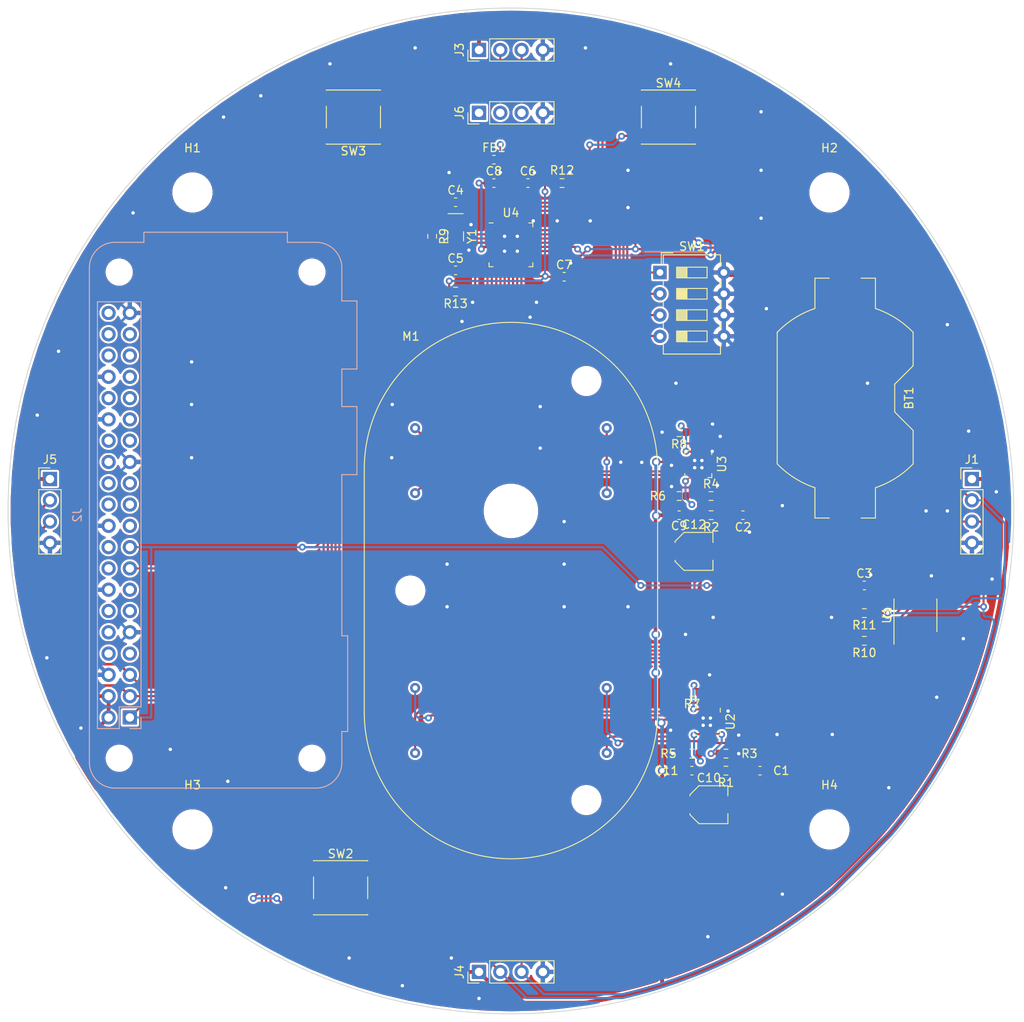
<source format=kicad_pcb>
(kicad_pcb (version 20171130) (host pcbnew "(5.1.9-0-10_14)")

  (general
    (thickness 1.6)
    (drawings 1)
    (tracks 1553)
    (zones 0)
    (modules 47)
    (nets 83)
  )

  (page A4)
  (layers
    (0 F.Cu signal)
    (31 B.Cu signal)
    (32 B.Adhes user)
    (33 F.Adhes user)
    (34 B.Paste user)
    (35 F.Paste user)
    (36 B.SilkS user)
    (37 F.SilkS user)
    (38 B.Mask user)
    (39 F.Mask user)
    (40 Dwgs.User user)
    (41 Cmts.User user)
    (42 Eco1.User user)
    (43 Eco2.User user)
    (44 Edge.Cuts user)
    (45 Margin user)
    (46 B.CrtYd user)
    (47 F.CrtYd user)
    (48 B.Fab user hide)
    (49 F.Fab user hide)
  )

  (setup
    (last_trace_width 0.254)
    (user_trace_width 0.254)
    (user_trace_width 0.3048)
    (user_trace_width 0.8128)
    (trace_clearance 0.1524)
    (zone_clearance 0.254)
    (zone_45_only no)
    (trace_min 0.2032)
    (via_size 0.8128)
    (via_drill 0.4064)
    (via_min_size 0.4064)
    (via_min_drill 0.3)
    (user_via 0.8128 0.4064)
    (uvia_size 0.3048)
    (uvia_drill 0.1016)
    (uvias_allowed no)
    (uvia_min_size 0.2032)
    (uvia_min_drill 0.1016)
    (edge_width 0.1)
    (segment_width 0.2)
    (pcb_text_width 0.3)
    (pcb_text_size 1.5 1.5)
    (mod_edge_width 0.15)
    (mod_text_size 1 1)
    (mod_text_width 0.15)
    (pad_size 1.524 1.524)
    (pad_drill 0.762)
    (pad_to_mask_clearance 0)
    (aux_axis_origin 0 0)
    (visible_elements FFFFFF7F)
    (pcbplotparams
      (layerselection 0x010fc_ffffffff)
      (usegerberextensions false)
      (usegerberattributes true)
      (usegerberadvancedattributes true)
      (creategerberjobfile true)
      (excludeedgelayer true)
      (linewidth 0.100000)
      (plotframeref false)
      (viasonmask false)
      (mode 1)
      (useauxorigin false)
      (hpglpennumber 1)
      (hpglpenspeed 20)
      (hpglpendiameter 15.000000)
      (psnegative false)
      (psa4output false)
      (plotreference true)
      (plotvalue true)
      (plotinvisibletext false)
      (padsonsilk false)
      (subtractmaskfromsilk false)
      (outputformat 1)
      (mirror false)
      (drillshape 1)
      (scaleselection 1)
      (outputdirectory ""))
  )

  (net 0 "")
  (net 1 GND)
  (net 2 "Net-(BT1-Pad1)")
  (net 3 "Net-(C1-Pad2)")
  (net 4 "Net-(C2-Pad2)")
  (net 5 +3V3)
  (net 6 "Net-(C4-Pad2)")
  (net 7 "Net-(C5-Pad2)")
  (net 8 +3.3VA)
  (net 9 I2C_SDA)
  (net 10 I2C_CLK)
  (net 11 +5V)
  (net 12 "Net-(J2-Pad40)")
  (net 13 "Net-(J2-Pad38)")
  (net 14 "Net-(J2-Pad37)")
  (net 15 "Net-(J2-Pad36)")
  (net 16 "Net-(J2-Pad35)")
  (net 17 "Net-(J2-Pad33)")
  (net 18 "Net-(J2-Pad32)")
  (net 19 "Net-(J2-Pad31)")
  (net 20 "Net-(J2-Pad29)")
  (net 21 "Net-(J2-Pad28)")
  (net 22 "Net-(J2-Pad27)")
  (net 23 "Net-(J2-Pad26)")
  (net 24 "Net-(J2-Pad24)")
  (net 25 "Net-(J2-Pad23)")
  (net 26 "Net-(J2-Pad22)")
  (net 27 "Net-(J2-Pad21)")
  (net 28 "Net-(J2-Pad19)")
  (net 29 "Net-(J2-Pad18)")
  (net 30 "Net-(J2-Pad16)")
  (net 31 PiOnOFF)
  (net 32 "Net-(J2-Pad13)")
  (net 33 "Net-(J2-Pad12)")
  (net 34 "Net-(J2-Pad11)")
  (net 35 "Net-(J2-Pad10)")
  (net 36 "Net-(J2-Pad8)")
  (net 37 "Net-(J2-Pad7)")
  (net 38 SDC)
  (net 39 SDO)
  (net 40 +3v3)
  (net 41 "Net-(R1-Pad2)")
  (net 42 "Net-(R2-Pad2)")
  (net 43 "Net-(R5-Pad1)")
  (net 44 "Net-(R6-Pad1)")
  (net 45 "Net-(R7-Pad1)")
  (net 46 "Net-(R8-Pad1)")
  (net 47 ADDR3)
  (net 48 ADDR2)
  (net 49 ADDR1)
  (net 50 ADDR0)
  (net 51 MCU_BUT_PLUS)
  (net 52 MCU_BUT_MIN)
  (net 53 RTC_RST)
  (net 54 "Net-(U1-Pad3)")
  (net 55 "Net-(U1-Pad1)")
  (net 56 MOT_EN0)
  (net 57 MOT_REF1)
  (net 58 MOT_STCK0)
  (net 59 MOT_DIR0)
  (net 60 MOT_EN1)
  (net 61 MOT_STCK1)
  (net 62 MOT_DIR1)
  (net 63 "Net-(U4-Pad32)")
  (net 64 "Net-(U4-Pad30)")
  (net 65 "Net-(U4-Pad29)")
  (net 66 "Net-(U4-Pad25)")
  (net 67 /MOT_B4)
  (net 68 /MOT_B3)
  (net 69 /MOT_A2)
  (net 70 /MOT_A1)
  (net 71 /MOT_A4)
  (net 72 /MOT_A3)
  (net 73 /MOT_B2)
  (net 74 /MOT_B1)
  (net 75 /BOOT0)
  (net 76 /nRST)
  (net 77 "Net-(U4-Pad6)")
  (net 78 "Net-(U4-Pad26)")
  (net 79 "Net-(U4-Pad18)")
  (net 80 "Net-(U4-Pad16)")
  (net 81 MOT_RST0)
  (net 82 MOT_RST1)

  (net_class Default "This is the default net class."
    (clearance 0.1524)
    (trace_width 0.254)
    (via_dia 0.8128)
    (via_drill 0.4064)
    (uvia_dia 0.3048)
    (uvia_drill 0.1016)
    (diff_pair_width 0.2032)
    (diff_pair_gap 0.254)
    (add_net /BOOT0)
    (add_net /MOT_A1)
    (add_net /MOT_A2)
    (add_net /MOT_A3)
    (add_net /MOT_A4)
    (add_net /MOT_B1)
    (add_net /MOT_B2)
    (add_net /MOT_B3)
    (add_net /MOT_B4)
    (add_net /nRST)
    (add_net MOT_RST0)
    (add_net MOT_RST1)
    (add_net "Net-(U4-Pad16)")
    (add_net "Net-(U4-Pad18)")
    (add_net "Net-(U4-Pad26)")
    (add_net "Net-(U4-Pad6)")
  )

  (net_class 5v ""
    (clearance 0.2032)
    (trace_width 0.4572)
    (via_dia 1.016)
    (via_drill 0.6096)
    (uvia_dia 0.3048)
    (uvia_drill 0.1016)
    (diff_pair_width 0.2032)
    (diff_pair_gap 0.254)
    (add_net +5V)
  )

  (net_class Power ""
    (clearance 0.2032)
    (trace_width 0.3048)
    (via_dia 0.8128)
    (via_drill 0.4064)
    (uvia_dia 0.3048)
    (uvia_drill 0.1016)
    (diff_pair_width 0.2032)
    (diff_pair_gap 0.254)
    (add_net +3.3VA)
    (add_net +3V3)
    (add_net +3v3)
    (add_net ADDR0)
    (add_net ADDR1)
    (add_net ADDR2)
    (add_net ADDR3)
    (add_net GND)
    (add_net I2C_CLK)
    (add_net I2C_SDA)
    (add_net MCU_BUT_MIN)
    (add_net MCU_BUT_PLUS)
    (add_net MOT_DIR0)
    (add_net MOT_DIR1)
    (add_net MOT_EN0)
    (add_net MOT_EN1)
    (add_net MOT_REF1)
    (add_net MOT_STCK0)
    (add_net MOT_STCK1)
    (add_net "Net-(BT1-Pad1)")
    (add_net "Net-(C1-Pad2)")
    (add_net "Net-(C2-Pad2)")
    (add_net "Net-(C4-Pad2)")
    (add_net "Net-(C5-Pad2)")
    (add_net "Net-(J2-Pad10)")
    (add_net "Net-(J2-Pad11)")
    (add_net "Net-(J2-Pad12)")
    (add_net "Net-(J2-Pad13)")
    (add_net "Net-(J2-Pad16)")
    (add_net "Net-(J2-Pad18)")
    (add_net "Net-(J2-Pad19)")
    (add_net "Net-(J2-Pad21)")
    (add_net "Net-(J2-Pad22)")
    (add_net "Net-(J2-Pad23)")
    (add_net "Net-(J2-Pad24)")
    (add_net "Net-(J2-Pad26)")
    (add_net "Net-(J2-Pad27)")
    (add_net "Net-(J2-Pad28)")
    (add_net "Net-(J2-Pad29)")
    (add_net "Net-(J2-Pad31)")
    (add_net "Net-(J2-Pad32)")
    (add_net "Net-(J2-Pad33)")
    (add_net "Net-(J2-Pad35)")
    (add_net "Net-(J2-Pad36)")
    (add_net "Net-(J2-Pad37)")
    (add_net "Net-(J2-Pad38)")
    (add_net "Net-(J2-Pad40)")
    (add_net "Net-(J2-Pad7)")
    (add_net "Net-(J2-Pad8)")
    (add_net "Net-(R1-Pad2)")
    (add_net "Net-(R2-Pad2)")
    (add_net "Net-(R5-Pad1)")
    (add_net "Net-(R6-Pad1)")
    (add_net "Net-(R7-Pad1)")
    (add_net "Net-(R8-Pad1)")
    (add_net "Net-(U1-Pad1)")
    (add_net "Net-(U1-Pad3)")
    (add_net "Net-(U4-Pad25)")
    (add_net "Net-(U4-Pad29)")
    (add_net "Net-(U4-Pad30)")
    (add_net "Net-(U4-Pad32)")
    (add_net PiOnOFF)
    (add_net RTC_RST)
    (add_net SDC)
    (add_net SDO)
  )

  (module Capacitor_SMD:C_Elec_4x5.4 (layer F.Cu) (tedit 5BC8D926) (tstamp 606DD70A)
    (at 21.844 4.826)
    (descr "SMD capacitor, aluminum electrolytic nonpolar, 4.0x5.4mm")
    (tags "capacitor electrolyic nonpolar")
    (path /60EA9977)
    (attr smd)
    (fp_text reference C12 (at 0 -3.2) (layer F.SilkS)
      (effects (font (size 1 1) (thickness 0.15)))
    )
    (fp_text value 10uF (at 0 3.2) (layer F.Fab)
      (effects (font (size 1 1) (thickness 0.15)))
    )
    (fp_text user %R (at 0 0) (layer F.Fab)
      (effects (font (size 0.8 0.8) (thickness 0.12)))
    )
    (fp_circle (center 0 0) (end 2 0) (layer F.Fab) (width 0.1))
    (fp_line (start 2.15 -2.15) (end 2.15 2.15) (layer F.Fab) (width 0.1))
    (fp_line (start -1.15 -2.15) (end 2.15 -2.15) (layer F.Fab) (width 0.1))
    (fp_line (start -1.15 2.15) (end 2.15 2.15) (layer F.Fab) (width 0.1))
    (fp_line (start -2.15 -1.15) (end -2.15 1.15) (layer F.Fab) (width 0.1))
    (fp_line (start -2.15 -1.15) (end -1.15 -2.15) (layer F.Fab) (width 0.1))
    (fp_line (start -2.15 1.15) (end -1.15 2.15) (layer F.Fab) (width 0.1))
    (fp_line (start 2.26 2.26) (end 2.26 1.06) (layer F.SilkS) (width 0.12))
    (fp_line (start 2.26 -2.26) (end 2.26 -1.06) (layer F.SilkS) (width 0.12))
    (fp_line (start -1.195563 -2.26) (end 2.26 -2.26) (layer F.SilkS) (width 0.12))
    (fp_line (start -1.195563 2.26) (end 2.26 2.26) (layer F.SilkS) (width 0.12))
    (fp_line (start -2.26 1.195563) (end -2.26 1.06) (layer F.SilkS) (width 0.12))
    (fp_line (start -2.26 -1.195563) (end -2.26 -1.06) (layer F.SilkS) (width 0.12))
    (fp_line (start -2.26 -1.195563) (end -1.195563 -2.26) (layer F.SilkS) (width 0.12))
    (fp_line (start -2.26 1.195563) (end -1.195563 2.26) (layer F.SilkS) (width 0.12))
    (fp_line (start 2.4 -2.4) (end 2.4 -1.05) (layer F.CrtYd) (width 0.05))
    (fp_line (start 2.4 -1.05) (end 3.25 -1.05) (layer F.CrtYd) (width 0.05))
    (fp_line (start 3.25 -1.05) (end 3.25 1.05) (layer F.CrtYd) (width 0.05))
    (fp_line (start 3.25 1.05) (end 2.4 1.05) (layer F.CrtYd) (width 0.05))
    (fp_line (start 2.4 1.05) (end 2.4 2.4) (layer F.CrtYd) (width 0.05))
    (fp_line (start -1.25 2.4) (end 2.4 2.4) (layer F.CrtYd) (width 0.05))
    (fp_line (start -1.25 -2.4) (end 2.4 -2.4) (layer F.CrtYd) (width 0.05))
    (fp_line (start -2.4 1.25) (end -1.25 2.4) (layer F.CrtYd) (width 0.05))
    (fp_line (start -2.4 -1.25) (end -1.25 -2.4) (layer F.CrtYd) (width 0.05))
    (fp_line (start -2.4 -1.25) (end -2.4 -1.05) (layer F.CrtYd) (width 0.05))
    (fp_line (start -2.4 1.05) (end -2.4 1.25) (layer F.CrtYd) (width 0.05))
    (fp_line (start -2.4 -1.05) (end -3.25 -1.05) (layer F.CrtYd) (width 0.05))
    (fp_line (start -3.25 -1.05) (end -3.25 1.05) (layer F.CrtYd) (width 0.05))
    (fp_line (start -3.25 1.05) (end -2.4 1.05) (layer F.CrtYd) (width 0.05))
    (pad 2 smd roundrect (at 1.675 0) (size 2.65 1.6) (layers F.Cu F.Paste F.Mask) (roundrect_rratio 0.15625)
      (net 1 GND))
    (pad 1 smd roundrect (at -1.675 0) (size 2.65 1.6) (layers F.Cu F.Paste F.Mask) (roundrect_rratio 0.15625)
      (net 11 +5V))
    (model ${KISYS3DMOD}/Capacitor_SMD.3dshapes/C_Elec_4x5.4.wrl
      (at (xyz 0 0 0))
      (scale (xyz 1 1 1))
      (rotate (xyz 0 0 0))
    )
  )

  (module Capacitor_SMD:C_Elec_4x5.4 (layer F.Cu) (tedit 5BC8D926) (tstamp 606DD6C6)
    (at 23.622 35.052)
    (descr "SMD capacitor, aluminum electrolytic nonpolar, 4.0x5.4mm")
    (tags "capacitor electrolyic nonpolar")
    (path /60EF845D)
    (attr smd)
    (fp_text reference C10 (at 0 -3.2) (layer F.SilkS)
      (effects (font (size 1 1) (thickness 0.15)))
    )
    (fp_text value 10uF (at 0 3.2) (layer F.Fab)
      (effects (font (size 1 1) (thickness 0.15)))
    )
    (fp_text user %R (at 0 0) (layer F.Fab)
      (effects (font (size 0.8 0.8) (thickness 0.12)))
    )
    (fp_circle (center 0 0) (end 2 0) (layer F.Fab) (width 0.1))
    (fp_line (start 2.15 -2.15) (end 2.15 2.15) (layer F.Fab) (width 0.1))
    (fp_line (start -1.15 -2.15) (end 2.15 -2.15) (layer F.Fab) (width 0.1))
    (fp_line (start -1.15 2.15) (end 2.15 2.15) (layer F.Fab) (width 0.1))
    (fp_line (start -2.15 -1.15) (end -2.15 1.15) (layer F.Fab) (width 0.1))
    (fp_line (start -2.15 -1.15) (end -1.15 -2.15) (layer F.Fab) (width 0.1))
    (fp_line (start -2.15 1.15) (end -1.15 2.15) (layer F.Fab) (width 0.1))
    (fp_line (start 2.26 2.26) (end 2.26 1.06) (layer F.SilkS) (width 0.12))
    (fp_line (start 2.26 -2.26) (end 2.26 -1.06) (layer F.SilkS) (width 0.12))
    (fp_line (start -1.195563 -2.26) (end 2.26 -2.26) (layer F.SilkS) (width 0.12))
    (fp_line (start -1.195563 2.26) (end 2.26 2.26) (layer F.SilkS) (width 0.12))
    (fp_line (start -2.26 1.195563) (end -2.26 1.06) (layer F.SilkS) (width 0.12))
    (fp_line (start -2.26 -1.195563) (end -2.26 -1.06) (layer F.SilkS) (width 0.12))
    (fp_line (start -2.26 -1.195563) (end -1.195563 -2.26) (layer F.SilkS) (width 0.12))
    (fp_line (start -2.26 1.195563) (end -1.195563 2.26) (layer F.SilkS) (width 0.12))
    (fp_line (start 2.4 -2.4) (end 2.4 -1.05) (layer F.CrtYd) (width 0.05))
    (fp_line (start 2.4 -1.05) (end 3.25 -1.05) (layer F.CrtYd) (width 0.05))
    (fp_line (start 3.25 -1.05) (end 3.25 1.05) (layer F.CrtYd) (width 0.05))
    (fp_line (start 3.25 1.05) (end 2.4 1.05) (layer F.CrtYd) (width 0.05))
    (fp_line (start 2.4 1.05) (end 2.4 2.4) (layer F.CrtYd) (width 0.05))
    (fp_line (start -1.25 2.4) (end 2.4 2.4) (layer F.CrtYd) (width 0.05))
    (fp_line (start -1.25 -2.4) (end 2.4 -2.4) (layer F.CrtYd) (width 0.05))
    (fp_line (start -2.4 1.25) (end -1.25 2.4) (layer F.CrtYd) (width 0.05))
    (fp_line (start -2.4 -1.25) (end -1.25 -2.4) (layer F.CrtYd) (width 0.05))
    (fp_line (start -2.4 -1.25) (end -2.4 -1.05) (layer F.CrtYd) (width 0.05))
    (fp_line (start -2.4 1.05) (end -2.4 1.25) (layer F.CrtYd) (width 0.05))
    (fp_line (start -2.4 -1.05) (end -3.25 -1.05) (layer F.CrtYd) (width 0.05))
    (fp_line (start -3.25 -1.05) (end -3.25 1.05) (layer F.CrtYd) (width 0.05))
    (fp_line (start -3.25 1.05) (end -2.4 1.05) (layer F.CrtYd) (width 0.05))
    (pad 2 smd roundrect (at 1.675 0) (size 2.65 1.6) (layers F.Cu F.Paste F.Mask) (roundrect_rratio 0.15625)
      (net 1 GND))
    (pad 1 smd roundrect (at -1.675 0) (size 2.65 1.6) (layers F.Cu F.Paste F.Mask) (roundrect_rratio 0.15625)
      (net 11 +5V))
    (model ${KISYS3DMOD}/Capacitor_SMD.3dshapes/C_Elec_4x5.4.wrl
      (at (xyz 0 0 0))
      (scale (xyz 1 1 1))
      (rotate (xyz 0 0 0))
    )
  )

  (module Capacitor_SMD:C_0603_1608Metric (layer F.Cu) (tedit 5F68FEEE) (tstamp 606CE9EB)
    (at 29.718 30.988 180)
    (descr "Capacitor SMD 0603 (1608 Metric), square (rectangular) end terminal, IPC_7351 nominal, (Body size source: IPC-SM-782 page 76, https://www.pcb-3d.com/wordpress/wp-content/uploads/ipc-sm-782a_amendment_1_and_2.pdf), generated with kicad-footprint-generator")
    (tags capacitor)
    (path /60C05763)
    (attr smd)
    (fp_text reference C1 (at -2.54 0) (layer F.SilkS)
      (effects (font (size 1 1) (thickness 0.15)))
    )
    (fp_text value 22nF (at 0 1.43) (layer F.Fab)
      (effects (font (size 1 1) (thickness 0.15)))
    )
    (fp_line (start 1.48 0.73) (end -1.48 0.73) (layer F.CrtYd) (width 0.05))
    (fp_line (start 1.48 -0.73) (end 1.48 0.73) (layer F.CrtYd) (width 0.05))
    (fp_line (start -1.48 -0.73) (end 1.48 -0.73) (layer F.CrtYd) (width 0.05))
    (fp_line (start -1.48 0.73) (end -1.48 -0.73) (layer F.CrtYd) (width 0.05))
    (fp_line (start -0.14058 0.51) (end 0.14058 0.51) (layer F.SilkS) (width 0.12))
    (fp_line (start -0.14058 -0.51) (end 0.14058 -0.51) (layer F.SilkS) (width 0.12))
    (fp_line (start 0.8 0.4) (end -0.8 0.4) (layer F.Fab) (width 0.1))
    (fp_line (start 0.8 -0.4) (end 0.8 0.4) (layer F.Fab) (width 0.1))
    (fp_line (start -0.8 -0.4) (end 0.8 -0.4) (layer F.Fab) (width 0.1))
    (fp_line (start -0.8 0.4) (end -0.8 -0.4) (layer F.Fab) (width 0.1))
    (fp_text user %R (at 0 0) (layer F.Fab)
      (effects (font (size 0.4 0.4) (thickness 0.06)))
    )
    (pad 2 smd roundrect (at 0.775 0 180) (size 0.9 0.95) (layers F.Cu F.Paste F.Mask) (roundrect_rratio 0.25)
      (net 3 "Net-(C1-Pad2)"))
    (pad 1 smd roundrect (at -0.775 0 180) (size 0.9 0.95) (layers F.Cu F.Paste F.Mask) (roundrect_rratio 0.25)
      (net 1 GND))
    (model ${KISYS3DMOD}/Capacitor_SMD.3dshapes/C_0603_1608Metric.wrl
      (at (xyz 0 0 0))
      (scale (xyz 1 1 1))
      (rotate (xyz 0 0 0))
    )
  )

  (module Capacitor_SMD:C_0603_1608Metric (layer F.Cu) (tedit 5F68FEEE) (tstamp 606D7EC6)
    (at 27.686 0.508 180)
    (descr "Capacitor SMD 0603 (1608 Metric), square (rectangular) end terminal, IPC_7351 nominal, (Body size source: IPC-SM-782 page 76, https://www.pcb-3d.com/wordpress/wp-content/uploads/ipc-sm-782a_amendment_1_and_2.pdf), generated with kicad-footprint-generator")
    (tags capacitor)
    (path /60BFA833)
    (attr smd)
    (fp_text reference C2 (at 0 -1.43) (layer F.SilkS)
      (effects (font (size 1 1) (thickness 0.15)))
    )
    (fp_text value 22nF (at 0 1.43) (layer F.Fab)
      (effects (font (size 1 1) (thickness 0.15)))
    )
    (fp_line (start 1.48 0.73) (end -1.48 0.73) (layer F.CrtYd) (width 0.05))
    (fp_line (start 1.48 -0.73) (end 1.48 0.73) (layer F.CrtYd) (width 0.05))
    (fp_line (start -1.48 -0.73) (end 1.48 -0.73) (layer F.CrtYd) (width 0.05))
    (fp_line (start -1.48 0.73) (end -1.48 -0.73) (layer F.CrtYd) (width 0.05))
    (fp_line (start -0.14058 0.51) (end 0.14058 0.51) (layer F.SilkS) (width 0.12))
    (fp_line (start -0.14058 -0.51) (end 0.14058 -0.51) (layer F.SilkS) (width 0.12))
    (fp_line (start 0.8 0.4) (end -0.8 0.4) (layer F.Fab) (width 0.1))
    (fp_line (start 0.8 -0.4) (end 0.8 0.4) (layer F.Fab) (width 0.1))
    (fp_line (start -0.8 -0.4) (end 0.8 -0.4) (layer F.Fab) (width 0.1))
    (fp_line (start -0.8 0.4) (end -0.8 -0.4) (layer F.Fab) (width 0.1))
    (fp_text user %R (at 0 0) (layer F.Fab)
      (effects (font (size 0.4 0.4) (thickness 0.06)))
    )
    (pad 2 smd roundrect (at 0.775 0 180) (size 0.9 0.95) (layers F.Cu F.Paste F.Mask) (roundrect_rratio 0.25)
      (net 4 "Net-(C2-Pad2)"))
    (pad 1 smd roundrect (at -0.775 0 180) (size 0.9 0.95) (layers F.Cu F.Paste F.Mask) (roundrect_rratio 0.25)
      (net 1 GND))
    (model ${KISYS3DMOD}/Capacitor_SMD.3dshapes/C_0603_1608Metric.wrl
      (at (xyz 0 0 0))
      (scale (xyz 1 1 1))
      (rotate (xyz 0 0 0))
    )
  )

  (module Capacitor_SMD:C_0603_1608Metric (layer F.Cu) (tedit 5F68FEEE) (tstamp 606CEA0D)
    (at 42.164 8.89)
    (descr "Capacitor SMD 0603 (1608 Metric), square (rectangular) end terminal, IPC_7351 nominal, (Body size source: IPC-SM-782 page 76, https://www.pcb-3d.com/wordpress/wp-content/uploads/ipc-sm-782a_amendment_1_and_2.pdf), generated with kicad-footprint-generator")
    (tags capacitor)
    (path /60CA57B6)
    (attr smd)
    (fp_text reference C3 (at 0 -1.43) (layer F.SilkS)
      (effects (font (size 1 1) (thickness 0.15)))
    )
    (fp_text value 100nF (at 0 1.43) (layer F.Fab)
      (effects (font (size 1 1) (thickness 0.15)))
    )
    (fp_line (start 1.48 0.73) (end -1.48 0.73) (layer F.CrtYd) (width 0.05))
    (fp_line (start 1.48 -0.73) (end 1.48 0.73) (layer F.CrtYd) (width 0.05))
    (fp_line (start -1.48 -0.73) (end 1.48 -0.73) (layer F.CrtYd) (width 0.05))
    (fp_line (start -1.48 0.73) (end -1.48 -0.73) (layer F.CrtYd) (width 0.05))
    (fp_line (start -0.14058 0.51) (end 0.14058 0.51) (layer F.SilkS) (width 0.12))
    (fp_line (start -0.14058 -0.51) (end 0.14058 -0.51) (layer F.SilkS) (width 0.12))
    (fp_line (start 0.8 0.4) (end -0.8 0.4) (layer F.Fab) (width 0.1))
    (fp_line (start 0.8 -0.4) (end 0.8 0.4) (layer F.Fab) (width 0.1))
    (fp_line (start -0.8 -0.4) (end 0.8 -0.4) (layer F.Fab) (width 0.1))
    (fp_line (start -0.8 0.4) (end -0.8 -0.4) (layer F.Fab) (width 0.1))
    (fp_text user %R (at 0 0) (layer F.Fab)
      (effects (font (size 0.4 0.4) (thickness 0.06)))
    )
    (pad 2 smd roundrect (at 0.775 0) (size 0.9 0.95) (layers F.Cu F.Paste F.Mask) (roundrect_rratio 0.25)
      (net 1 GND))
    (pad 1 smd roundrect (at -0.775 0) (size 0.9 0.95) (layers F.Cu F.Paste F.Mask) (roundrect_rratio 0.25)
      (net 5 +3V3))
    (model ${KISYS3DMOD}/Capacitor_SMD.3dshapes/C_0603_1608Metric.wrl
      (at (xyz 0 0 0))
      (scale (xyz 1 1 1))
      (rotate (xyz 0 0 0))
    )
  )

  (module Capacitor_SMD:C_0603_1608Metric (layer F.Cu) (tedit 5F68FEEE) (tstamp 606D792A)
    (at -6.604 -36.83)
    (descr "Capacitor SMD 0603 (1608 Metric), square (rectangular) end terminal, IPC_7351 nominal, (Body size source: IPC-SM-782 page 76, https://www.pcb-3d.com/wordpress/wp-content/uploads/ipc-sm-782a_amendment_1_and_2.pdf), generated with kicad-footprint-generator")
    (tags capacitor)
    (path /60AD4BF7)
    (attr smd)
    (fp_text reference C4 (at 0 -1.43) (layer F.SilkS)
      (effects (font (size 1 1) (thickness 0.15)))
    )
    (fp_text value 4p7 (at 0 1.43) (layer F.Fab)
      (effects (font (size 1 1) (thickness 0.15)))
    )
    (fp_line (start 1.48 0.73) (end -1.48 0.73) (layer F.CrtYd) (width 0.05))
    (fp_line (start 1.48 -0.73) (end 1.48 0.73) (layer F.CrtYd) (width 0.05))
    (fp_line (start -1.48 -0.73) (end 1.48 -0.73) (layer F.CrtYd) (width 0.05))
    (fp_line (start -1.48 0.73) (end -1.48 -0.73) (layer F.CrtYd) (width 0.05))
    (fp_line (start -0.14058 0.51) (end 0.14058 0.51) (layer F.SilkS) (width 0.12))
    (fp_line (start -0.14058 -0.51) (end 0.14058 -0.51) (layer F.SilkS) (width 0.12))
    (fp_line (start 0.8 0.4) (end -0.8 0.4) (layer F.Fab) (width 0.1))
    (fp_line (start 0.8 -0.4) (end 0.8 0.4) (layer F.Fab) (width 0.1))
    (fp_line (start -0.8 -0.4) (end 0.8 -0.4) (layer F.Fab) (width 0.1))
    (fp_line (start -0.8 0.4) (end -0.8 -0.4) (layer F.Fab) (width 0.1))
    (fp_text user %R (at 0 0) (layer F.Fab)
      (effects (font (size 0.4 0.4) (thickness 0.06)))
    )
    (pad 2 smd roundrect (at 0.775 0) (size 0.9 0.95) (layers F.Cu F.Paste F.Mask) (roundrect_rratio 0.25)
      (net 6 "Net-(C4-Pad2)"))
    (pad 1 smd roundrect (at -0.775 0) (size 0.9 0.95) (layers F.Cu F.Paste F.Mask) (roundrect_rratio 0.25)
      (net 1 GND))
    (model ${KISYS3DMOD}/Capacitor_SMD.3dshapes/C_0603_1608Metric.wrl
      (at (xyz 0 0 0))
      (scale (xyz 1 1 1))
      (rotate (xyz 0 0 0))
    )
  )

  (module Capacitor_SMD:C_0603_1608Metric (layer F.Cu) (tedit 5F68FEEE) (tstamp 606D7A99)
    (at -6.604 -28.702)
    (descr "Capacitor SMD 0603 (1608 Metric), square (rectangular) end terminal, IPC_7351 nominal, (Body size source: IPC-SM-782 page 76, https://www.pcb-3d.com/wordpress/wp-content/uploads/ipc-sm-782a_amendment_1_and_2.pdf), generated with kicad-footprint-generator")
    (tags capacitor)
    (path /60AE6F28)
    (attr smd)
    (fp_text reference C5 (at 0 -1.43) (layer F.SilkS)
      (effects (font (size 1 1) (thickness 0.15)))
    )
    (fp_text value 4p7 (at 0 1.43) (layer F.Fab)
      (effects (font (size 1 1) (thickness 0.15)))
    )
    (fp_line (start 1.48 0.73) (end -1.48 0.73) (layer F.CrtYd) (width 0.05))
    (fp_line (start 1.48 -0.73) (end 1.48 0.73) (layer F.CrtYd) (width 0.05))
    (fp_line (start -1.48 -0.73) (end 1.48 -0.73) (layer F.CrtYd) (width 0.05))
    (fp_line (start -1.48 0.73) (end -1.48 -0.73) (layer F.CrtYd) (width 0.05))
    (fp_line (start -0.14058 0.51) (end 0.14058 0.51) (layer F.SilkS) (width 0.12))
    (fp_line (start -0.14058 -0.51) (end 0.14058 -0.51) (layer F.SilkS) (width 0.12))
    (fp_line (start 0.8 0.4) (end -0.8 0.4) (layer F.Fab) (width 0.1))
    (fp_line (start 0.8 -0.4) (end 0.8 0.4) (layer F.Fab) (width 0.1))
    (fp_line (start -0.8 -0.4) (end 0.8 -0.4) (layer F.Fab) (width 0.1))
    (fp_line (start -0.8 0.4) (end -0.8 -0.4) (layer F.Fab) (width 0.1))
    (fp_text user %R (at 0 0) (layer F.Fab)
      (effects (font (size 0.4 0.4) (thickness 0.06)))
    )
    (pad 2 smd roundrect (at 0.775 0) (size 0.9 0.95) (layers F.Cu F.Paste F.Mask) (roundrect_rratio 0.25)
      (net 7 "Net-(C5-Pad2)"))
    (pad 1 smd roundrect (at -0.775 0) (size 0.9 0.95) (layers F.Cu F.Paste F.Mask) (roundrect_rratio 0.25)
      (net 1 GND))
    (model ${KISYS3DMOD}/Capacitor_SMD.3dshapes/C_0603_1608Metric.wrl
      (at (xyz 0 0 0))
      (scale (xyz 1 1 1))
      (rotate (xyz 0 0 0))
    )
  )

  (module Capacitor_SMD:C_0603_1608Metric (layer F.Cu) (tedit 5F68FEEE) (tstamp 606D8105)
    (at 2.032 -39.116)
    (descr "Capacitor SMD 0603 (1608 Metric), square (rectangular) end terminal, IPC_7351 nominal, (Body size source: IPC-SM-782 page 76, https://www.pcb-3d.com/wordpress/wp-content/uploads/ipc-sm-782a_amendment_1_and_2.pdf), generated with kicad-footprint-generator")
    (tags capacitor)
    (path /607C5335)
    (attr smd)
    (fp_text reference C6 (at 0 -1.43) (layer F.SilkS)
      (effects (font (size 1 1) (thickness 0.15)))
    )
    (fp_text value 100nF (at 0 1.43) (layer F.Fab)
      (effects (font (size 1 1) (thickness 0.15)))
    )
    (fp_line (start 1.48 0.73) (end -1.48 0.73) (layer F.CrtYd) (width 0.05))
    (fp_line (start 1.48 -0.73) (end 1.48 0.73) (layer F.CrtYd) (width 0.05))
    (fp_line (start -1.48 -0.73) (end 1.48 -0.73) (layer F.CrtYd) (width 0.05))
    (fp_line (start -1.48 0.73) (end -1.48 -0.73) (layer F.CrtYd) (width 0.05))
    (fp_line (start -0.14058 0.51) (end 0.14058 0.51) (layer F.SilkS) (width 0.12))
    (fp_line (start -0.14058 -0.51) (end 0.14058 -0.51) (layer F.SilkS) (width 0.12))
    (fp_line (start 0.8 0.4) (end -0.8 0.4) (layer F.Fab) (width 0.1))
    (fp_line (start 0.8 -0.4) (end 0.8 0.4) (layer F.Fab) (width 0.1))
    (fp_line (start -0.8 -0.4) (end 0.8 -0.4) (layer F.Fab) (width 0.1))
    (fp_line (start -0.8 0.4) (end -0.8 -0.4) (layer F.Fab) (width 0.1))
    (fp_text user %R (at 0 0) (layer F.Fab)
      (effects (font (size 0.4 0.4) (thickness 0.06)))
    )
    (pad 2 smd roundrect (at 0.775 0) (size 0.9 0.95) (layers F.Cu F.Paste F.Mask) (roundrect_rratio 0.25)
      (net 1 GND))
    (pad 1 smd roundrect (at -0.775 0) (size 0.9 0.95) (layers F.Cu F.Paste F.Mask) (roundrect_rratio 0.25)
      (net 5 +3V3))
    (model ${KISYS3DMOD}/Capacitor_SMD.3dshapes/C_0603_1608Metric.wrl
      (at (xyz 0 0 0))
      (scale (xyz 1 1 1))
      (rotate (xyz 0 0 0))
    )
  )

  (module Capacitor_SMD:C_0603_1608Metric (layer F.Cu) (tedit 5F68FEEE) (tstamp 606D80D5)
    (at 6.35 -27.94)
    (descr "Capacitor SMD 0603 (1608 Metric), square (rectangular) end terminal, IPC_7351 nominal, (Body size source: IPC-SM-782 page 76, https://www.pcb-3d.com/wordpress/wp-content/uploads/ipc-sm-782a_amendment_1_and_2.pdf), generated with kicad-footprint-generator")
    (tags capacitor)
    (path /607E5577)
    (attr smd)
    (fp_text reference C7 (at 0 -1.43) (layer F.SilkS)
      (effects (font (size 1 1) (thickness 0.15)))
    )
    (fp_text value 100nF (at 0 1.43) (layer F.Fab)
      (effects (font (size 1 1) (thickness 0.15)))
    )
    (fp_line (start 1.48 0.73) (end -1.48 0.73) (layer F.CrtYd) (width 0.05))
    (fp_line (start 1.48 -0.73) (end 1.48 0.73) (layer F.CrtYd) (width 0.05))
    (fp_line (start -1.48 -0.73) (end 1.48 -0.73) (layer F.CrtYd) (width 0.05))
    (fp_line (start -1.48 0.73) (end -1.48 -0.73) (layer F.CrtYd) (width 0.05))
    (fp_line (start -0.14058 0.51) (end 0.14058 0.51) (layer F.SilkS) (width 0.12))
    (fp_line (start -0.14058 -0.51) (end 0.14058 -0.51) (layer F.SilkS) (width 0.12))
    (fp_line (start 0.8 0.4) (end -0.8 0.4) (layer F.Fab) (width 0.1))
    (fp_line (start 0.8 -0.4) (end 0.8 0.4) (layer F.Fab) (width 0.1))
    (fp_line (start -0.8 -0.4) (end 0.8 -0.4) (layer F.Fab) (width 0.1))
    (fp_line (start -0.8 0.4) (end -0.8 -0.4) (layer F.Fab) (width 0.1))
    (fp_text user %R (at 0 0) (layer F.Fab)
      (effects (font (size 0.4 0.4) (thickness 0.06)))
    )
    (pad 2 smd roundrect (at 0.775 0) (size 0.9 0.95) (layers F.Cu F.Paste F.Mask) (roundrect_rratio 0.25)
      (net 1 GND))
    (pad 1 smd roundrect (at -0.775 0) (size 0.9 0.95) (layers F.Cu F.Paste F.Mask) (roundrect_rratio 0.25)
      (net 5 +3V3))
    (model ${KISYS3DMOD}/Capacitor_SMD.3dshapes/C_0603_1608Metric.wrl
      (at (xyz 0 0 0))
      (scale (xyz 1 1 1))
      (rotate (xyz 0 0 0))
    )
  )

  (module Capacitor_SMD:C_0603_1608Metric (layer F.Cu) (tedit 5F68FEEE) (tstamp 606D80A5)
    (at -2.032 -39.116)
    (descr "Capacitor SMD 0603 (1608 Metric), square (rectangular) end terminal, IPC_7351 nominal, (Body size source: IPC-SM-782 page 76, https://www.pcb-3d.com/wordpress/wp-content/uploads/ipc-sm-782a_amendment_1_and_2.pdf), generated with kicad-footprint-generator")
    (tags capacitor)
    (path /607E5A88)
    (attr smd)
    (fp_text reference C8 (at 0 -1.43) (layer F.SilkS)
      (effects (font (size 1 1) (thickness 0.15)))
    )
    (fp_text value 100nF (at 0 1.43) (layer F.Fab)
      (effects (font (size 1 1) (thickness 0.15)))
    )
    (fp_line (start 1.48 0.73) (end -1.48 0.73) (layer F.CrtYd) (width 0.05))
    (fp_line (start 1.48 -0.73) (end 1.48 0.73) (layer F.CrtYd) (width 0.05))
    (fp_line (start -1.48 -0.73) (end 1.48 -0.73) (layer F.CrtYd) (width 0.05))
    (fp_line (start -1.48 0.73) (end -1.48 -0.73) (layer F.CrtYd) (width 0.05))
    (fp_line (start -0.14058 0.51) (end 0.14058 0.51) (layer F.SilkS) (width 0.12))
    (fp_line (start -0.14058 -0.51) (end 0.14058 -0.51) (layer F.SilkS) (width 0.12))
    (fp_line (start 0.8 0.4) (end -0.8 0.4) (layer F.Fab) (width 0.1))
    (fp_line (start 0.8 -0.4) (end 0.8 0.4) (layer F.Fab) (width 0.1))
    (fp_line (start -0.8 -0.4) (end 0.8 -0.4) (layer F.Fab) (width 0.1))
    (fp_line (start -0.8 0.4) (end -0.8 -0.4) (layer F.Fab) (width 0.1))
    (fp_text user %R (at 0 0) (layer F.Fab)
      (effects (font (size 0.4 0.4) (thickness 0.06)))
    )
    (pad 2 smd roundrect (at 0.775 0) (size 0.9 0.95) (layers F.Cu F.Paste F.Mask) (roundrect_rratio 0.25)
      (net 1 GND))
    (pad 1 smd roundrect (at -0.775 0) (size 0.9 0.95) (layers F.Cu F.Paste F.Mask) (roundrect_rratio 0.25)
      (net 8 +3.3VA))
    (model ${KISYS3DMOD}/Capacitor_SMD.3dshapes/C_0603_1608Metric.wrl
      (at (xyz 0 0 0))
      (scale (xyz 1 1 1))
      (rotate (xyz 0 0 0))
    )
  )

  (module Inductor_SMD:L_0603_1608Metric (layer F.Cu) (tedit 5F68FEF0) (tstamp 606EEBE5)
    (at -2.032 -41.91)
    (descr "Inductor SMD 0603 (1608 Metric), square (rectangular) end terminal, IPC_7351 nominal, (Body size source: http://www.tortai-tech.com/upload/download/2011102023233369053.pdf), generated with kicad-footprint-generator")
    (tags inductor)
    (path /607AC7C2)
    (attr smd)
    (fp_text reference FB1 (at 0 -1.43) (layer F.SilkS)
      (effects (font (size 1 1) (thickness 0.15)))
    )
    (fp_text value FerriteBead (at 0 1.43) (layer F.Fab)
      (effects (font (size 1 1) (thickness 0.15)))
    )
    (fp_line (start 1.48 0.73) (end -1.48 0.73) (layer F.CrtYd) (width 0.05))
    (fp_line (start 1.48 -0.73) (end 1.48 0.73) (layer F.CrtYd) (width 0.05))
    (fp_line (start -1.48 -0.73) (end 1.48 -0.73) (layer F.CrtYd) (width 0.05))
    (fp_line (start -1.48 0.73) (end -1.48 -0.73) (layer F.CrtYd) (width 0.05))
    (fp_line (start -0.162779 0.51) (end 0.162779 0.51) (layer F.SilkS) (width 0.12))
    (fp_line (start -0.162779 -0.51) (end 0.162779 -0.51) (layer F.SilkS) (width 0.12))
    (fp_line (start 0.8 0.4) (end -0.8 0.4) (layer F.Fab) (width 0.1))
    (fp_line (start 0.8 -0.4) (end 0.8 0.4) (layer F.Fab) (width 0.1))
    (fp_line (start -0.8 -0.4) (end 0.8 -0.4) (layer F.Fab) (width 0.1))
    (fp_line (start -0.8 0.4) (end -0.8 -0.4) (layer F.Fab) (width 0.1))
    (fp_text user %R (at 0 0) (layer F.Fab)
      (effects (font (size 0.4 0.4) (thickness 0.06)))
    )
    (pad 2 smd roundrect (at 0.7875 0) (size 0.875 0.95) (layers F.Cu F.Paste F.Mask) (roundrect_rratio 0.25)
      (net 5 +3V3))
    (pad 1 smd roundrect (at -0.7875 0) (size 0.875 0.95) (layers F.Cu F.Paste F.Mask) (roundrect_rratio 0.25)
      (net 8 +3.3VA))
    (model ${KISYS3DMOD}/Inductor_SMD.3dshapes/L_0603_1608Metric.wrl
      (at (xyz 0 0 0))
      (scale (xyz 1 1 1))
      (rotate (xyz 0 0 0))
    )
  )

  (module Connector_PinHeader_2.54mm:PinHeader_1x04_P2.54mm_Vertical (layer F.Cu) (tedit 59FED5CC) (tstamp 606CEA8B)
    (at 55 -3.81)
    (descr "Through hole straight pin header, 1x04, 2.54mm pitch, single row")
    (tags "Through hole pin header THT 1x04 2.54mm single row")
    (path /60BB9569)
    (fp_text reference J1 (at 0 -2.33) (layer F.SilkS)
      (effects (font (size 1 1) (thickness 0.15)))
    )
    (fp_text value Conn_01x04 (at 0 9.95) (layer F.Fab)
      (effects (font (size 1 1) (thickness 0.15)))
    )
    (fp_line (start 1.8 -1.8) (end -1.8 -1.8) (layer F.CrtYd) (width 0.05))
    (fp_line (start 1.8 9.4) (end 1.8 -1.8) (layer F.CrtYd) (width 0.05))
    (fp_line (start -1.8 9.4) (end 1.8 9.4) (layer F.CrtYd) (width 0.05))
    (fp_line (start -1.8 -1.8) (end -1.8 9.4) (layer F.CrtYd) (width 0.05))
    (fp_line (start -1.33 -1.33) (end 0 -1.33) (layer F.SilkS) (width 0.12))
    (fp_line (start -1.33 0) (end -1.33 -1.33) (layer F.SilkS) (width 0.12))
    (fp_line (start -1.33 1.27) (end 1.33 1.27) (layer F.SilkS) (width 0.12))
    (fp_line (start 1.33 1.27) (end 1.33 8.95) (layer F.SilkS) (width 0.12))
    (fp_line (start -1.33 1.27) (end -1.33 8.95) (layer F.SilkS) (width 0.12))
    (fp_line (start -1.33 8.95) (end 1.33 8.95) (layer F.SilkS) (width 0.12))
    (fp_line (start -1.27 -0.635) (end -0.635 -1.27) (layer F.Fab) (width 0.1))
    (fp_line (start -1.27 8.89) (end -1.27 -0.635) (layer F.Fab) (width 0.1))
    (fp_line (start 1.27 8.89) (end -1.27 8.89) (layer F.Fab) (width 0.1))
    (fp_line (start 1.27 -1.27) (end 1.27 8.89) (layer F.Fab) (width 0.1))
    (fp_line (start -0.635 -1.27) (end 1.27 -1.27) (layer F.Fab) (width 0.1))
    (fp_text user %R (at 0 3.81 90) (layer F.Fab)
      (effects (font (size 1 1) (thickness 0.15)))
    )
    (pad 4 thru_hole oval (at 0 7.62) (size 1.7 1.7) (drill 1) (layers *.Cu *.Mask)
      (net 1 GND))
    (pad 3 thru_hole oval (at 0 5.08) (size 1.7 1.7) (drill 1) (layers *.Cu *.Mask)
      (net 9 I2C_SDA))
    (pad 2 thru_hole oval (at 0 2.54) (size 1.7 1.7) (drill 1) (layers *.Cu *.Mask)
      (net 10 I2C_CLK))
    (pad 1 thru_hole rect (at 0 0) (size 1.7 1.7) (drill 1) (layers *.Cu *.Mask)
      (net 11 +5V))
    (model ${KISYS3DMOD}/Connector_PinHeader_2.54mm.3dshapes/PinHeader_1x04_P2.54mm_Vertical.wrl
      (at (xyz 0 0 0))
      (scale (xyz 1 1 1))
      (rotate (xyz 0 0 0))
    )
  )

  (module Connector_PinHeader_2.54mm:PinHeader_1x04_P2.54mm_Vertical (layer F.Cu) (tedit 59FED5CC) (tstamp 606CEBFC)
    (at -3.81 -55 90)
    (descr "Through hole straight pin header, 1x04, 2.54mm pitch, single row")
    (tags "Through hole pin header THT 1x04 2.54mm single row")
    (path /60BBA03E)
    (fp_text reference J3 (at 0 -2.33 90) (layer F.SilkS)
      (effects (font (size 1 1) (thickness 0.15)))
    )
    (fp_text value Conn_01x04 (at 0 9.95 90) (layer F.Fab)
      (effects (font (size 1 1) (thickness 0.15)))
    )
    (fp_line (start 1.8 -1.8) (end -1.8 -1.8) (layer F.CrtYd) (width 0.05))
    (fp_line (start 1.8 9.4) (end 1.8 -1.8) (layer F.CrtYd) (width 0.05))
    (fp_line (start -1.8 9.4) (end 1.8 9.4) (layer F.CrtYd) (width 0.05))
    (fp_line (start -1.8 -1.8) (end -1.8 9.4) (layer F.CrtYd) (width 0.05))
    (fp_line (start -1.33 -1.33) (end 0 -1.33) (layer F.SilkS) (width 0.12))
    (fp_line (start -1.33 0) (end -1.33 -1.33) (layer F.SilkS) (width 0.12))
    (fp_line (start -1.33 1.27) (end 1.33 1.27) (layer F.SilkS) (width 0.12))
    (fp_line (start 1.33 1.27) (end 1.33 8.95) (layer F.SilkS) (width 0.12))
    (fp_line (start -1.33 1.27) (end -1.33 8.95) (layer F.SilkS) (width 0.12))
    (fp_line (start -1.33 8.95) (end 1.33 8.95) (layer F.SilkS) (width 0.12))
    (fp_line (start -1.27 -0.635) (end -0.635 -1.27) (layer F.Fab) (width 0.1))
    (fp_line (start -1.27 8.89) (end -1.27 -0.635) (layer F.Fab) (width 0.1))
    (fp_line (start 1.27 8.89) (end -1.27 8.89) (layer F.Fab) (width 0.1))
    (fp_line (start 1.27 -1.27) (end 1.27 8.89) (layer F.Fab) (width 0.1))
    (fp_line (start -0.635 -1.27) (end 1.27 -1.27) (layer F.Fab) (width 0.1))
    (fp_text user %R (at -1.7108 -2.9464) (layer F.Fab)
      (effects (font (size 1 1) (thickness 0.15)))
    )
    (pad 4 thru_hole oval (at 0 7.62 90) (size 1.7 1.7) (drill 1) (layers *.Cu *.Mask)
      (net 1 GND))
    (pad 3 thru_hole oval (at 0 5.08 90) (size 1.7 1.7) (drill 1) (layers *.Cu *.Mask)
      (net 9 I2C_SDA))
    (pad 2 thru_hole oval (at 0 2.54 90) (size 1.7 1.7) (drill 1) (layers *.Cu *.Mask)
      (net 10 I2C_CLK))
    (pad 1 thru_hole rect (at 0 0 90) (size 1.7 1.7) (drill 1) (layers *.Cu *.Mask)
      (net 11 +5V))
    (model ${KISYS3DMOD}/Connector_PinHeader_2.54mm.3dshapes/PinHeader_1x04_P2.54mm_Vertical.wrl
      (at (xyz 0 0 0))
      (scale (xyz 1 1 1))
      (rotate (xyz 0 0 0))
    )
  )

  (module Connector_PinHeader_2.54mm:PinHeader_1x04_P2.54mm_Vertical (layer F.Cu) (tedit 59FED5CC) (tstamp 606CEC14)
    (at -3.81 55 90)
    (descr "Through hole straight pin header, 1x04, 2.54mm pitch, single row")
    (tags "Through hole pin header THT 1x04 2.54mm single row")
    (path /60BBA98A)
    (fp_text reference J4 (at 0 -2.33 90) (layer F.SilkS)
      (effects (font (size 1 1) (thickness 0.15)))
    )
    (fp_text value Conn_01x04 (at 0 9.95 90) (layer F.Fab)
      (effects (font (size 1 1) (thickness 0.15)))
    )
    (fp_line (start 1.8 -1.8) (end -1.8 -1.8) (layer F.CrtYd) (width 0.05))
    (fp_line (start 1.8 9.4) (end 1.8 -1.8) (layer F.CrtYd) (width 0.05))
    (fp_line (start -1.8 9.4) (end 1.8 9.4) (layer F.CrtYd) (width 0.05))
    (fp_line (start -1.8 -1.8) (end -1.8 9.4) (layer F.CrtYd) (width 0.05))
    (fp_line (start -1.33 -1.33) (end 0 -1.33) (layer F.SilkS) (width 0.12))
    (fp_line (start -1.33 0) (end -1.33 -1.33) (layer F.SilkS) (width 0.12))
    (fp_line (start -1.33 1.27) (end 1.33 1.27) (layer F.SilkS) (width 0.12))
    (fp_line (start 1.33 1.27) (end 1.33 8.95) (layer F.SilkS) (width 0.12))
    (fp_line (start -1.33 1.27) (end -1.33 8.95) (layer F.SilkS) (width 0.12))
    (fp_line (start -1.33 8.95) (end 1.33 8.95) (layer F.SilkS) (width 0.12))
    (fp_line (start -1.27 -0.635) (end -0.635 -1.27) (layer F.Fab) (width 0.1))
    (fp_line (start -1.27 8.89) (end -1.27 -0.635) (layer F.Fab) (width 0.1))
    (fp_line (start 1.27 8.89) (end -1.27 8.89) (layer F.Fab) (width 0.1))
    (fp_line (start 1.27 -1.27) (end 1.27 8.89) (layer F.Fab) (width 0.1))
    (fp_line (start -0.635 -1.27) (end 1.27 -1.27) (layer F.Fab) (width 0.1))
    (fp_text user %R (at 0 3.81) (layer F.Fab)
      (effects (font (size 1 1) (thickness 0.15)))
    )
    (pad 4 thru_hole oval (at 0 7.62 90) (size 1.7 1.7) (drill 1) (layers *.Cu *.Mask)
      (net 1 GND))
    (pad 3 thru_hole oval (at 0 5.08 90) (size 1.7 1.7) (drill 1) (layers *.Cu *.Mask)
      (net 9 I2C_SDA))
    (pad 2 thru_hole oval (at 0 2.54 90) (size 1.7 1.7) (drill 1) (layers *.Cu *.Mask)
      (net 10 I2C_CLK))
    (pad 1 thru_hole rect (at 0 0 90) (size 1.7 1.7) (drill 1) (layers *.Cu *.Mask)
      (net 11 +5V))
    (model ${KISYS3DMOD}/Connector_PinHeader_2.54mm.3dshapes/PinHeader_1x04_P2.54mm_Vertical.wrl
      (at (xyz 0 0 0))
      (scale (xyz 1 1 1))
      (rotate (xyz 0 0 0))
    )
  )

  (module Connector_PinHeader_2.54mm:PinHeader_1x04_P2.54mm_Vertical (layer F.Cu) (tedit 59FED5CC) (tstamp 606D16C1)
    (at -55 -3.81)
    (descr "Through hole straight pin header, 1x04, 2.54mm pitch, single row")
    (tags "Through hole pin header THT 1x04 2.54mm single row")
    (path /60BBB19E)
    (fp_text reference J5 (at 0 -2.33) (layer F.SilkS)
      (effects (font (size 1 1) (thickness 0.15)))
    )
    (fp_text value Conn_01x04 (at 0 9.95) (layer F.Fab)
      (effects (font (size 1 1) (thickness 0.15)))
    )
    (fp_line (start 1.8 -1.8) (end -1.8 -1.8) (layer F.CrtYd) (width 0.05))
    (fp_line (start 1.8 9.4) (end 1.8 -1.8) (layer F.CrtYd) (width 0.05))
    (fp_line (start -1.8 9.4) (end 1.8 9.4) (layer F.CrtYd) (width 0.05))
    (fp_line (start -1.8 -1.8) (end -1.8 9.4) (layer F.CrtYd) (width 0.05))
    (fp_line (start -1.33 -1.33) (end 0 -1.33) (layer F.SilkS) (width 0.12))
    (fp_line (start -1.33 0) (end -1.33 -1.33) (layer F.SilkS) (width 0.12))
    (fp_line (start -1.33 1.27) (end 1.33 1.27) (layer F.SilkS) (width 0.12))
    (fp_line (start 1.33 1.27) (end 1.33 8.95) (layer F.SilkS) (width 0.12))
    (fp_line (start -1.33 1.27) (end -1.33 8.95) (layer F.SilkS) (width 0.12))
    (fp_line (start -1.33 8.95) (end 1.33 8.95) (layer F.SilkS) (width 0.12))
    (fp_line (start -1.27 -0.635) (end -0.635 -1.27) (layer F.Fab) (width 0.1))
    (fp_line (start -1.27 8.89) (end -1.27 -0.635) (layer F.Fab) (width 0.1))
    (fp_line (start 1.27 8.89) (end -1.27 8.89) (layer F.Fab) (width 0.1))
    (fp_line (start 1.27 -1.27) (end 1.27 8.89) (layer F.Fab) (width 0.1))
    (fp_line (start -0.635 -1.27) (end 1.27 -1.27) (layer F.Fab) (width 0.1))
    (fp_text user %R (at 0 3.81 90) (layer F.Fab)
      (effects (font (size 1 1) (thickness 0.15)))
    )
    (pad 4 thru_hole oval (at 0 7.62) (size 1.7 1.7) (drill 1) (layers *.Cu *.Mask)
      (net 1 GND))
    (pad 3 thru_hole oval (at 0 5.08) (size 1.7 1.7) (drill 1) (layers *.Cu *.Mask)
      (net 9 I2C_SDA))
    (pad 2 thru_hole oval (at 0 2.54) (size 1.7 1.7) (drill 1) (layers *.Cu *.Mask)
      (net 10 I2C_CLK))
    (pad 1 thru_hole rect (at 0 0) (size 1.7 1.7) (drill 1) (layers *.Cu *.Mask)
      (net 11 +5V))
    (model ${KISYS3DMOD}/Connector_PinHeader_2.54mm.3dshapes/PinHeader_1x04_P2.54mm_Vertical.wrl
      (at (xyz 0 0 0))
      (scale (xyz 1 1 1))
      (rotate (xyz 0 0 0))
    )
  )

  (module Connector_PinHeader_2.54mm:PinHeader_1x04_P2.54mm_Vertical (layer F.Cu) (tedit 59FED5CC) (tstamp 606CEC44)
    (at -3.81 -47.498 90)
    (descr "Through hole straight pin header, 1x04, 2.54mm pitch, single row")
    (tags "Through hole pin header THT 1x04 2.54mm single row")
    (path /60BD39C6)
    (fp_text reference J6 (at 0 -2.33 90) (layer F.SilkS)
      (effects (font (size 1 1) (thickness 0.15)))
    )
    (fp_text value Conn_01x04 (at 0 9.95 90) (layer F.Fab)
      (effects (font (size 1 1) (thickness 0.15)))
    )
    (fp_line (start 1.8 -1.8) (end -1.8 -1.8) (layer F.CrtYd) (width 0.05))
    (fp_line (start 1.8 9.4) (end 1.8 -1.8) (layer F.CrtYd) (width 0.05))
    (fp_line (start -1.8 9.4) (end 1.8 9.4) (layer F.CrtYd) (width 0.05))
    (fp_line (start -1.8 -1.8) (end -1.8 9.4) (layer F.CrtYd) (width 0.05))
    (fp_line (start -1.33 -1.33) (end 0 -1.33) (layer F.SilkS) (width 0.12))
    (fp_line (start -1.33 0) (end -1.33 -1.33) (layer F.SilkS) (width 0.12))
    (fp_line (start -1.33 1.27) (end 1.33 1.27) (layer F.SilkS) (width 0.12))
    (fp_line (start 1.33 1.27) (end 1.33 8.95) (layer F.SilkS) (width 0.12))
    (fp_line (start -1.33 1.27) (end -1.33 8.95) (layer F.SilkS) (width 0.12))
    (fp_line (start -1.33 8.95) (end 1.33 8.95) (layer F.SilkS) (width 0.12))
    (fp_line (start -1.27 -0.635) (end -0.635 -1.27) (layer F.Fab) (width 0.1))
    (fp_line (start -1.27 8.89) (end -1.27 -0.635) (layer F.Fab) (width 0.1))
    (fp_line (start 1.27 8.89) (end -1.27 8.89) (layer F.Fab) (width 0.1))
    (fp_line (start 1.27 -1.27) (end 1.27 8.89) (layer F.Fab) (width 0.1))
    (fp_line (start -0.635 -1.27) (end 1.27 -1.27) (layer F.Fab) (width 0.1))
    (fp_text user %R (at 0 3.81) (layer F.Fab)
      (effects (font (size 1 1) (thickness 0.15)))
    )
    (pad 4 thru_hole oval (at 0 7.62 90) (size 1.7 1.7) (drill 1) (layers *.Cu *.Mask)
      (net 1 GND))
    (pad 3 thru_hole oval (at 0 5.08 90) (size 1.7 1.7) (drill 1) (layers *.Cu *.Mask)
      (net 38 SDC))
    (pad 2 thru_hole oval (at 0 2.54 90) (size 1.7 1.7) (drill 1) (layers *.Cu *.Mask)
      (net 39 SDO))
    (pad 1 thru_hole rect (at 0 0 90) (size 1.7 1.7) (drill 1) (layers *.Cu *.Mask)
      (net 40 +3v3))
    (model ${KISYS3DMOD}/Connector_PinHeader_2.54mm.3dshapes/PinHeader_1x04_P2.54mm_Vertical.wrl
      (at (xyz 0 0 0))
      (scale (xyz 1 1 1))
      (rotate (xyz 0 0 0))
    )
  )

  (module Resistor_SMD:R_0603_1608Metric (layer F.Cu) (tedit 5F68FEEE) (tstamp 606D7C75)
    (at 25.654 30.988 180)
    (descr "Resistor SMD 0603 (1608 Metric), square (rectangular) end terminal, IPC_7351 nominal, (Body size source: IPC-SM-782 page 72, https://www.pcb-3d.com/wordpress/wp-content/uploads/ipc-sm-782a_amendment_1_and_2.pdf), generated with kicad-footprint-generator")
    (tags resistor)
    (path /60C0575D)
    (attr smd)
    (fp_text reference R1 (at 0 -1.43) (layer F.SilkS)
      (effects (font (size 1 1) (thickness 0.15)))
    )
    (fp_text value 47K (at 0 1.43) (layer F.Fab)
      (effects (font (size 1 1) (thickness 0.15)))
    )
    (fp_line (start 1.48 0.73) (end -1.48 0.73) (layer F.CrtYd) (width 0.05))
    (fp_line (start 1.48 -0.73) (end 1.48 0.73) (layer F.CrtYd) (width 0.05))
    (fp_line (start -1.48 -0.73) (end 1.48 -0.73) (layer F.CrtYd) (width 0.05))
    (fp_line (start -1.48 0.73) (end -1.48 -0.73) (layer F.CrtYd) (width 0.05))
    (fp_line (start -0.237258 0.5225) (end 0.237258 0.5225) (layer F.SilkS) (width 0.12))
    (fp_line (start -0.237258 -0.5225) (end 0.237258 -0.5225) (layer F.SilkS) (width 0.12))
    (fp_line (start 0.8 0.4125) (end -0.8 0.4125) (layer F.Fab) (width 0.1))
    (fp_line (start 0.8 -0.4125) (end 0.8 0.4125) (layer F.Fab) (width 0.1))
    (fp_line (start -0.8 -0.4125) (end 0.8 -0.4125) (layer F.Fab) (width 0.1))
    (fp_line (start -0.8 0.4125) (end -0.8 -0.4125) (layer F.Fab) (width 0.1))
    (fp_text user %R (at 0 0) (layer F.Fab)
      (effects (font (size 0.4 0.4) (thickness 0.06)))
    )
    (pad 2 smd roundrect (at 0.825 0 180) (size 0.8 0.95) (layers F.Cu F.Paste F.Mask) (roundrect_rratio 0.25)
      (net 41 "Net-(R1-Pad2)"))
    (pad 1 smd roundrect (at -0.825 0 180) (size 0.8 0.95) (layers F.Cu F.Paste F.Mask) (roundrect_rratio 0.25)
      (net 3 "Net-(C1-Pad2)"))
    (model ${KISYS3DMOD}/Resistor_SMD.3dshapes/R_0603_1608Metric.wrl
      (at (xyz 0 0 0))
      (scale (xyz 1 1 1))
      (rotate (xyz 0 0 0))
    )
  )

  (module Resistor_SMD:R_0603_1608Metric (layer F.Cu) (tedit 5F68FEEE) (tstamp 606D7E96)
    (at 23.876 0.508 180)
    (descr "Resistor SMD 0603 (1608 Metric), square (rectangular) end terminal, IPC_7351 nominal, (Body size source: IPC-SM-782 page 72, https://www.pcb-3d.com/wordpress/wp-content/uploads/ipc-sm-782a_amendment_1_and_2.pdf), generated with kicad-footprint-generator")
    (tags resistor)
    (path /60BF36D6)
    (attr smd)
    (fp_text reference R2 (at 0 -1.43) (layer F.SilkS)
      (effects (font (size 1 1) (thickness 0.15)))
    )
    (fp_text value 47K (at 0 1.43) (layer F.Fab)
      (effects (font (size 1 1) (thickness 0.15)))
    )
    (fp_line (start 1.48 0.73) (end -1.48 0.73) (layer F.CrtYd) (width 0.05))
    (fp_line (start 1.48 -0.73) (end 1.48 0.73) (layer F.CrtYd) (width 0.05))
    (fp_line (start -1.48 -0.73) (end 1.48 -0.73) (layer F.CrtYd) (width 0.05))
    (fp_line (start -1.48 0.73) (end -1.48 -0.73) (layer F.CrtYd) (width 0.05))
    (fp_line (start -0.237258 0.5225) (end 0.237258 0.5225) (layer F.SilkS) (width 0.12))
    (fp_line (start -0.237258 -0.5225) (end 0.237258 -0.5225) (layer F.SilkS) (width 0.12))
    (fp_line (start 0.8 0.4125) (end -0.8 0.4125) (layer F.Fab) (width 0.1))
    (fp_line (start 0.8 -0.4125) (end 0.8 0.4125) (layer F.Fab) (width 0.1))
    (fp_line (start -0.8 -0.4125) (end 0.8 -0.4125) (layer F.Fab) (width 0.1))
    (fp_line (start -0.8 0.4125) (end -0.8 -0.4125) (layer F.Fab) (width 0.1))
    (fp_text user %R (at 0 0) (layer F.Fab)
      (effects (font (size 0.4 0.4) (thickness 0.06)))
    )
    (pad 2 smd roundrect (at 0.825 0 180) (size 0.8 0.95) (layers F.Cu F.Paste F.Mask) (roundrect_rratio 0.25)
      (net 42 "Net-(R2-Pad2)"))
    (pad 1 smd roundrect (at -0.825 0 180) (size 0.8 0.95) (layers F.Cu F.Paste F.Mask) (roundrect_rratio 0.25)
      (net 4 "Net-(C2-Pad2)"))
    (model ${KISYS3DMOD}/Resistor_SMD.3dshapes/R_0603_1608Metric.wrl
      (at (xyz 0 0 0))
      (scale (xyz 1 1 1))
      (rotate (xyz 0 0 0))
    )
  )

  (module Resistor_SMD:R_0603_1608Metric (layer F.Cu) (tedit 5F68FEEE) (tstamp 606CEC8B)
    (at 25.654 28.956)
    (descr "Resistor SMD 0603 (1608 Metric), square (rectangular) end terminal, IPC_7351 nominal, (Body size source: IPC-SM-782 page 72, https://www.pcb-3d.com/wordpress/wp-content/uploads/ipc-sm-782a_amendment_1_and_2.pdf), generated with kicad-footprint-generator")
    (tags resistor)
    (path /60C05757)
    (attr smd)
    (fp_text reference R3 (at 2.794 0) (layer F.SilkS)
      (effects (font (size 1 1) (thickness 0.15)))
    )
    (fp_text value 47K (at 0 1.43) (layer F.Fab)
      (effects (font (size 1 1) (thickness 0.15)))
    )
    (fp_line (start 1.48 0.73) (end -1.48 0.73) (layer F.CrtYd) (width 0.05))
    (fp_line (start 1.48 -0.73) (end 1.48 0.73) (layer F.CrtYd) (width 0.05))
    (fp_line (start -1.48 -0.73) (end 1.48 -0.73) (layer F.CrtYd) (width 0.05))
    (fp_line (start -1.48 0.73) (end -1.48 -0.73) (layer F.CrtYd) (width 0.05))
    (fp_line (start -0.237258 0.5225) (end 0.237258 0.5225) (layer F.SilkS) (width 0.12))
    (fp_line (start -0.237258 -0.5225) (end 0.237258 -0.5225) (layer F.SilkS) (width 0.12))
    (fp_line (start 0.8 0.4125) (end -0.8 0.4125) (layer F.Fab) (width 0.1))
    (fp_line (start 0.8 -0.4125) (end 0.8 0.4125) (layer F.Fab) (width 0.1))
    (fp_line (start -0.8 -0.4125) (end 0.8 -0.4125) (layer F.Fab) (width 0.1))
    (fp_line (start -0.8 0.4125) (end -0.8 -0.4125) (layer F.Fab) (width 0.1))
    (fp_text user %R (at 0 0) (layer F.Fab)
      (effects (font (size 0.4 0.4) (thickness 0.06)))
    )
    (pad 2 smd roundrect (at 0.825 0) (size 0.8 0.95) (layers F.Cu F.Paste F.Mask) (roundrect_rratio 0.25)
      (net 1 GND))
    (pad 1 smd roundrect (at -0.825 0) (size 0.8 0.95) (layers F.Cu F.Paste F.Mask) (roundrect_rratio 0.25)
      (net 41 "Net-(R1-Pad2)"))
    (model ${KISYS3DMOD}/Resistor_SMD.3dshapes/R_0603_1608Metric.wrl
      (at (xyz 0 0 0))
      (scale (xyz 1 1 1))
      (rotate (xyz 0 0 0))
    )
  )

  (module Resistor_SMD:R_0603_1608Metric (layer F.Cu) (tedit 5F68FEEE) (tstamp 606D7E66)
    (at 23.876 -1.778)
    (descr "Resistor SMD 0603 (1608 Metric), square (rectangular) end terminal, IPC_7351 nominal, (Body size source: IPC-SM-782 page 72, https://www.pcb-3d.com/wordpress/wp-content/uploads/ipc-sm-782a_amendment_1_and_2.pdf), generated with kicad-footprint-generator")
    (tags resistor)
    (path /60BF2DDC)
    (attr smd)
    (fp_text reference R4 (at 0 -1.43) (layer F.SilkS)
      (effects (font (size 1 1) (thickness 0.15)))
    )
    (fp_text value 47K (at 0 1.43) (layer F.Fab)
      (effects (font (size 1 1) (thickness 0.15)))
    )
    (fp_line (start 1.48 0.73) (end -1.48 0.73) (layer F.CrtYd) (width 0.05))
    (fp_line (start 1.48 -0.73) (end 1.48 0.73) (layer F.CrtYd) (width 0.05))
    (fp_line (start -1.48 -0.73) (end 1.48 -0.73) (layer F.CrtYd) (width 0.05))
    (fp_line (start -1.48 0.73) (end -1.48 -0.73) (layer F.CrtYd) (width 0.05))
    (fp_line (start -0.237258 0.5225) (end 0.237258 0.5225) (layer F.SilkS) (width 0.12))
    (fp_line (start -0.237258 -0.5225) (end 0.237258 -0.5225) (layer F.SilkS) (width 0.12))
    (fp_line (start 0.8 0.4125) (end -0.8 0.4125) (layer F.Fab) (width 0.1))
    (fp_line (start 0.8 -0.4125) (end 0.8 0.4125) (layer F.Fab) (width 0.1))
    (fp_line (start -0.8 -0.4125) (end 0.8 -0.4125) (layer F.Fab) (width 0.1))
    (fp_line (start -0.8 0.4125) (end -0.8 -0.4125) (layer F.Fab) (width 0.1))
    (fp_text user %R (at 0 0) (layer F.Fab)
      (effects (font (size 0.4 0.4) (thickness 0.06)))
    )
    (pad 2 smd roundrect (at 0.825 0) (size 0.8 0.95) (layers F.Cu F.Paste F.Mask) (roundrect_rratio 0.25)
      (net 1 GND))
    (pad 1 smd roundrect (at -0.825 0) (size 0.8 0.95) (layers F.Cu F.Paste F.Mask) (roundrect_rratio 0.25)
      (net 42 "Net-(R2-Pad2)"))
    (model ${KISYS3DMOD}/Resistor_SMD.3dshapes/R_0603_1608Metric.wrl
      (at (xyz 0 0 0))
      (scale (xyz 1 1 1))
      (rotate (xyz 0 0 0))
    )
  )

  (module Resistor_SMD:R_0603_1608Metric (layer F.Cu) (tedit 5F68FEEE) (tstamp 606CECAD)
    (at 21.59 28.956 180)
    (descr "Resistor SMD 0603 (1608 Metric), square (rectangular) end terminal, IPC_7351 nominal, (Body size source: IPC-SM-782 page 72, https://www.pcb-3d.com/wordpress/wp-content/uploads/ipc-sm-782a_amendment_1_and_2.pdf), generated with kicad-footprint-generator")
    (tags resistor)
    (path /60BB457F)
    (attr smd)
    (fp_text reference R5 (at 2.794 0) (layer F.SilkS)
      (effects (font (size 1 1) (thickness 0.15)))
    )
    (fp_text value 330mE (at 0 1.43) (layer F.Fab)
      (effects (font (size 1 1) (thickness 0.15)))
    )
    (fp_line (start 1.48 0.73) (end -1.48 0.73) (layer F.CrtYd) (width 0.05))
    (fp_line (start 1.48 -0.73) (end 1.48 0.73) (layer F.CrtYd) (width 0.05))
    (fp_line (start -1.48 -0.73) (end 1.48 -0.73) (layer F.CrtYd) (width 0.05))
    (fp_line (start -1.48 0.73) (end -1.48 -0.73) (layer F.CrtYd) (width 0.05))
    (fp_line (start -0.237258 0.5225) (end 0.237258 0.5225) (layer F.SilkS) (width 0.12))
    (fp_line (start -0.237258 -0.5225) (end 0.237258 -0.5225) (layer F.SilkS) (width 0.12))
    (fp_line (start 0.8 0.4125) (end -0.8 0.4125) (layer F.Fab) (width 0.1))
    (fp_line (start 0.8 -0.4125) (end 0.8 0.4125) (layer F.Fab) (width 0.1))
    (fp_line (start -0.8 -0.4125) (end 0.8 -0.4125) (layer F.Fab) (width 0.1))
    (fp_line (start -0.8 0.4125) (end -0.8 -0.4125) (layer F.Fab) (width 0.1))
    (fp_text user %R (at 0 0) (layer F.Fab)
      (effects (font (size 0.4 0.4) (thickness 0.06)))
    )
    (pad 2 smd roundrect (at 0.825 0 180) (size 0.8 0.95) (layers F.Cu F.Paste F.Mask) (roundrect_rratio 0.25)
      (net 1 GND))
    (pad 1 smd roundrect (at -0.825 0 180) (size 0.8 0.95) (layers F.Cu F.Paste F.Mask) (roundrect_rratio 0.25)
      (net 43 "Net-(R5-Pad1)"))
    (model ${KISYS3DMOD}/Resistor_SMD.3dshapes/R_0603_1608Metric.wrl
      (at (xyz 0 0 0))
      (scale (xyz 1 1 1))
      (rotate (xyz 0 0 0))
    )
  )

  (module Resistor_SMD:R_0603_1608Metric (layer F.Cu) (tedit 5F68FEEE) (tstamp 606DC57E)
    (at 20.066 -1.778 180)
    (descr "Resistor SMD 0603 (1608 Metric), square (rectangular) end terminal, IPC_7351 nominal, (Body size source: IPC-SM-782 page 72, https://www.pcb-3d.com/wordpress/wp-content/uploads/ipc-sm-782a_amendment_1_and_2.pdf), generated with kicad-footprint-generator")
    (tags resistor)
    (path /60BB01AD)
    (attr smd)
    (fp_text reference R6 (at 2.54 0) (layer F.SilkS)
      (effects (font (size 1 1) (thickness 0.15)))
    )
    (fp_text value 330mE (at 0 1.43) (layer F.Fab)
      (effects (font (size 1 1) (thickness 0.15)))
    )
    (fp_line (start 1.48 0.73) (end -1.48 0.73) (layer F.CrtYd) (width 0.05))
    (fp_line (start 1.48 -0.73) (end 1.48 0.73) (layer F.CrtYd) (width 0.05))
    (fp_line (start -1.48 -0.73) (end 1.48 -0.73) (layer F.CrtYd) (width 0.05))
    (fp_line (start -1.48 0.73) (end -1.48 -0.73) (layer F.CrtYd) (width 0.05))
    (fp_line (start -0.237258 0.5225) (end 0.237258 0.5225) (layer F.SilkS) (width 0.12))
    (fp_line (start -0.237258 -0.5225) (end 0.237258 -0.5225) (layer F.SilkS) (width 0.12))
    (fp_line (start 0.8 0.4125) (end -0.8 0.4125) (layer F.Fab) (width 0.1))
    (fp_line (start 0.8 -0.4125) (end 0.8 0.4125) (layer F.Fab) (width 0.1))
    (fp_line (start -0.8 -0.4125) (end 0.8 -0.4125) (layer F.Fab) (width 0.1))
    (fp_line (start -0.8 0.4125) (end -0.8 -0.4125) (layer F.Fab) (width 0.1))
    (fp_text user %R (at 0 0) (layer F.Fab)
      (effects (font (size 0.4 0.4) (thickness 0.06)))
    )
    (pad 2 smd roundrect (at 0.825 0 180) (size 0.8 0.95) (layers F.Cu F.Paste F.Mask) (roundrect_rratio 0.25)
      (net 1 GND))
    (pad 1 smd roundrect (at -0.825 0 180) (size 0.8 0.95) (layers F.Cu F.Paste F.Mask) (roundrect_rratio 0.25)
      (net 44 "Net-(R6-Pad1)"))
    (model ${KISYS3DMOD}/Resistor_SMD.3dshapes/R_0603_1608Metric.wrl
      (at (xyz 0 0 0))
      (scale (xyz 1 1 1))
      (rotate (xyz 0 0 0))
    )
  )

  (module Resistor_SMD:R_0603_1608Metric (layer F.Cu) (tedit 5F68FEEE) (tstamp 606CECCF)
    (at 21.59 21.59 180)
    (descr "Resistor SMD 0603 (1608 Metric), square (rectangular) end terminal, IPC_7351 nominal, (Body size source: IPC-SM-782 page 72, https://www.pcb-3d.com/wordpress/wp-content/uploads/ipc-sm-782a_amendment_1_and_2.pdf), generated with kicad-footprint-generator")
    (tags resistor)
    (path /60BB47EF)
    (attr smd)
    (fp_text reference R7 (at 0 -1.43) (layer F.SilkS)
      (effects (font (size 1 1) (thickness 0.15)))
    )
    (fp_text value 330mE (at 0 1.43) (layer F.Fab)
      (effects (font (size 1 1) (thickness 0.15)))
    )
    (fp_line (start 1.48 0.73) (end -1.48 0.73) (layer F.CrtYd) (width 0.05))
    (fp_line (start 1.48 -0.73) (end 1.48 0.73) (layer F.CrtYd) (width 0.05))
    (fp_line (start -1.48 -0.73) (end 1.48 -0.73) (layer F.CrtYd) (width 0.05))
    (fp_line (start -1.48 0.73) (end -1.48 -0.73) (layer F.CrtYd) (width 0.05))
    (fp_line (start -0.237258 0.5225) (end 0.237258 0.5225) (layer F.SilkS) (width 0.12))
    (fp_line (start -0.237258 -0.5225) (end 0.237258 -0.5225) (layer F.SilkS) (width 0.12))
    (fp_line (start 0.8 0.4125) (end -0.8 0.4125) (layer F.Fab) (width 0.1))
    (fp_line (start 0.8 -0.4125) (end 0.8 0.4125) (layer F.Fab) (width 0.1))
    (fp_line (start -0.8 -0.4125) (end 0.8 -0.4125) (layer F.Fab) (width 0.1))
    (fp_line (start -0.8 0.4125) (end -0.8 -0.4125) (layer F.Fab) (width 0.1))
    (fp_text user %R (at 0 0) (layer F.Fab)
      (effects (font (size 0.4 0.4) (thickness 0.06)))
    )
    (pad 2 smd roundrect (at 0.825 0 180) (size 0.8 0.95) (layers F.Cu F.Paste F.Mask) (roundrect_rratio 0.25)
      (net 1 GND))
    (pad 1 smd roundrect (at -0.825 0 180) (size 0.8 0.95) (layers F.Cu F.Paste F.Mask) (roundrect_rratio 0.25)
      (net 45 "Net-(R7-Pad1)"))
    (model ${KISYS3DMOD}/Resistor_SMD.3dshapes/R_0603_1608Metric.wrl
      (at (xyz 0 0 0))
      (scale (xyz 1 1 1))
      (rotate (xyz 0 0 0))
    )
  )

  (module Resistor_SMD:R_0603_1608Metric (layer F.Cu) (tedit 5F68FEEE) (tstamp 606DC5DF)
    (at 20.066 -9.398 180)
    (descr "Resistor SMD 0603 (1608 Metric), square (rectangular) end terminal, IPC_7351 nominal, (Body size source: IPC-SM-782 page 72, https://www.pcb-3d.com/wordpress/wp-content/uploads/ipc-sm-782a_amendment_1_and_2.pdf), generated with kicad-footprint-generator")
    (tags resistor)
    (path /60BB2E3C)
    (attr smd)
    (fp_text reference R8 (at 0 -1.43) (layer F.SilkS)
      (effects (font (size 1 1) (thickness 0.15)))
    )
    (fp_text value 330mE (at 0 1.43) (layer F.Fab)
      (effects (font (size 1 1) (thickness 0.15)))
    )
    (fp_line (start 1.48 0.73) (end -1.48 0.73) (layer F.CrtYd) (width 0.05))
    (fp_line (start 1.48 -0.73) (end 1.48 0.73) (layer F.CrtYd) (width 0.05))
    (fp_line (start -1.48 -0.73) (end 1.48 -0.73) (layer F.CrtYd) (width 0.05))
    (fp_line (start -1.48 0.73) (end -1.48 -0.73) (layer F.CrtYd) (width 0.05))
    (fp_line (start -0.237258 0.5225) (end 0.237258 0.5225) (layer F.SilkS) (width 0.12))
    (fp_line (start -0.237258 -0.5225) (end 0.237258 -0.5225) (layer F.SilkS) (width 0.12))
    (fp_line (start 0.8 0.4125) (end -0.8 0.4125) (layer F.Fab) (width 0.1))
    (fp_line (start 0.8 -0.4125) (end 0.8 0.4125) (layer F.Fab) (width 0.1))
    (fp_line (start -0.8 -0.4125) (end 0.8 -0.4125) (layer F.Fab) (width 0.1))
    (fp_line (start -0.8 0.4125) (end -0.8 -0.4125) (layer F.Fab) (width 0.1))
    (fp_text user %R (at 0 0) (layer F.Fab)
      (effects (font (size 0.4 0.4) (thickness 0.06)))
    )
    (pad 2 smd roundrect (at 0.825 0 180) (size 0.8 0.95) (layers F.Cu F.Paste F.Mask) (roundrect_rratio 0.25)
      (net 1 GND))
    (pad 1 smd roundrect (at -0.825 0 180) (size 0.8 0.95) (layers F.Cu F.Paste F.Mask) (roundrect_rratio 0.25)
      (net 46 "Net-(R8-Pad1)"))
    (model ${KISYS3DMOD}/Resistor_SMD.3dshapes/R_0603_1608Metric.wrl
      (at (xyz 0 0 0))
      (scale (xyz 1 1 1))
      (rotate (xyz 0 0 0))
    )
  )

  (module Resistor_SMD:R_0603_1608Metric (layer F.Cu) (tedit 5F68FEEE) (tstamp 606CECF1)
    (at -9.398 -32.766 270)
    (descr "Resistor SMD 0603 (1608 Metric), square (rectangular) end terminal, IPC_7351 nominal, (Body size source: IPC-SM-782 page 72, https://www.pcb-3d.com/wordpress/wp-content/uploads/ipc-sm-782a_amendment_1_and_2.pdf), generated with kicad-footprint-generator")
    (tags resistor)
    (path /60AE7351)
    (attr smd)
    (fp_text reference R9 (at 0 -1.43 90) (layer F.SilkS)
      (effects (font (size 1 1) (thickness 0.15)))
    )
    (fp_text value 1M (at 0 1.43 90) (layer F.Fab)
      (effects (font (size 1 1) (thickness 0.15)))
    )
    (fp_line (start 1.48 0.73) (end -1.48 0.73) (layer F.CrtYd) (width 0.05))
    (fp_line (start 1.48 -0.73) (end 1.48 0.73) (layer F.CrtYd) (width 0.05))
    (fp_line (start -1.48 -0.73) (end 1.48 -0.73) (layer F.CrtYd) (width 0.05))
    (fp_line (start -1.48 0.73) (end -1.48 -0.73) (layer F.CrtYd) (width 0.05))
    (fp_line (start -0.237258 0.5225) (end 0.237258 0.5225) (layer F.SilkS) (width 0.12))
    (fp_line (start -0.237258 -0.5225) (end 0.237258 -0.5225) (layer F.SilkS) (width 0.12))
    (fp_line (start 0.8 0.4125) (end -0.8 0.4125) (layer F.Fab) (width 0.1))
    (fp_line (start 0.8 -0.4125) (end 0.8 0.4125) (layer F.Fab) (width 0.1))
    (fp_line (start -0.8 -0.4125) (end 0.8 -0.4125) (layer F.Fab) (width 0.1))
    (fp_line (start -0.8 0.4125) (end -0.8 -0.4125) (layer F.Fab) (width 0.1))
    (fp_text user %R (at 0 0 90) (layer F.Fab)
      (effects (font (size 0.4 0.4) (thickness 0.06)))
    )
    (pad 2 smd roundrect (at 0.825 0 270) (size 0.8 0.95) (layers F.Cu F.Paste F.Mask) (roundrect_rratio 0.25)
      (net 7 "Net-(C5-Pad2)"))
    (pad 1 smd roundrect (at -0.825 0 270) (size 0.8 0.95) (layers F.Cu F.Paste F.Mask) (roundrect_rratio 0.25)
      (net 6 "Net-(C4-Pad2)"))
    (model ${KISYS3DMOD}/Resistor_SMD.3dshapes/R_0603_1608Metric.wrl
      (at (xyz 0 0 0))
      (scale (xyz 1 1 1))
      (rotate (xyz 0 0 0))
    )
  )

  (module Button_Switch_SMD:SW_Push_1P1T_NO_6x6mm_H9.5mm (layer F.Cu) (tedit 5CA1CA7F) (tstamp 606CEDEC)
    (at -20.32 44.958)
    (descr "tactile push button, 6x6mm e.g. PTS645xx series, height=9.5mm")
    (tags "tact sw push 6mm smd")
    (path /60CFD473)
    (attr smd)
    (fp_text reference SW2 (at 0 -4.05) (layer F.SilkS)
      (effects (font (size 1 1) (thickness 0.15)))
    )
    (fp_text value SW_Push (at 0 4.15) (layer F.Fab)
      (effects (font (size 1 1) (thickness 0.15)))
    )
    (fp_circle (center 0 0) (end 1.75 -0.05) (layer F.Fab) (width 0.1))
    (fp_line (start -3.23 3.23) (end 3.23 3.23) (layer F.SilkS) (width 0.12))
    (fp_line (start -3.23 -1.3) (end -3.23 1.3) (layer F.SilkS) (width 0.12))
    (fp_line (start -3.23 -3.23) (end 3.23 -3.23) (layer F.SilkS) (width 0.12))
    (fp_line (start 3.23 -1.3) (end 3.23 1.3) (layer F.SilkS) (width 0.12))
    (fp_line (start -3.23 -3.2) (end -3.23 -3.23) (layer F.SilkS) (width 0.12))
    (fp_line (start -3.23 3.23) (end -3.23 3.2) (layer F.SilkS) (width 0.12))
    (fp_line (start 3.23 3.23) (end 3.23 3.2) (layer F.SilkS) (width 0.12))
    (fp_line (start 3.23 -3.23) (end 3.23 -3.2) (layer F.SilkS) (width 0.12))
    (fp_line (start -5 -3.25) (end 5 -3.25) (layer F.CrtYd) (width 0.05))
    (fp_line (start -5 3.25) (end 5 3.25) (layer F.CrtYd) (width 0.05))
    (fp_line (start -5 -3.25) (end -5 3.25) (layer F.CrtYd) (width 0.05))
    (fp_line (start 5 3.25) (end 5 -3.25) (layer F.CrtYd) (width 0.05))
    (fp_line (start 3 -3) (end -3 -3) (layer F.Fab) (width 0.1))
    (fp_line (start 3 3) (end 3 -3) (layer F.Fab) (width 0.1))
    (fp_line (start -3 3) (end 3 3) (layer F.Fab) (width 0.1))
    (fp_line (start -3 -3) (end -3 3) (layer F.Fab) (width 0.1))
    (fp_text user %R (at 0 -4.05) (layer F.Fab)
      (effects (font (size 1 1) (thickness 0.15)))
    )
    (pad 2 smd rect (at 3.975 2.25) (size 1.55 1.3) (layers F.Cu F.Paste F.Mask)
      (net 5 +3V3))
    (pad 1 smd rect (at 3.975 -2.25) (size 1.55 1.3) (layers F.Cu F.Paste F.Mask)
      (net 31 PiOnOFF))
    (pad 1 smd rect (at -3.975 -2.25) (size 1.55 1.3) (layers F.Cu F.Paste F.Mask)
      (net 31 PiOnOFF))
    (pad 2 smd rect (at -3.975 2.25) (size 1.55 1.3) (layers F.Cu F.Paste F.Mask)
      (net 5 +3V3))
    (model ${KISYS3DMOD}/Button_Switch_THT.3dshapes/SW_PUSH_6mm_H5mm.wrl
      (offset (xyz -3.0734 2.2606 0))
      (scale (xyz 1 1 1))
      (rotate (xyz 0 0 0))
    )
  )

  (module Button_Switch_SMD:SW_Push_1P1T_NO_6x6mm_H9.5mm (layer F.Cu) (tedit 5CA1CA7F) (tstamp 606CEE06)
    (at -18.796 -46.99 180)
    (descr "tactile push button, 6x6mm e.g. PTS645xx series, height=9.5mm")
    (tags "tact sw push 6mm smd")
    (path /60D20867)
    (attr smd)
    (fp_text reference SW3 (at 0 -4.05) (layer F.SilkS)
      (effects (font (size 1 1) (thickness 0.15)))
    )
    (fp_text value SW_Push (at 0 4.15) (layer F.Fab)
      (effects (font (size 1 1) (thickness 0.15)))
    )
    (fp_circle (center 0 0) (end 1.75 -0.05) (layer F.Fab) (width 0.1))
    (fp_line (start -3.23 3.23) (end 3.23 3.23) (layer F.SilkS) (width 0.12))
    (fp_line (start -3.23 -1.3) (end -3.23 1.3) (layer F.SilkS) (width 0.12))
    (fp_line (start -3.23 -3.23) (end 3.23 -3.23) (layer F.SilkS) (width 0.12))
    (fp_line (start 3.23 -1.3) (end 3.23 1.3) (layer F.SilkS) (width 0.12))
    (fp_line (start -3.23 -3.2) (end -3.23 -3.23) (layer F.SilkS) (width 0.12))
    (fp_line (start -3.23 3.23) (end -3.23 3.2) (layer F.SilkS) (width 0.12))
    (fp_line (start 3.23 3.23) (end 3.23 3.2) (layer F.SilkS) (width 0.12))
    (fp_line (start 3.23 -3.23) (end 3.23 -3.2) (layer F.SilkS) (width 0.12))
    (fp_line (start -5 -3.25) (end 5 -3.25) (layer F.CrtYd) (width 0.05))
    (fp_line (start -5 3.25) (end 5 3.25) (layer F.CrtYd) (width 0.05))
    (fp_line (start -5 -3.25) (end -5 3.25) (layer F.CrtYd) (width 0.05))
    (fp_line (start 5 3.25) (end 5 -3.25) (layer F.CrtYd) (width 0.05))
    (fp_line (start 3 -3) (end -3 -3) (layer F.Fab) (width 0.1))
    (fp_line (start 3 3) (end 3 -3) (layer F.Fab) (width 0.1))
    (fp_line (start -3 3) (end 3 3) (layer F.Fab) (width 0.1))
    (fp_line (start -3 -3) (end -3 3) (layer F.Fab) (width 0.1))
    (fp_text user %R (at 0 -4.05) (layer F.Fab)
      (effects (font (size 1 1) (thickness 0.15)))
    )
    (pad 2 smd rect (at 3.975 2.25 180) (size 1.55 1.3) (layers F.Cu F.Paste F.Mask)
      (net 51 MCU_BUT_PLUS))
    (pad 1 smd rect (at 3.975 -2.25 180) (size 1.55 1.3) (layers F.Cu F.Paste F.Mask)
      (net 1 GND))
    (pad 1 smd rect (at -3.975 -2.25 180) (size 1.55 1.3) (layers F.Cu F.Paste F.Mask)
      (net 1 GND))
    (pad 2 smd rect (at -3.975 2.25 180) (size 1.55 1.3) (layers F.Cu F.Paste F.Mask)
      (net 51 MCU_BUT_PLUS))
    (model ${KISYS3DMOD}/Button_Switch_THT.3dshapes/SW_PUSH_6mm_H5mm.wrl
      (offset (xyz -3.2766 2.108200000000001 0))
      (scale (xyz 1 1 1))
      (rotate (xyz 0 0 0))
    )
  )

  (module Button_Switch_SMD:SW_Push_1P1T_NO_6x6mm_H9.5mm (layer F.Cu) (tedit 5CA1CA7F) (tstamp 606CEE20)
    (at 18.796 -46.99)
    (descr "tactile push button, 6x6mm e.g. PTS645xx series, height=9.5mm")
    (tags "tact sw push 6mm smd")
    (path /60D21939)
    (attr smd)
    (fp_text reference SW4 (at 0 -4.05) (layer F.SilkS)
      (effects (font (size 1 1) (thickness 0.15)))
    )
    (fp_text value SW_Push (at 0 4.15) (layer F.Fab)
      (effects (font (size 1 1) (thickness 0.15)))
    )
    (fp_circle (center 0 0) (end 1.75 -0.05) (layer F.Fab) (width 0.1))
    (fp_line (start -3.23 3.23) (end 3.23 3.23) (layer F.SilkS) (width 0.12))
    (fp_line (start -3.23 -1.3) (end -3.23 1.3) (layer F.SilkS) (width 0.12))
    (fp_line (start -3.23 -3.23) (end 3.23 -3.23) (layer F.SilkS) (width 0.12))
    (fp_line (start 3.23 -1.3) (end 3.23 1.3) (layer F.SilkS) (width 0.12))
    (fp_line (start -3.23 -3.2) (end -3.23 -3.23) (layer F.SilkS) (width 0.12))
    (fp_line (start -3.23 3.23) (end -3.23 3.2) (layer F.SilkS) (width 0.12))
    (fp_line (start 3.23 3.23) (end 3.23 3.2) (layer F.SilkS) (width 0.12))
    (fp_line (start 3.23 -3.23) (end 3.23 -3.2) (layer F.SilkS) (width 0.12))
    (fp_line (start -5 -3.25) (end 5 -3.25) (layer F.CrtYd) (width 0.05))
    (fp_line (start -5 3.25) (end 5 3.25) (layer F.CrtYd) (width 0.05))
    (fp_line (start -5 -3.25) (end -5 3.25) (layer F.CrtYd) (width 0.05))
    (fp_line (start 5 3.25) (end 5 -3.25) (layer F.CrtYd) (width 0.05))
    (fp_line (start 3 -3) (end -3 -3) (layer F.Fab) (width 0.1))
    (fp_line (start 3 3) (end 3 -3) (layer F.Fab) (width 0.1))
    (fp_line (start -3 3) (end 3 3) (layer F.Fab) (width 0.1))
    (fp_line (start -3 -3) (end -3 3) (layer F.Fab) (width 0.1))
    (fp_text user %R (at 0 -4.05) (layer F.Fab)
      (effects (font (size 1 1) (thickness 0.15)))
    )
    (pad 2 smd rect (at 3.975 2.25) (size 1.55 1.3) (layers F.Cu F.Paste F.Mask)
      (net 52 MCU_BUT_MIN))
    (pad 1 smd rect (at 3.975 -2.25) (size 1.55 1.3) (layers F.Cu F.Paste F.Mask)
      (net 1 GND))
    (pad 1 smd rect (at -3.975 -2.25) (size 1.55 1.3) (layers F.Cu F.Paste F.Mask)
      (net 1 GND))
    (pad 2 smd rect (at -3.975 2.25) (size 1.55 1.3) (layers F.Cu F.Paste F.Mask)
      (net 52 MCU_BUT_MIN))
    (model ${KISYS3DMOD}/Button_Switch_THT.3dshapes/SW_PUSH_6mm_H5mm.wrl
      (offset (xyz -3.098799999999999 2.2606 0))
      (scale (xyz 1 1 1))
      (rotate (xyz 0 0 0))
    )
  )

  (module Package_SO:SOIC-8_3.9x4.9mm_P1.27mm (layer F.Cu) (tedit 5D9F72B1) (tstamp 606CEE3A)
    (at 48.26 12.446 90)
    (descr "SOIC, 8 Pin (JEDEC MS-012AA, https://www.analog.com/media/en/package-pcb-resources/package/pkg_pdf/soic_narrow-r/r_8.pdf), generated with kicad-footprint-generator ipc_gullwing_generator.py")
    (tags "SOIC SO")
    (path /60BE5978)
    (attr smd)
    (fp_text reference U1 (at 0 -3.4 90) (layer F.SilkS)
      (effects (font (size 1 1) (thickness 0.15)))
    )
    (fp_text value DS3231MZ (at 0 3.4 90) (layer F.Fab)
      (effects (font (size 1 1) (thickness 0.15)))
    )
    (fp_line (start 3.7 -2.7) (end -3.7 -2.7) (layer F.CrtYd) (width 0.05))
    (fp_line (start 3.7 2.7) (end 3.7 -2.7) (layer F.CrtYd) (width 0.05))
    (fp_line (start -3.7 2.7) (end 3.7 2.7) (layer F.CrtYd) (width 0.05))
    (fp_line (start -3.7 -2.7) (end -3.7 2.7) (layer F.CrtYd) (width 0.05))
    (fp_line (start -1.95 -1.475) (end -0.975 -2.45) (layer F.Fab) (width 0.1))
    (fp_line (start -1.95 2.45) (end -1.95 -1.475) (layer F.Fab) (width 0.1))
    (fp_line (start 1.95 2.45) (end -1.95 2.45) (layer F.Fab) (width 0.1))
    (fp_line (start 1.95 -2.45) (end 1.95 2.45) (layer F.Fab) (width 0.1))
    (fp_line (start -0.975 -2.45) (end 1.95 -2.45) (layer F.Fab) (width 0.1))
    (fp_line (start 0 -2.56) (end -3.45 -2.56) (layer F.SilkS) (width 0.12))
    (fp_line (start 0 -2.56) (end 1.95 -2.56) (layer F.SilkS) (width 0.12))
    (fp_line (start 0 2.56) (end -1.95 2.56) (layer F.SilkS) (width 0.12))
    (fp_line (start 0 2.56) (end 1.95 2.56) (layer F.SilkS) (width 0.12))
    (fp_text user %R (at 0 0 90) (layer F.Fab)
      (effects (font (size 0.98 0.98) (thickness 0.15)))
    )
    (pad 8 smd roundrect (at 2.475 -1.905 90) (size 1.95 0.6) (layers F.Cu F.Paste F.Mask) (roundrect_rratio 0.25)
      (net 10 I2C_CLK))
    (pad 7 smd roundrect (at 2.475 -0.635 90) (size 1.95 0.6) (layers F.Cu F.Paste F.Mask) (roundrect_rratio 0.25)
      (net 9 I2C_SDA))
    (pad 6 smd roundrect (at 2.475 0.635 90) (size 1.95 0.6) (layers F.Cu F.Paste F.Mask) (roundrect_rratio 0.25)
      (net 2 "Net-(BT1-Pad1)"))
    (pad 5 smd roundrect (at 2.475 1.905 90) (size 1.95 0.6) (layers F.Cu F.Paste F.Mask) (roundrect_rratio 0.25)
      (net 1 GND))
    (pad 4 smd roundrect (at -2.475 1.905 90) (size 1.95 0.6) (layers F.Cu F.Paste F.Mask) (roundrect_rratio 0.25)
      (net 53 RTC_RST))
    (pad 3 smd roundrect (at -2.475 0.635 90) (size 1.95 0.6) (layers F.Cu F.Paste F.Mask) (roundrect_rratio 0.25)
      (net 54 "Net-(U1-Pad3)"))
    (pad 2 smd roundrect (at -2.475 -0.635 90) (size 1.95 0.6) (layers F.Cu F.Paste F.Mask) (roundrect_rratio 0.25)
      (net 5 +3V3))
    (pad 1 smd roundrect (at -2.475 -1.905 90) (size 1.95 0.6) (layers F.Cu F.Paste F.Mask) (roundrect_rratio 0.25)
      (net 55 "Net-(U1-Pad1)"))
    (model ${KISYS3DMOD}/Package_SO.3dshapes/SOIC-8_3.9x4.9mm_P1.27mm.wrl
      (at (xyz 0 0 0))
      (scale (xyz 1 1 1))
      (rotate (xyz 0 0 0))
    )
  )

  (module Package_DFN_QFN:VQFN-16-1EP_3x3mm_P0.5mm_EP1.8x1.8mm (layer F.Cu) (tedit 606CB3B8) (tstamp 606CEE64)
    (at 23.368 25.146 270)
    (descr "VQFN, 16 Pin (https://www.st.com/resource/en/datasheet/stspin220.pdf), generated with kicad-footprint-generator ipc_noLead_generator.py")
    (tags "VQFN NoLead")
    (path /60BA5CA4)
    (attr smd)
    (fp_text reference U2 (at 0 -2.82 90) (layer F.SilkS)
      (effects (font (size 1 1) (thickness 0.15)))
    )
    (fp_text value STSPIN220 (at 0 2.82 90) (layer F.Fab)
      (effects (font (size 1 1) (thickness 0.15)))
    )
    (fp_line (start 1.135 -1.61) (end 1.61 -1.61) (layer F.SilkS) (width 0.12))
    (fp_line (start 1.61 -1.61) (end 1.61 -1.135) (layer F.SilkS) (width 0.12))
    (fp_line (start -1.135 1.61) (end -1.61 1.61) (layer F.SilkS) (width 0.12))
    (fp_line (start -1.61 1.61) (end -1.61 1.135) (layer F.SilkS) (width 0.12))
    (fp_line (start 1.135 1.61) (end 1.61 1.61) (layer F.SilkS) (width 0.12))
    (fp_line (start 1.61 1.61) (end 1.61 1.135) (layer F.SilkS) (width 0.12))
    (fp_line (start -1.135 -1.61) (end -1.61 -1.61) (layer F.SilkS) (width 0.12))
    (fp_line (start -0.75 -1.5) (end 1.5 -1.5) (layer F.Fab) (width 0.1))
    (fp_line (start 1.5 -1.5) (end 1.5 1.5) (layer F.Fab) (width 0.1))
    (fp_line (start 1.5 1.5) (end -1.5 1.5) (layer F.Fab) (width 0.1))
    (fp_line (start -1.5 1.5) (end -1.5 -0.75) (layer F.Fab) (width 0.1))
    (fp_line (start -1.5 -0.75) (end -0.75 -1.5) (layer F.Fab) (width 0.1))
    (fp_line (start -2.12 -2.12) (end -2.12 2.12) (layer F.CrtYd) (width 0.05))
    (fp_line (start -2.12 2.12) (end 2.12 2.12) (layer F.CrtYd) (width 0.05))
    (fp_line (start 2.12 2.12) (end 2.12 -2.12) (layer F.CrtYd) (width 0.05))
    (fp_line (start 2.12 -2.12) (end -2.12 -2.12) (layer F.CrtYd) (width 0.05))
    (fp_text user %R (at 0 0 90) (layer F.Fab)
      (effects (font (size 0.75 0.75) (thickness 0.11)))
    )
    (pad "" smd roundrect (at 0.45 0.45 270) (size 0.73 0.73) (layers F.Paste) (roundrect_rratio 0.25))
    (pad "" smd roundrect (at 0.45 -0.45 270) (size 0.73 0.73) (layers F.Paste) (roundrect_rratio 0.25))
    (pad "" smd roundrect (at -0.45 0.45 270) (size 0.73 0.73) (layers F.Paste) (roundrect_rratio 0.25))
    (pad "" smd roundrect (at -0.45 -0.45 270) (size 0.73 0.73) (layers F.Paste) (roundrect_rratio 0.25))
    (pad 17 smd rect (at 0 0 270) (size 1.7 1.7) (layers F.Cu F.Mask)
      (net 1 GND))
    (pad 16 smd roundrect (at -0.75 -1.4875 270) (size 0.25 0.775) (layers F.Cu F.Paste F.Mask) (roundrect_rratio 0.25)
      (net 1 GND))
    (pad 15 smd roundrect (at -0.25 -1.4875 270) (size 0.25 0.775) (layers F.Cu F.Paste F.Mask) (roundrect_rratio 0.25)
      (net 1 GND))
    (pad 14 smd roundrect (at 0.25 -1.4875 270) (size 0.25 0.775) (layers F.Cu F.Paste F.Mask) (roundrect_rratio 0.25)
      (net 81 MOT_RST0))
    (pad 13 smd roundrect (at 0.75 -1.4875 270) (size 0.25 0.775) (layers F.Cu F.Paste F.Mask) (roundrect_rratio 0.25)
      (net 56 MOT_EN0))
    (pad 12 smd roundrect (at 1.4875 -0.75 270) (size 0.775 0.25) (layers F.Cu F.Paste F.Mask) (roundrect_rratio 0.25)
      (net 41 "Net-(R1-Pad2)"))
    (pad 11 smd roundrect (at 1.4875 -0.25 270) (size 0.775 0.25) (layers F.Cu F.Paste F.Mask) (roundrect_rratio 0.25)
      (net 57 MOT_REF1))
    (pad 10 smd roundrect (at 1.4875 0.25 270) (size 0.775 0.25) (layers F.Cu F.Paste F.Mask) (roundrect_rratio 0.25)
      (net 72 /MOT_A3))
    (pad 9 smd roundrect (at 1.4875 0.75 270) (size 0.775 0.25) (layers F.Cu F.Paste F.Mask) (roundrect_rratio 0.25)
      (net 43 "Net-(R5-Pad1)"))
    (pad 8 smd roundrect (at 0.75 1.4875 270) (size 0.25 0.775) (layers F.Cu F.Paste F.Mask) (roundrect_rratio 0.25)
      (net 71 /MOT_A4))
    (pad 7 smd roundrect (at 0.25 1.4875 270) (size 0.25 0.775) (layers F.Cu F.Paste F.Mask) (roundrect_rratio 0.25)
      (net 1 GND))
    (pad 6 smd roundrect (at -0.25 1.4875 270) (size 0.25 0.775) (layers F.Cu F.Paste F.Mask) (roundrect_rratio 0.25)
      (net 11 +5V))
    (pad 5 smd roundrect (at -0.75 1.4875 270) (size 0.25 0.775) (layers F.Cu F.Paste F.Mask) (roundrect_rratio 0.25)
      (net 69 /MOT_A2))
    (pad 4 smd roundrect (at -1.4875 0.75 270) (size 0.775 0.25) (layers F.Cu F.Paste F.Mask) (roundrect_rratio 0.25)
      (net 45 "Net-(R7-Pad1)"))
    (pad 3 smd roundrect (at -1.4875 0.25 270) (size 0.775 0.25) (layers F.Cu F.Paste F.Mask) (roundrect_rratio 0.25)
      (net 70 /MOT_A1))
    (pad 2 smd roundrect (at -1.4875 -0.25 270) (size 0.775 0.25) (layers F.Cu F.Paste F.Mask) (roundrect_rratio 0.25)
      (net 58 MOT_STCK0))
    (pad 1 smd roundrect (at -1.4875 -0.75 270) (size 0.775 0.25) (layers F.Cu F.Paste F.Mask) (roundrect_rratio 0.25)
      (net 59 MOT_DIR0))
    (model ${KISYS3DMOD}/Package_DFN_QFN.3dshapes/VQFN-16-1EP_3x3mm_P0.5mm_EP1.8x1.8mm.wrl
      (at (xyz 0 0 0))
      (scale (xyz 1 1 1))
      (rotate (xyz 0 0 0))
    )
    (model ${KISYS3DMOD}/Package_DFN_QFN.3dshapes/UQFN-16-1EP_3x3mm_P0.5mm_EP1.75x1.75mm.step
      (at (xyz 0 0 0))
      (scale (xyz 1 1 1))
      (rotate (xyz 0 0 0))
    )
  )

  (module Package_DFN_QFN:VQFN-16-1EP_3x3mm_P0.5mm_EP1.8x1.8mm (layer F.Cu) (tedit 606CB3B8) (tstamp 606CEE8E)
    (at 22.352 -5.588 270)
    (descr "VQFN, 16 Pin (https://www.st.com/resource/en/datasheet/stspin220.pdf), generated with kicad-footprint-generator ipc_noLead_generator.py")
    (tags "VQFN NoLead")
    (path /60BA7446)
    (attr smd)
    (fp_text reference U3 (at 0 -2.82 90) (layer F.SilkS)
      (effects (font (size 1 1) (thickness 0.15)))
    )
    (fp_text value STSPIN220 (at 0 2.82 90) (layer F.Fab)
      (effects (font (size 1 1) (thickness 0.15)))
    )
    (fp_line (start 1.135 -1.61) (end 1.61 -1.61) (layer F.SilkS) (width 0.12))
    (fp_line (start 1.61 -1.61) (end 1.61 -1.135) (layer F.SilkS) (width 0.12))
    (fp_line (start -1.135 1.61) (end -1.61 1.61) (layer F.SilkS) (width 0.12))
    (fp_line (start -1.61 1.61) (end -1.61 1.135) (layer F.SilkS) (width 0.12))
    (fp_line (start 1.135 1.61) (end 1.61 1.61) (layer F.SilkS) (width 0.12))
    (fp_line (start 1.61 1.61) (end 1.61 1.135) (layer F.SilkS) (width 0.12))
    (fp_line (start -1.135 -1.61) (end -1.61 -1.61) (layer F.SilkS) (width 0.12))
    (fp_line (start -0.75 -1.5) (end 1.5 -1.5) (layer F.Fab) (width 0.1))
    (fp_line (start 1.5 -1.5) (end 1.5 1.5) (layer F.Fab) (width 0.1))
    (fp_line (start 1.5 1.5) (end -1.5 1.5) (layer F.Fab) (width 0.1))
    (fp_line (start -1.5 1.5) (end -1.5 -0.75) (layer F.Fab) (width 0.1))
    (fp_line (start -1.5 -0.75) (end -0.75 -1.5) (layer F.Fab) (width 0.1))
    (fp_line (start -2.12 -2.12) (end -2.12 2.12) (layer F.CrtYd) (width 0.05))
    (fp_line (start -2.12 2.12) (end 2.12 2.12) (layer F.CrtYd) (width 0.05))
    (fp_line (start 2.12 2.12) (end 2.12 -2.12) (layer F.CrtYd) (width 0.05))
    (fp_line (start 2.12 -2.12) (end -2.12 -2.12) (layer F.CrtYd) (width 0.05))
    (fp_text user %R (at 0 0 90) (layer F.Fab)
      (effects (font (size 0.75 0.75) (thickness 0.11)))
    )
    (pad "" smd roundrect (at 0.45 0.45 270) (size 0.73 0.73) (layers F.Paste) (roundrect_rratio 0.25))
    (pad "" smd roundrect (at 0.45 -0.45 270) (size 0.73 0.73) (layers F.Paste) (roundrect_rratio 0.25))
    (pad "" smd roundrect (at -0.45 0.45 270) (size 0.73 0.73) (layers F.Paste) (roundrect_rratio 0.25))
    (pad "" smd roundrect (at -0.45 -0.45 270) (size 0.73 0.73) (layers F.Paste) (roundrect_rratio 0.25))
    (pad 17 smd rect (at 0 0 270) (size 1.7 1.7) (layers F.Cu F.Mask)
      (net 1 GND))
    (pad 16 smd roundrect (at -0.75 -1.4875 270) (size 0.25 0.775) (layers F.Cu F.Paste F.Mask) (roundrect_rratio 0.25)
      (net 1 GND))
    (pad 15 smd roundrect (at -0.25 -1.4875 270) (size 0.25 0.775) (layers F.Cu F.Paste F.Mask) (roundrect_rratio 0.25)
      (net 1 GND))
    (pad 14 smd roundrect (at 0.25 -1.4875 270) (size 0.25 0.775) (layers F.Cu F.Paste F.Mask) (roundrect_rratio 0.25)
      (net 82 MOT_RST1))
    (pad 13 smd roundrect (at 0.75 -1.4875 270) (size 0.25 0.775) (layers F.Cu F.Paste F.Mask) (roundrect_rratio 0.25)
      (net 60 MOT_EN1))
    (pad 12 smd roundrect (at 1.4875 -0.75 270) (size 0.775 0.25) (layers F.Cu F.Paste F.Mask) (roundrect_rratio 0.25)
      (net 42 "Net-(R2-Pad2)"))
    (pad 11 smd roundrect (at 1.4875 -0.25 270) (size 0.775 0.25) (layers F.Cu F.Paste F.Mask) (roundrect_rratio 0.25)
      (net 57 MOT_REF1))
    (pad 10 smd roundrect (at 1.4875 0.25 270) (size 0.775 0.25) (layers F.Cu F.Paste F.Mask) (roundrect_rratio 0.25)
      (net 68 /MOT_B3))
    (pad 9 smd roundrect (at 1.4875 0.75 270) (size 0.775 0.25) (layers F.Cu F.Paste F.Mask) (roundrect_rratio 0.25)
      (net 44 "Net-(R6-Pad1)"))
    (pad 8 smd roundrect (at 0.75 1.4875 270) (size 0.25 0.775) (layers F.Cu F.Paste F.Mask) (roundrect_rratio 0.25)
      (net 67 /MOT_B4))
    (pad 7 smd roundrect (at 0.25 1.4875 270) (size 0.25 0.775) (layers F.Cu F.Paste F.Mask) (roundrect_rratio 0.25)
      (net 1 GND))
    (pad 6 smd roundrect (at -0.25 1.4875 270) (size 0.25 0.775) (layers F.Cu F.Paste F.Mask) (roundrect_rratio 0.25)
      (net 11 +5V))
    (pad 5 smd roundrect (at -0.75 1.4875 270) (size 0.25 0.775) (layers F.Cu F.Paste F.Mask) (roundrect_rratio 0.25)
      (net 73 /MOT_B2))
    (pad 4 smd roundrect (at -1.4875 0.75 270) (size 0.775 0.25) (layers F.Cu F.Paste F.Mask) (roundrect_rratio 0.25)
      (net 46 "Net-(R8-Pad1)"))
    (pad 3 smd roundrect (at -1.4875 0.25 270) (size 0.775 0.25) (layers F.Cu F.Paste F.Mask) (roundrect_rratio 0.25)
      (net 74 /MOT_B1))
    (pad 2 smd roundrect (at -1.4875 -0.25 270) (size 0.775 0.25) (layers F.Cu F.Paste F.Mask) (roundrect_rratio 0.25)
      (net 61 MOT_STCK1))
    (pad 1 smd roundrect (at -1.4875 -0.75 270) (size 0.775 0.25) (layers F.Cu F.Paste F.Mask) (roundrect_rratio 0.25)
      (net 62 MOT_DIR1))
    (model ${KISYS3DMOD}/Package_DFN_QFN.3dshapes/VQFN-16-1EP_3x3mm_P0.5mm_EP1.8x1.8mm.wrl
      (at (xyz 0 0 0))
      (scale (xyz 1 1 1))
      (rotate (xyz 0 0 0))
    )
    (model ${KISYS3DMOD}/Package_DFN_QFN.3dshapes/UQFN-16-1EP_3x3mm_P0.5mm_EP1.75x1.75mm.step
      (at (xyz 0 0 0))
      (scale (xyz 1 1 1))
      (rotate (xyz 0 0 0))
    )
  )

  (module Package_DFN_QFN:QFN-32-1EP_5x5mm_P0.5mm_EP3.45x3.45mm (layer F.Cu) (tedit 5DC5F6A4) (tstamp 606CFC48)
    (at 0 -31.75)
    (descr "QFN, 32 Pin (http://www.analog.com/media/en/package-pcb-resources/package/pkg_pdf/ltc-legacy-qfn/QFN_32_05-08-1693.pdf), generated with kicad-footprint-generator ipc_noLead_generator.py")
    (tags "QFN NoLead")
    (path /60739A04)
    (attr smd)
    (fp_text reference U4 (at 0 -3.82) (layer F.SilkS)
      (effects (font (size 1 1) (thickness 0.15)))
    )
    (fp_text value STM32L031K6Ux (at 0 3.82) (layer F.Fab)
      (effects (font (size 1 1) (thickness 0.15)))
    )
    (fp_line (start 3.12 -3.12) (end -3.12 -3.12) (layer F.CrtYd) (width 0.05))
    (fp_line (start 3.12 3.12) (end 3.12 -3.12) (layer F.CrtYd) (width 0.05))
    (fp_line (start -3.12 3.12) (end 3.12 3.12) (layer F.CrtYd) (width 0.05))
    (fp_line (start -3.12 -3.12) (end -3.12 3.12) (layer F.CrtYd) (width 0.05))
    (fp_line (start -2.5 -1.5) (end -1.5 -2.5) (layer F.Fab) (width 0.1))
    (fp_line (start -2.5 2.5) (end -2.5 -1.5) (layer F.Fab) (width 0.1))
    (fp_line (start 2.5 2.5) (end -2.5 2.5) (layer F.Fab) (width 0.1))
    (fp_line (start 2.5 -2.5) (end 2.5 2.5) (layer F.Fab) (width 0.1))
    (fp_line (start -1.5 -2.5) (end 2.5 -2.5) (layer F.Fab) (width 0.1))
    (fp_line (start -2.135 -2.61) (end -2.61 -2.61) (layer F.SilkS) (width 0.12))
    (fp_line (start 2.61 2.61) (end 2.61 2.135) (layer F.SilkS) (width 0.12))
    (fp_line (start 2.135 2.61) (end 2.61 2.61) (layer F.SilkS) (width 0.12))
    (fp_line (start -2.61 2.61) (end -2.61 2.135) (layer F.SilkS) (width 0.12))
    (fp_line (start -2.135 2.61) (end -2.61 2.61) (layer F.SilkS) (width 0.12))
    (fp_line (start 2.61 -2.61) (end 2.61 -2.135) (layer F.SilkS) (width 0.12))
    (fp_line (start 2.135 -2.61) (end 2.61 -2.61) (layer F.SilkS) (width 0.12))
    (fp_text user %R (at 0 0) (layer F.Fab)
      (effects (font (size 1 1) (thickness 0.15)))
    )
    (pad "" smd roundrect (at 1.15 1.15) (size 0.93 0.93) (layers F.Paste) (roundrect_rratio 0.25))
    (pad "" smd roundrect (at 1.15 0) (size 0.93 0.93) (layers F.Paste) (roundrect_rratio 0.25))
    (pad "" smd roundrect (at 1.15 -1.15) (size 0.93 0.93) (layers F.Paste) (roundrect_rratio 0.25))
    (pad "" smd roundrect (at 0 1.15) (size 0.93 0.93) (layers F.Paste) (roundrect_rratio 0.25))
    (pad "" smd roundrect (at 0 0) (size 0.93 0.93) (layers F.Paste) (roundrect_rratio 0.25))
    (pad "" smd roundrect (at 0 -1.15) (size 0.93 0.93) (layers F.Paste) (roundrect_rratio 0.25))
    (pad "" smd roundrect (at -1.15 1.15) (size 0.93 0.93) (layers F.Paste) (roundrect_rratio 0.25))
    (pad "" smd roundrect (at -1.15 0) (size 0.93 0.93) (layers F.Paste) (roundrect_rratio 0.25))
    (pad "" smd roundrect (at -1.15 -1.15) (size 0.93 0.93) (layers F.Paste) (roundrect_rratio 0.25))
    (pad 33 smd rect (at 0 0) (size 3.45 3.45) (layers F.Cu F.Mask)
      (net 1 GND))
    (pad 32 smd roundrect (at -1.75 -2.4375) (size 0.25 0.875) (layers F.Cu F.Paste F.Mask) (roundrect_rratio 0.25)
      (net 63 "Net-(U4-Pad32)"))
    (pad 31 smd roundrect (at -1.25 -2.4375) (size 0.25 0.875) (layers F.Cu F.Paste F.Mask) (roundrect_rratio 0.25)
      (net 75 /BOOT0))
    (pad 30 smd roundrect (at -0.75 -2.4375) (size 0.25 0.875) (layers F.Cu F.Paste F.Mask) (roundrect_rratio 0.25)
      (net 64 "Net-(U4-Pad30)"))
    (pad 29 smd roundrect (at -0.25 -2.4375) (size 0.25 0.875) (layers F.Cu F.Paste F.Mask) (roundrect_rratio 0.25)
      (net 65 "Net-(U4-Pad29)"))
    (pad 28 smd roundrect (at 0.25 -2.4375) (size 0.25 0.875) (layers F.Cu F.Paste F.Mask) (roundrect_rratio 0.25)
      (net 51 MCU_BUT_PLUS))
    (pad 27 smd roundrect (at 0.75 -2.4375) (size 0.25 0.875) (layers F.Cu F.Paste F.Mask) (roundrect_rratio 0.25)
      (net 52 MCU_BUT_MIN))
    (pad 26 smd roundrect (at 1.25 -2.4375) (size 0.25 0.875) (layers F.Cu F.Paste F.Mask) (roundrect_rratio 0.25)
      (net 78 "Net-(U4-Pad26)"))
    (pad 25 smd roundrect (at 1.75 -2.4375) (size 0.25 0.875) (layers F.Cu F.Paste F.Mask) (roundrect_rratio 0.25)
      (net 66 "Net-(U4-Pad25)"))
    (pad 24 smd roundrect (at 2.4375 -1.75) (size 0.875 0.25) (layers F.Cu F.Paste F.Mask) (roundrect_rratio 0.25)
      (net 50 ADDR0))
    (pad 23 smd roundrect (at 2.4375 -1.25) (size 0.875 0.25) (layers F.Cu F.Paste F.Mask) (roundrect_rratio 0.25)
      (net 49 ADDR1))
    (pad 22 smd roundrect (at 2.4375 -0.75) (size 0.875 0.25) (layers F.Cu F.Paste F.Mask) (roundrect_rratio 0.25)
      (net 48 ADDR2))
    (pad 21 smd roundrect (at 2.4375 -0.25) (size 0.875 0.25) (layers F.Cu F.Paste F.Mask) (roundrect_rratio 0.25)
      (net 47 ADDR3))
    (pad 20 smd roundrect (at 2.4375 0.25) (size 0.875 0.25) (layers F.Cu F.Paste F.Mask) (roundrect_rratio 0.25)
      (net 9 I2C_SDA))
    (pad 19 smd roundrect (at 2.4375 0.75) (size 0.875 0.25) (layers F.Cu F.Paste F.Mask) (roundrect_rratio 0.25)
      (net 10 I2C_CLK))
    (pad 18 smd roundrect (at 2.4375 1.25) (size 0.875 0.25) (layers F.Cu F.Paste F.Mask) (roundrect_rratio 0.25)
      (net 79 "Net-(U4-Pad18)"))
    (pad 17 smd roundrect (at 2.4375 1.75) (size 0.875 0.25) (layers F.Cu F.Paste F.Mask) (roundrect_rratio 0.25)
      (net 5 +3V3))
    (pad 16 smd roundrect (at 1.75 2.4375) (size 0.25 0.875) (layers F.Cu F.Paste F.Mask) (roundrect_rratio 0.25)
      (net 80 "Net-(U4-Pad16)"))
    (pad 15 smd roundrect (at 1.25 2.4375) (size 0.25 0.875) (layers F.Cu F.Paste F.Mask) (roundrect_rratio 0.25)
      (net 60 MOT_EN1))
    (pad 14 smd roundrect (at 0.75 2.4375) (size 0.25 0.875) (layers F.Cu F.Paste F.Mask) (roundrect_rratio 0.25)
      (net 82 MOT_RST1))
    (pad 13 smd roundrect (at 0.25 2.4375) (size 0.25 0.875) (layers F.Cu F.Paste F.Mask) (roundrect_rratio 0.25)
      (net 62 MOT_DIR1))
    (pad 12 smd roundrect (at -0.25 2.4375) (size 0.25 0.875) (layers F.Cu F.Paste F.Mask) (roundrect_rratio 0.25)
      (net 61 MOT_STCK1))
    (pad 11 smd roundrect (at -0.75 2.4375) (size 0.25 0.875) (layers F.Cu F.Paste F.Mask) (roundrect_rratio 0.25)
      (net 57 MOT_REF1))
    (pad 10 smd roundrect (at -1.25 2.4375) (size 0.25 0.875) (layers F.Cu F.Paste F.Mask) (roundrect_rratio 0.25)
      (net 56 MOT_EN0))
    (pad 9 smd roundrect (at -1.75 2.4375) (size 0.25 0.875) (layers F.Cu F.Paste F.Mask) (roundrect_rratio 0.25)
      (net 81 MOT_RST0))
    (pad 8 smd roundrect (at -2.4375 1.75) (size 0.875 0.25) (layers F.Cu F.Paste F.Mask) (roundrect_rratio 0.25)
      (net 59 MOT_DIR0))
    (pad 7 smd roundrect (at -2.4375 1.25) (size 0.875 0.25) (layers F.Cu F.Paste F.Mask) (roundrect_rratio 0.25)
      (net 58 MOT_STCK0))
    (pad 6 smd roundrect (at -2.4375 0.75) (size 0.875 0.25) (layers F.Cu F.Paste F.Mask) (roundrect_rratio 0.25)
      (net 77 "Net-(U4-Pad6)"))
    (pad 5 smd roundrect (at -2.4375 0.25) (size 0.875 0.25) (layers F.Cu F.Paste F.Mask) (roundrect_rratio 0.25)
      (net 8 +3.3VA))
    (pad 4 smd roundrect (at -2.4375 -0.25) (size 0.875 0.25) (layers F.Cu F.Paste F.Mask) (roundrect_rratio 0.25)
      (net 76 /nRST))
    (pad 3 smd roundrect (at -2.4375 -0.75) (size 0.875 0.25) (layers F.Cu F.Paste F.Mask) (roundrect_rratio 0.25)
      (net 7 "Net-(C5-Pad2)"))
    (pad 2 smd roundrect (at -2.4375 -1.25) (size 0.875 0.25) (layers F.Cu F.Paste F.Mask) (roundrect_rratio 0.25)
      (net 6 "Net-(C4-Pad2)"))
    (pad 1 smd roundrect (at -2.4375 -1.75) (size 0.875 0.25) (layers F.Cu F.Paste F.Mask) (roundrect_rratio 0.25)
      (net 5 +3V3))
    (model ${KISYS3DMOD}/Package_DFN_QFN.3dshapes/QFN-32-1EP_5x5mm_P0.5mm_EP3.45x3.45mm.wrl
      (at (xyz 0 0 0))
      (scale (xyz 1 1 1))
      (rotate (xyz 0 0 0))
    )
  )

  (module Crystal:Crystal_SMD_G8-2Pin_3.2x1.5mm_HandSoldering (layer F.Cu) (tedit 5A0FD1B2) (tstamp 606D7A23)
    (at -6.604 -32.766 270)
    (descr "SMD Crystal G8, hand-soldering, 3.2x1.5mm^2 package")
    (tags "SMD SMT crystal hand-soldering")
    (path /60AD3849)
    (attr smd)
    (fp_text reference Y1 (at 0 -1.95 90) (layer F.SilkS)
      (effects (font (size 1 1) (thickness 0.15)))
    )
    (fp_text value Crystal (at 0 1.95 90) (layer F.Fab)
      (effects (font (size 1 1) (thickness 0.15)))
    )
    (fp_circle (center 0 0) (end 0.058333 0) (layer F.Adhes) (width 0.116667))
    (fp_circle (center 0 0) (end 0.133333 0) (layer F.Adhes) (width 0.083333))
    (fp_circle (center 0 0) (end 0.208333 0) (layer F.Adhes) (width 0.083333))
    (fp_circle (center 0 0) (end 0.25 0) (layer F.Adhes) (width 0.1))
    (fp_line (start 2.8 -1.2) (end -2.8 -1.2) (layer F.CrtYd) (width 0.05))
    (fp_line (start 2.8 1.2) (end 2.8 -1.2) (layer F.CrtYd) (width 0.05))
    (fp_line (start -2.8 1.2) (end 2.8 1.2) (layer F.CrtYd) (width 0.05))
    (fp_line (start -2.8 -1.2) (end -2.8 1.2) (layer F.CrtYd) (width 0.05))
    (fp_line (start -2.7 -0.9) (end -2.7 0.9) (layer F.SilkS) (width 0.12))
    (fp_line (start -0.55 0.95) (end 0.55 0.95) (layer F.SilkS) (width 0.12))
    (fp_line (start -0.55 -0.95) (end 0.55 -0.95) (layer F.SilkS) (width 0.12))
    (fp_line (start -1.6 0.25) (end -1.1 0.75) (layer F.Fab) (width 0.1))
    (fp_line (start 1.6 -0.75) (end -1.6 -0.75) (layer F.Fab) (width 0.1))
    (fp_line (start 1.6 0.75) (end 1.6 -0.75) (layer F.Fab) (width 0.1))
    (fp_line (start -1.6 0.75) (end 1.6 0.75) (layer F.Fab) (width 0.1))
    (fp_line (start -1.6 -0.75) (end -1.6 0.75) (layer F.Fab) (width 0.1))
    (fp_text user %R (at 0 0 90) (layer F.Fab)
      (effects (font (size 0.7 0.7) (thickness 0.105)))
    )
    (pad 2 smd rect (at 1.625 0 270) (size 1.75 1.8) (layers F.Cu F.Paste F.Mask)
      (net 7 "Net-(C5-Pad2)"))
    (pad 1 smd rect (at -1.625 0 270) (size 1.75 1.8) (layers F.Cu F.Paste F.Mask)
      (net 6 "Net-(C4-Pad2)"))
    (model ${KISYS3DMOD}/Crystal.3dshapes/Crystal_SMD_G8-2Pin_3.2x1.5mm_HandSoldering.wrl
      (at (xyz 0 0 0))
      (scale (xyz 1 1 1))
      (rotate (xyz 0 0 0))
    )
  )

  (module Module:Raspberry_Pi_Zero_Socketed_THT_FaceDown_MountingHoles locked (layer B.Cu) (tedit 5C6350CC) (tstamp 606D773D)
    (at -45.466 24.638)
    (descr "Raspberry Pi Zero using through hole straight pin socket, 2x20, 2.54mm pitch, https://www.raspberrypi.org/documentation/hardware/raspberrypi/mechanical/rpi_MECH_Zero_1p2.pdf")
    (tags "raspberry pi zero through hole")
    (path /60BC7AC8)
    (fp_text reference J2 (at -6.27 -24.13 -90) (layer B.SilkS)
      (effects (font (size 1 1) (thickness 0.15)) (justify mirror))
    )
    (fp_text value Raspberry_Pi_2_3 (at 10.23 -24.13 -270) (layer B.Fab)
      (effects (font (size 1 1) (thickness 0.15)) (justify mirror))
    )
    (fp_line (start 25.29 1.68) (end 25.29 5.37) (layer B.SilkS) (width 0.12))
    (fp_line (start 25.99 1.68) (end 25.29 1.68) (layer B.SilkS) (width 0.12))
    (fp_line (start 25.99 -9.74) (end 25.99 1.68) (layer B.SilkS) (width 0.12))
    (fp_line (start 25.29 -9.74) (end 25.99 -9.74) (layer B.SilkS) (width 0.12))
    (fp_line (start 25.29 -28.97) (end 25.29 -9.74) (layer B.SilkS) (width 0.12))
    (fp_line (start 25.29 -41.57) (end 25.29 -37.09) (layer B.SilkS) (width 0.12))
    (fp_line (start 27.09 -37.09) (end 27.09 -28.97) (layer B.SilkS) (width 0.12))
    (fp_line (start 27.09 -28.97) (end 25.29 -28.97) (layer B.SilkS) (width 0.12))
    (fp_line (start 25.29 -37.09) (end 27.09 -37.09) (layer B.SilkS) (width 0.12))
    (fp_line (start 27.09 -41.57) (end 25.29 -41.57) (layer B.SilkS) (width 0.12))
    (fp_line (start 27.09 -49.69) (end 27.09 -41.57) (layer B.SilkS) (width 0.12))
    (fp_line (start 25.29 -49.69) (end 27.09 -49.69) (layer B.SilkS) (width 0.12))
    (fp_line (start 1.67 -56.69) (end -1.77 -56.69) (layer B.SilkS) (width 0.12))
    (fp_line (start 18.79 -57.89) (end 18.79 -56.69) (layer B.SilkS) (width 0.12))
    (fp_line (start 1.67 -57.89) (end 18.79 -57.89) (layer B.SilkS) (width 0.12))
    (fp_line (start 1.67 -56.69) (end 1.67 -57.89) (layer B.SilkS) (width 0.12))
    (fp_line (start 22.23 -56.63) (end 18.73 -56.63) (layer B.Fab) (width 0.1))
    (fp_line (start 18.73 -56.63) (end 18.73 -57.83) (layer B.Fab) (width 0.1))
    (fp_line (start 1.73 -57.83) (end 18.73 -57.83) (layer B.Fab) (width 0.1))
    (fp_line (start 1.73 -56.63) (end 1.73 -57.83) (layer B.Fab) (width 0.1))
    (fp_line (start 25.23 -29.03) (end 25.23 -9.68) (layer B.Fab) (width 0.1))
    (fp_line (start 25.23 -41.63) (end 25.23 -37.03) (layer B.Fab) (width 0.1))
    (fp_line (start 25.23 -49.63) (end 25.23 -53.63) (layer B.Fab) (width 0.1))
    (fp_line (start 27.03 -37.03) (end 27.03 -29.03) (layer B.Fab) (width 0.1))
    (fp_line (start 25.23 -37.03) (end 27.03 -37.03) (layer B.Fab) (width 0.1))
    (fp_line (start 27.03 -29.03) (end 25.23 -29.03) (layer B.Fab) (width 0.1))
    (fp_line (start -4.77 -53.63) (end -4.77 5.37) (layer B.Fab) (width 0.1))
    (fp_line (start -1.77 8.37) (end 22.23 8.37) (layer B.Fab) (width 0.1))
    (fp_line (start -1.77 -56.63) (end 1.73 -56.63) (layer B.Fab) (width 0.1))
    (fp_line (start -3.81 -49.53) (end -3.81 1.27) (layer B.Fab) (width 0.1))
    (fp_line (start 1.27 -49.53) (end -3.81 -49.53) (layer B.Fab) (width 0.1))
    (fp_line (start -3.87 1.33) (end -3.87 -49.59) (layer B.SilkS) (width 0.12))
    (fp_line (start -3.87 1.33) (end -1.27 1.33) (layer B.SilkS) (width 0.12))
    (fp_line (start 1.76 1.8) (end 1.76 -50) (layer B.CrtYd) (width 0.05))
    (fp_line (start -4.34 1.8) (end 1.76 1.8) (layer B.CrtYd) (width 0.05))
    (fp_line (start -4.34 -50) (end -4.34 1.8) (layer B.CrtYd) (width 0.05))
    (fp_line (start 1.76 -50) (end -4.34 -50) (layer B.CrtYd) (width 0.05))
    (fp_line (start -1.27 1.33) (end -1.27 -1.27) (layer B.SilkS) (width 0.12))
    (fp_line (start -1.27 -1.27) (end 1.33 -1.27) (layer B.SilkS) (width 0.12))
    (fp_line (start 0 1.33) (end 1.33 1.33) (layer B.SilkS) (width 0.12))
    (fp_line (start 1.33 1.33) (end 1.33 0) (layer B.SilkS) (width 0.12))
    (fp_line (start 1.33 -1.27) (end 1.33 -49.59) (layer B.SilkS) (width 0.12))
    (fp_line (start -3.87 -49.59) (end 1.33 -49.59) (layer B.SilkS) (width 0.12))
    (fp_line (start 0.27 1.27) (end 1.27 0.27) (layer B.Fab) (width 0.1))
    (fp_line (start -3.81 1.27) (end 0.27 1.27) (layer B.Fab) (width 0.1))
    (fp_line (start 1.27 0.27) (end 1.27 -49.53) (layer B.Fab) (width 0.1))
    (fp_line (start 18.79 -56.69) (end 22.23 -56.69) (layer B.SilkS) (width 0.12))
    (fp_line (start 25.29 -53.63) (end 25.29 -49.69) (layer B.SilkS) (width 0.12))
    (fp_line (start -1.77 8.43) (end 22.23 8.43) (layer B.SilkS) (width 0.12))
    (fp_line (start -4.83 -53.63) (end -4.83 5.37) (layer B.SilkS) (width 0.12))
    (fp_line (start 27.53 -50.13) (end 25.48 -50.13) (layer B.CrtYd) (width 0.05))
    (fp_line (start 27.53 -41.13) (end 25.48 -41.13) (layer B.CrtYd) (width 0.05))
    (fp_line (start 27.53 -50.13) (end 27.53 -41.13) (layer B.CrtYd) (width 0.05))
    (fp_line (start 27.53 -37.53) (end 25.48 -37.53) (layer B.CrtYd) (width 0.05))
    (fp_line (start 27.53 -37.53) (end 27.53 -28.53) (layer B.CrtYd) (width 0.05))
    (fp_line (start 27.53 -28.53) (end 25.48 -28.53) (layer B.CrtYd) (width 0.05))
    (fp_line (start 26.43 -10.18) (end 25.48 -10.18) (layer B.CrtYd) (width 0.05))
    (fp_line (start 26.43 2.12) (end 25.48 2.12) (layer B.CrtYd) (width 0.05))
    (fp_line (start 26.43 2.12) (end 26.43 -10.18) (layer B.CrtYd) (width 0.05))
    (fp_line (start 1.23 -58.33) (end 1.23 -56.88) (layer B.CrtYd) (width 0.05))
    (fp_line (start 19.23 -58.33) (end 19.23 -56.88) (layer B.CrtYd) (width 0.05))
    (fp_line (start 19.23 -58.33) (end 1.23 -58.33) (layer B.CrtYd) (width 0.05))
    (fp_line (start -5.02 -56.88) (end -5.02 8.62) (layer B.CrtYd) (width 0.05))
    (fp_line (start 25.48 -28.53) (end 25.48 -10.18) (layer B.CrtYd) (width 0.05))
    (fp_line (start -5.02 8.62) (end 25.48 8.62) (layer B.CrtYd) (width 0.05))
    (fp_line (start 25.48 2.12) (end 25.48 8.62) (layer B.CrtYd) (width 0.05))
    (fp_line (start 25.48 -37.53) (end 25.48 -41.13) (layer B.CrtYd) (width 0.05))
    (fp_line (start 25.48 -50.13) (end 25.48 -56.88) (layer B.CrtYd) (width 0.05))
    (fp_line (start -5.02 -56.88) (end 1.23 -56.88) (layer B.CrtYd) (width 0.05))
    (fp_line (start 19.23 -56.88) (end 25.48 -56.88) (layer B.CrtYd) (width 0.05))
    (fp_line (start 25.23 1.62) (end 25.93 1.62) (layer B.Fab) (width 0.1))
    (fp_line (start 25.23 -9.68) (end 25.93 -9.68) (layer B.Fab) (width 0.1))
    (fp_line (start 25.93 -9.68) (end 25.93 1.62) (layer B.Fab) (width 0.1))
    (fp_line (start 25.23 1.62) (end 25.23 5.37) (layer B.Fab) (width 0.1))
    (fp_line (start 25.23 -49.63) (end 27.03 -49.63) (layer B.Fab) (width 0.1))
    (fp_line (start 27.03 -49.63) (end 27.03 -41.63) (layer B.Fab) (width 0.1))
    (fp_line (start 27.03 -41.63) (end 25.23 -41.63) (layer B.Fab) (width 0.1))
    (fp_text user %R (at -1.27 -24.13 -90) (layer B.Fab)
      (effects (font (size 1 1) (thickness 0.15)) (justify mirror))
    )
    (fp_arc (start -1.77 -53.63) (end -1.77 -56.63) (angle -90) (layer B.Fab) (width 0.1))
    (fp_arc (start -1.77 5.37) (end -4.77 5.37) (angle -90) (layer B.Fab) (width 0.1))
    (fp_arc (start 22.23 5.37) (end 22.23 8.37) (angle -90) (layer B.Fab) (width 0.1))
    (fp_arc (start 22.23 -53.63) (end 25.29 -53.63) (angle -90) (layer B.SilkS) (width 0.12))
    (fp_arc (start -1.77 -53.63) (end -1.77 -56.69) (angle -90) (layer B.SilkS) (width 0.12))
    (fp_arc (start -1.77 5.37) (end -4.83 5.37) (angle -90) (layer B.SilkS) (width 0.12))
    (fp_arc (start 22.23 -53.63) (end 25.23 -53.63) (angle -90) (layer B.Fab) (width 0.1))
    (fp_arc (start 22.23 5.37) (end 22.23 8.43) (angle -90) (layer B.SilkS) (width 0.12))
    (pad "" np_thru_hole circle (at -1.27 -53.13 270) (size 2.75 2.75) (drill 2.75) (layers *.Cu *.Mask)
      (solder_mask_margin 1.625))
    (pad "" np_thru_hole circle (at 21.73 4.87 270) (size 2.75 2.75) (drill 2.75) (layers *.Cu *.Mask)
      (solder_mask_margin 1.625))
    (pad "" np_thru_hole circle (at 21.73 -53.13 270) (size 2.75 2.75) (drill 2.75) (layers *.Cu *.Mask)
      (solder_mask_margin 1.625))
    (pad "" np_thru_hole circle (at -1.27 4.87 270) (size 2.75 2.75) (drill 2.75) (layers *.Cu *.Mask)
      (solder_mask_margin 1.625))
    (pad 40 thru_hole oval (at -2.54 -48.26) (size 1.7 1.7) (drill 1) (layers *.Cu *.Mask)
      (net 12 "Net-(J2-Pad40)"))
    (pad 39 thru_hole oval (at 0 -48.26) (size 1.7 1.7) (drill 1) (layers *.Cu *.Mask)
      (net 1 GND))
    (pad 26 thru_hole oval (at -2.54 -30.48) (size 1.7 1.7) (drill 1) (layers *.Cu *.Mask)
      (net 23 "Net-(J2-Pad26)"))
    (pad 25 thru_hole oval (at 0 -30.48) (size 1.7 1.7) (drill 1) (layers *.Cu *.Mask)
      (net 1 GND))
    (pad 22 thru_hole oval (at -2.54 -25.4) (size 1.7 1.7) (drill 1) (layers *.Cu *.Mask)
      (net 26 "Net-(J2-Pad22)"))
    (pad 21 thru_hole oval (at 0 -25.4) (size 1.7 1.7) (drill 1) (layers *.Cu *.Mask)
      (net 27 "Net-(J2-Pad21)"))
    (pad 30 thru_hole oval (at -2.54 -35.56) (size 1.7 1.7) (drill 1) (layers *.Cu *.Mask)
      (net 1 GND))
    (pad 29 thru_hole oval (at 0 -35.56) (size 1.7 1.7) (drill 1) (layers *.Cu *.Mask)
      (net 20 "Net-(J2-Pad29)"))
    (pad 8 thru_hole oval (at -2.54 -7.62) (size 1.7 1.7) (drill 1) (layers *.Cu *.Mask)
      (net 36 "Net-(J2-Pad8)"))
    (pad 7 thru_hole oval (at 0 -7.62) (size 1.7 1.7) (drill 1) (layers *.Cu *.Mask)
      (net 37 "Net-(J2-Pad7)"))
    (pad 32 thru_hole oval (at -2.54 -38.1) (size 1.7 1.7) (drill 1) (layers *.Cu *.Mask)
      (net 18 "Net-(J2-Pad32)"))
    (pad 31 thru_hole oval (at 0 -38.1) (size 1.7 1.7) (drill 1) (layers *.Cu *.Mask)
      (net 19 "Net-(J2-Pad31)"))
    (pad 18 thru_hole oval (at -2.54 -20.32) (size 1.7 1.7) (drill 1) (layers *.Cu *.Mask)
      (net 29 "Net-(J2-Pad18)"))
    (pad 17 thru_hole oval (at 0 -20.32) (size 1.7 1.7) (drill 1) (layers *.Cu *.Mask)
      (net 5 +3V3))
    (pad 36 thru_hole oval (at -2.54 -43.18) (size 1.7 1.7) (drill 1) (layers *.Cu *.Mask)
      (net 15 "Net-(J2-Pad36)"))
    (pad 35 thru_hole oval (at 0 -43.18) (size 1.7 1.7) (drill 1) (layers *.Cu *.Mask)
      (net 16 "Net-(J2-Pad35)"))
    (pad 34 thru_hole oval (at -2.54 -40.64) (size 1.7 1.7) (drill 1) (layers *.Cu *.Mask)
      (net 1 GND))
    (pad 33 thru_hole oval (at 0 -40.64) (size 1.7 1.7) (drill 1) (layers *.Cu *.Mask)
      (net 17 "Net-(J2-Pad33)"))
    (pad 38 thru_hole oval (at -2.54 -45.72) (size 1.7 1.7) (drill 1) (layers *.Cu *.Mask)
      (net 13 "Net-(J2-Pad38)"))
    (pad 37 thru_hole oval (at 0 -45.72) (size 1.7 1.7) (drill 1) (layers *.Cu *.Mask)
      (net 14 "Net-(J2-Pad37)"))
    (pad 20 thru_hole oval (at -2.54 -22.86) (size 1.7 1.7) (drill 1) (layers *.Cu *.Mask)
      (net 1 GND))
    (pad 19 thru_hole oval (at 0 -22.86) (size 1.7 1.7) (drill 1) (layers *.Cu *.Mask)
      (net 28 "Net-(J2-Pad19)"))
    (pad 10 thru_hole oval (at -2.54 -10.16) (size 1.7 1.7) (drill 1) (layers *.Cu *.Mask)
      (net 35 "Net-(J2-Pad10)"))
    (pad 9 thru_hole oval (at 0 -10.16) (size 1.7 1.7) (drill 1) (layers *.Cu *.Mask)
      (net 1 GND))
    (pad 14 thru_hole oval (at -2.54 -15.24) (size 1.7 1.7) (drill 1) (layers *.Cu *.Mask)
      (net 1 GND))
    (pad 13 thru_hole oval (at 0 -15.24) (size 1.7 1.7) (drill 1) (layers *.Cu *.Mask)
      (net 32 "Net-(J2-Pad13)"))
    (pad 28 thru_hole oval (at -2.54 -33.02) (size 1.7 1.7) (drill 1) (layers *.Cu *.Mask)
      (net 21 "Net-(J2-Pad28)"))
    (pad 27 thru_hole oval (at 0 -33.02) (size 1.7 1.7) (drill 1) (layers *.Cu *.Mask)
      (net 22 "Net-(J2-Pad27)"))
    (pad 12 thru_hole oval (at -2.54 -12.7) (size 1.7 1.7) (drill 1) (layers *.Cu *.Mask)
      (net 33 "Net-(J2-Pad12)"))
    (pad 11 thru_hole oval (at 0 -12.7) (size 1.7 1.7) (drill 1) (layers *.Cu *.Mask)
      (net 34 "Net-(J2-Pad11)"))
    (pad 24 thru_hole oval (at -2.54 -27.94) (size 1.7 1.7) (drill 1) (layers *.Cu *.Mask)
      (net 24 "Net-(J2-Pad24)"))
    (pad 23 thru_hole oval (at 0 -27.94) (size 1.7 1.7) (drill 1) (layers *.Cu *.Mask)
      (net 25 "Net-(J2-Pad23)"))
    (pad 1 thru_hole rect (at 0 0) (size 1.7 1.7) (drill 1) (layers *.Cu *.Mask)
      (net 5 +3V3))
    (pad 2 thru_hole oval (at -2.54 0) (size 1.7 1.7) (drill 1) (layers *.Cu *.Mask)
      (net 11 +5V))
    (pad 5 thru_hole oval (at 0 -5.08) (size 1.7 1.7) (drill 1) (layers *.Cu *.Mask)
      (net 9 I2C_SDA))
    (pad 4 thru_hole oval (at -2.54 -2.54) (size 1.7 1.7) (drill 1) (layers *.Cu *.Mask)
      (net 11 +5V))
    (pad 16 thru_hole oval (at -2.54 -17.78) (size 1.7 1.7) (drill 1) (layers *.Cu *.Mask)
      (net 30 "Net-(J2-Pad16)"))
    (pad 15 thru_hole oval (at 0 -17.78) (size 1.7 1.7) (drill 1) (layers *.Cu *.Mask)
      (net 31 PiOnOFF))
    (pad 3 thru_hole oval (at 0 -2.54) (size 1.7 1.7) (drill 1) (layers *.Cu *.Mask)
      (net 10 I2C_CLK))
    (pad 6 thru_hole oval (at -2.54 -5.08) (size 1.7 1.7) (drill 1) (layers *.Cu *.Mask)
      (net 1 GND))
    (model ${KISYS3DMOD}/Module.3dshapes/RapberryPiZero.STEP
      (offset (xyz -2.4384 -73.71080000000001 12.9286))
      (scale (xyz 0.965 0.965 0.965))
      (rotate (xyz 90 0 90))
    )
  )

  (module MountingHole:MountingHole_4.3mm_M4 locked (layer F.Cu) (tedit 56D1B4CB) (tstamp 606D757E)
    (at -38 -38)
    (descr "Mounting Hole 4.3mm, no annular, M4")
    (tags "mounting hole 4.3mm no annular m4")
    (path /60DC097B)
    (attr virtual)
    (fp_text reference H1 (at 0 -5.3) (layer F.SilkS)
      (effects (font (size 1 1) (thickness 0.15)))
    )
    (fp_text value MountingHole (at 0 5.3) (layer F.Fab)
      (effects (font (size 1 1) (thickness 0.15)))
    )
    (fp_circle (center 0 0) (end 4.55 0) (layer F.CrtYd) (width 0.05))
    (fp_circle (center 0 0) (end 4.3 0) (layer Cmts.User) (width 0.15))
    (fp_text user %R (at 0.3 0) (layer F.Fab)
      (effects (font (size 1 1) (thickness 0.15)))
    )
    (pad 1 np_thru_hole circle (at 0 0) (size 4.3 4.3) (drill 4.3) (layers *.Cu *.Mask))
  )

  (module MountingHole:MountingHole_4.3mm_M4 locked (layer F.Cu) (tedit 56D1B4CB) (tstamp 606D6DB7)
    (at 38 -38)
    (descr "Mounting Hole 4.3mm, no annular, M4")
    (tags "mounting hole 4.3mm no annular m4")
    (path /60DC072B)
    (attr virtual)
    (fp_text reference H2 (at 0 -5.3) (layer F.SilkS)
      (effects (font (size 1 1) (thickness 0.15)))
    )
    (fp_text value MountingHole (at 0 5.3) (layer F.Fab)
      (effects (font (size 1 1) (thickness 0.15)))
    )
    (fp_circle (center 0 0) (end 4.55 0) (layer F.CrtYd) (width 0.05))
    (fp_circle (center 0 0) (end 4.3 0) (layer Cmts.User) (width 0.15))
    (fp_text user %R (at 0.3 0) (layer F.Fab)
      (effects (font (size 1 1) (thickness 0.15)))
    )
    (pad 1 np_thru_hole circle (at 0 0) (size 4.3 4.3) (drill 4.3) (layers *.Cu *.Mask))
  )

  (module MountingHole:MountingHole_4.3mm_M4 locked (layer F.Cu) (tedit 56D1B4CB) (tstamp 606D6DBF)
    (at -38 38)
    (descr "Mounting Hole 4.3mm, no annular, M4")
    (tags "mounting hole 4.3mm no annular m4")
    (path /60DC01F1)
    (attr virtual)
    (fp_text reference H3 (at 0 -5.3) (layer F.SilkS)
      (effects (font (size 1 1) (thickness 0.15)))
    )
    (fp_text value MountingHole (at 0 5.3) (layer F.Fab)
      (effects (font (size 1 1) (thickness 0.15)))
    )
    (fp_circle (center 0 0) (end 4.55 0) (layer F.CrtYd) (width 0.05))
    (fp_circle (center 0 0) (end 4.3 0) (layer Cmts.User) (width 0.15))
    (fp_text user %R (at 0.3 0) (layer F.Fab)
      (effects (font (size 1 1) (thickness 0.15)))
    )
    (pad 1 np_thru_hole circle (at 0 0) (size 4.3 4.3) (drill 4.3) (layers *.Cu *.Mask))
  )

  (module MountingHole:MountingHole_4.3mm_M4 locked (layer F.Cu) (tedit 56D1B4CB) (tstamp 606D6DC7)
    (at 38 38)
    (descr "Mounting Hole 4.3mm, no annular, M4")
    (tags "mounting hole 4.3mm no annular m4")
    (path /60DBFD5F)
    (attr virtual)
    (fp_text reference H4 (at 0 -5.3) (layer F.SilkS)
      (effects (font (size 1 1) (thickness 0.15)))
    )
    (fp_text value MountingHole (at 0 5.3) (layer F.Fab)
      (effects (font (size 1 1) (thickness 0.15)))
    )
    (fp_circle (center 0 0) (end 4.55 0) (layer F.CrtYd) (width 0.05))
    (fp_circle (center 0 0) (end 4.3 0) (layer Cmts.User) (width 0.15))
    (fp_text user %R (at 0.3 0) (layer F.Fab)
      (effects (font (size 1 1) (thickness 0.15)))
    )
    (pad 1 np_thru_hole circle (at 0 0) (size 4.3 4.3) (drill 4.3) (layers *.Cu *.Mask))
  )

  (module Capacitor_SMD:C_0603_1608Metric (layer F.Cu) (tedit 5F68FEEE) (tstamp 606F0B3F)
    (at 20.066 0.508)
    (descr "Capacitor SMD 0603 (1608 Metric), square (rectangular) end terminal, IPC_7351 nominal, (Body size source: IPC-SM-782 page 76, https://www.pcb-3d.com/wordpress/wp-content/uploads/ipc-sm-782a_amendment_1_and_2.pdf), generated with kicad-footprint-generator")
    (tags capacitor)
    (path /60EF8457)
    (attr smd)
    (fp_text reference C9 (at 0 1.27) (layer F.SilkS)
      (effects (font (size 1 1) (thickness 0.15)))
    )
    (fp_text value 100nF (at 0 1.43) (layer F.Fab)
      (effects (font (size 1 1) (thickness 0.15)))
    )
    (fp_line (start 1.48 0.73) (end -1.48 0.73) (layer F.CrtYd) (width 0.05))
    (fp_line (start 1.48 -0.73) (end 1.48 0.73) (layer F.CrtYd) (width 0.05))
    (fp_line (start -1.48 -0.73) (end 1.48 -0.73) (layer F.CrtYd) (width 0.05))
    (fp_line (start -1.48 0.73) (end -1.48 -0.73) (layer F.CrtYd) (width 0.05))
    (fp_line (start -0.14058 0.51) (end 0.14058 0.51) (layer F.SilkS) (width 0.12))
    (fp_line (start -0.14058 -0.51) (end 0.14058 -0.51) (layer F.SilkS) (width 0.12))
    (fp_line (start 0.8 0.4) (end -0.8 0.4) (layer F.Fab) (width 0.1))
    (fp_line (start 0.8 -0.4) (end 0.8 0.4) (layer F.Fab) (width 0.1))
    (fp_line (start -0.8 -0.4) (end 0.8 -0.4) (layer F.Fab) (width 0.1))
    (fp_line (start -0.8 0.4) (end -0.8 -0.4) (layer F.Fab) (width 0.1))
    (fp_text user %R (at 0 0) (layer F.Fab)
      (effects (font (size 0.4 0.4) (thickness 0.06)))
    )
    (pad 2 smd roundrect (at 0.775 0) (size 0.9 0.95) (layers F.Cu F.Paste F.Mask) (roundrect_rratio 0.25)
      (net 1 GND))
    (pad 1 smd roundrect (at -0.775 0) (size 0.9 0.95) (layers F.Cu F.Paste F.Mask) (roundrect_rratio 0.25)
      (net 11 +5V))
    (model ${KISYS3DMOD}/Capacitor_SMD.3dshapes/C_0603_1608Metric.wrl
      (at (xyz 0 0 0))
      (scale (xyz 1 1 1))
      (rotate (xyz 0 0 0))
    )
  )

  (module Capacitor_SMD:C_0603_1608Metric (layer F.Cu) (tedit 5F68FEEE) (tstamp 606D9F8B)
    (at 21.59 30.988)
    (descr "Capacitor SMD 0603 (1608 Metric), square (rectangular) end terminal, IPC_7351 nominal, (Body size source: IPC-SM-782 page 76, https://www.pcb-3d.com/wordpress/wp-content/uploads/ipc-sm-782a_amendment_1_and_2.pdf), generated with kicad-footprint-generator")
    (tags capacitor)
    (path /60EA7EEB)
    (attr smd)
    (fp_text reference C11 (at -3.048 0) (layer F.SilkS)
      (effects (font (size 1 1) (thickness 0.15)))
    )
    (fp_text value 100nF (at 0 1.43) (layer F.Fab)
      (effects (font (size 1 1) (thickness 0.15)))
    )
    (fp_line (start 1.48 0.73) (end -1.48 0.73) (layer F.CrtYd) (width 0.05))
    (fp_line (start 1.48 -0.73) (end 1.48 0.73) (layer F.CrtYd) (width 0.05))
    (fp_line (start -1.48 -0.73) (end 1.48 -0.73) (layer F.CrtYd) (width 0.05))
    (fp_line (start -1.48 0.73) (end -1.48 -0.73) (layer F.CrtYd) (width 0.05))
    (fp_line (start -0.14058 0.51) (end 0.14058 0.51) (layer F.SilkS) (width 0.12))
    (fp_line (start -0.14058 -0.51) (end 0.14058 -0.51) (layer F.SilkS) (width 0.12))
    (fp_line (start 0.8 0.4) (end -0.8 0.4) (layer F.Fab) (width 0.1))
    (fp_line (start 0.8 -0.4) (end 0.8 0.4) (layer F.Fab) (width 0.1))
    (fp_line (start -0.8 -0.4) (end 0.8 -0.4) (layer F.Fab) (width 0.1))
    (fp_line (start -0.8 0.4) (end -0.8 -0.4) (layer F.Fab) (width 0.1))
    (fp_text user %R (at 0 0) (layer F.Fab)
      (effects (font (size 0.4 0.4) (thickness 0.06)))
    )
    (pad 2 smd roundrect (at 0.775 0) (size 0.9 0.95) (layers F.Cu F.Paste F.Mask) (roundrect_rratio 0.25)
      (net 1 GND))
    (pad 1 smd roundrect (at -0.775 0) (size 0.9 0.95) (layers F.Cu F.Paste F.Mask) (roundrect_rratio 0.25)
      (net 11 +5V))
    (model ${KISYS3DMOD}/Capacitor_SMD.3dshapes/C_0603_1608Metric.wrl
      (at (xyz 0 0 0))
      (scale (xyz 1 1 1))
      (rotate (xyz 0 0 0))
    )
  )

  (module Resistor_SMD:R_0603_1608Metric (layer F.Cu) (tedit 5F68FEEE) (tstamp 606DC940)
    (at 42.164 15.494 180)
    (descr "Resistor SMD 0603 (1608 Metric), square (rectangular) end terminal, IPC_7351 nominal, (Body size source: IPC-SM-782 page 72, https://www.pcb-3d.com/wordpress/wp-content/uploads/ipc-sm-782a_amendment_1_and_2.pdf), generated with kicad-footprint-generator")
    (tags resistor)
    (path /60E52DDC)
    (attr smd)
    (fp_text reference R10 (at 0 -1.43) (layer F.SilkS)
      (effects (font (size 1 1) (thickness 0.15)))
    )
    (fp_text value 1K (at 0 1.43) (layer F.Fab)
      (effects (font (size 1 1) (thickness 0.15)))
    )
    (fp_line (start 1.48 0.73) (end -1.48 0.73) (layer F.CrtYd) (width 0.05))
    (fp_line (start 1.48 -0.73) (end 1.48 0.73) (layer F.CrtYd) (width 0.05))
    (fp_line (start -1.48 -0.73) (end 1.48 -0.73) (layer F.CrtYd) (width 0.05))
    (fp_line (start -1.48 0.73) (end -1.48 -0.73) (layer F.CrtYd) (width 0.05))
    (fp_line (start -0.237258 0.5225) (end 0.237258 0.5225) (layer F.SilkS) (width 0.12))
    (fp_line (start -0.237258 -0.5225) (end 0.237258 -0.5225) (layer F.SilkS) (width 0.12))
    (fp_line (start 0.8 0.4125) (end -0.8 0.4125) (layer F.Fab) (width 0.1))
    (fp_line (start 0.8 -0.4125) (end 0.8 0.4125) (layer F.Fab) (width 0.1))
    (fp_line (start -0.8 -0.4125) (end 0.8 -0.4125) (layer F.Fab) (width 0.1))
    (fp_line (start -0.8 0.4125) (end -0.8 -0.4125) (layer F.Fab) (width 0.1))
    (fp_text user %R (at 0 0) (layer F.Fab)
      (effects (font (size 0.4 0.4) (thickness 0.06)))
    )
    (pad 2 smd roundrect (at 0.825 0 180) (size 0.8 0.95) (layers F.Cu F.Paste F.Mask) (roundrect_rratio 0.25)
      (net 5 +3V3))
    (pad 1 smd roundrect (at -0.825 0 180) (size 0.8 0.95) (layers F.Cu F.Paste F.Mask) (roundrect_rratio 0.25)
      (net 9 I2C_SDA))
    (model ${KISYS3DMOD}/Resistor_SMD.3dshapes/R_0603_1608Metric.wrl
      (at (xyz 0 0 0))
      (scale (xyz 1 1 1))
      (rotate (xyz 0 0 0))
    )
  )

  (module Resistor_SMD:R_0603_1608Metric (layer F.Cu) (tedit 5F68FEEE) (tstamp 606DA32B)
    (at 42.164 12.192 180)
    (descr "Resistor SMD 0603 (1608 Metric), square (rectangular) end terminal, IPC_7351 nominal, (Body size source: IPC-SM-782 page 72, https://www.pcb-3d.com/wordpress/wp-content/uploads/ipc-sm-782a_amendment_1_and_2.pdf), generated with kicad-footprint-generator")
    (tags resistor)
    (path /60F388C1)
    (attr smd)
    (fp_text reference R11 (at 0 -1.43) (layer F.SilkS)
      (effects (font (size 1 1) (thickness 0.15)))
    )
    (fp_text value 1K (at 0 1.43) (layer F.Fab)
      (effects (font (size 1 1) (thickness 0.15)))
    )
    (fp_line (start 1.48 0.73) (end -1.48 0.73) (layer F.CrtYd) (width 0.05))
    (fp_line (start 1.48 -0.73) (end 1.48 0.73) (layer F.CrtYd) (width 0.05))
    (fp_line (start -1.48 -0.73) (end 1.48 -0.73) (layer F.CrtYd) (width 0.05))
    (fp_line (start -1.48 0.73) (end -1.48 -0.73) (layer F.CrtYd) (width 0.05))
    (fp_line (start -0.237258 0.5225) (end 0.237258 0.5225) (layer F.SilkS) (width 0.12))
    (fp_line (start -0.237258 -0.5225) (end 0.237258 -0.5225) (layer F.SilkS) (width 0.12))
    (fp_line (start 0.8 0.4125) (end -0.8 0.4125) (layer F.Fab) (width 0.1))
    (fp_line (start 0.8 -0.4125) (end 0.8 0.4125) (layer F.Fab) (width 0.1))
    (fp_line (start -0.8 -0.4125) (end 0.8 -0.4125) (layer F.Fab) (width 0.1))
    (fp_line (start -0.8 0.4125) (end -0.8 -0.4125) (layer F.Fab) (width 0.1))
    (fp_text user %R (at 0 0) (layer F.Fab)
      (effects (font (size 0.4 0.4) (thickness 0.06)))
    )
    (pad 2 smd roundrect (at 0.825 0 180) (size 0.8 0.95) (layers F.Cu F.Paste F.Mask) (roundrect_rratio 0.25)
      (net 5 +3V3))
    (pad 1 smd roundrect (at -0.825 0 180) (size 0.8 0.95) (layers F.Cu F.Paste F.Mask) (roundrect_rratio 0.25)
      (net 10 I2C_CLK))
    (model ${KISYS3DMOD}/Resistor_SMD.3dshapes/R_0603_1608Metric.wrl
      (at (xyz 0 0 0))
      (scale (xyz 1 1 1))
      (rotate (xyz 0 0 0))
    )
  )

  (module Resistor_SMD:R_0603_1608Metric (layer F.Cu) (tedit 5F68FEEE) (tstamp 606DA90D)
    (at 6.096 -39.116 180)
    (descr "Resistor SMD 0603 (1608 Metric), square (rectangular) end terminal, IPC_7351 nominal, (Body size source: IPC-SM-782 page 72, https://www.pcb-3d.com/wordpress/wp-content/uploads/ipc-sm-782a_amendment_1_and_2.pdf), generated with kicad-footprint-generator")
    (tags resistor)
    (path /60E1C117)
    (attr smd)
    (fp_text reference R12 (at 0 1.524) (layer F.SilkS)
      (effects (font (size 1 1) (thickness 0.15)))
    )
    (fp_text value 10K (at 0 1.43) (layer F.Fab)
      (effects (font (size 1 1) (thickness 0.15)))
    )
    (fp_line (start 1.48 0.73) (end -1.48 0.73) (layer F.CrtYd) (width 0.05))
    (fp_line (start 1.48 -0.73) (end 1.48 0.73) (layer F.CrtYd) (width 0.05))
    (fp_line (start -1.48 -0.73) (end 1.48 -0.73) (layer F.CrtYd) (width 0.05))
    (fp_line (start -1.48 0.73) (end -1.48 -0.73) (layer F.CrtYd) (width 0.05))
    (fp_line (start -0.237258 0.5225) (end 0.237258 0.5225) (layer F.SilkS) (width 0.12))
    (fp_line (start -0.237258 -0.5225) (end 0.237258 -0.5225) (layer F.SilkS) (width 0.12))
    (fp_line (start 0.8 0.4125) (end -0.8 0.4125) (layer F.Fab) (width 0.1))
    (fp_line (start 0.8 -0.4125) (end 0.8 0.4125) (layer F.Fab) (width 0.1))
    (fp_line (start -0.8 -0.4125) (end 0.8 -0.4125) (layer F.Fab) (width 0.1))
    (fp_line (start -0.8 0.4125) (end -0.8 -0.4125) (layer F.Fab) (width 0.1))
    (fp_text user %R (at 0 0) (layer F.Fab)
      (effects (font (size 0.4 0.4) (thickness 0.06)))
    )
    (pad 2 smd roundrect (at 0.825 0 180) (size 0.8 0.95) (layers F.Cu F.Paste F.Mask) (roundrect_rratio 0.25)
      (net 75 /BOOT0))
    (pad 1 smd roundrect (at -0.825 0 180) (size 0.8 0.95) (layers F.Cu F.Paste F.Mask) (roundrect_rratio 0.25)
      (net 1 GND))
    (model ${KISYS3DMOD}/Resistor_SMD.3dshapes/R_0603_1608Metric.wrl
      (at (xyz 0 0 0))
      (scale (xyz 1 1 1))
      (rotate (xyz 0 0 0))
    )
  )

  (module Resistor_SMD:R_0603_1608Metric (layer F.Cu) (tedit 5F68FEEE) (tstamp 606DA93D)
    (at -6.604 -26.162 180)
    (descr "Resistor SMD 0603 (1608 Metric), square (rectangular) end terminal, IPC_7351 nominal, (Body size source: IPC-SM-782 page 72, https://www.pcb-3d.com/wordpress/wp-content/uploads/ipc-sm-782a_amendment_1_and_2.pdf), generated with kicad-footprint-generator")
    (tags resistor)
    (path /60E1B8C5)
    (attr smd)
    (fp_text reference R13 (at 0 -1.43) (layer F.SilkS)
      (effects (font (size 1 1) (thickness 0.15)))
    )
    (fp_text value 10K (at 0 1.43) (layer F.Fab)
      (effects (font (size 1 1) (thickness 0.15)))
    )
    (fp_line (start 1.48 0.73) (end -1.48 0.73) (layer F.CrtYd) (width 0.05))
    (fp_line (start 1.48 -0.73) (end 1.48 0.73) (layer F.CrtYd) (width 0.05))
    (fp_line (start -1.48 -0.73) (end 1.48 -0.73) (layer F.CrtYd) (width 0.05))
    (fp_line (start -1.48 0.73) (end -1.48 -0.73) (layer F.CrtYd) (width 0.05))
    (fp_line (start -0.237258 0.5225) (end 0.237258 0.5225) (layer F.SilkS) (width 0.12))
    (fp_line (start -0.237258 -0.5225) (end 0.237258 -0.5225) (layer F.SilkS) (width 0.12))
    (fp_line (start 0.8 0.4125) (end -0.8 0.4125) (layer F.Fab) (width 0.1))
    (fp_line (start 0.8 -0.4125) (end 0.8 0.4125) (layer F.Fab) (width 0.1))
    (fp_line (start -0.8 -0.4125) (end 0.8 -0.4125) (layer F.Fab) (width 0.1))
    (fp_line (start -0.8 0.4125) (end -0.8 -0.4125) (layer F.Fab) (width 0.1))
    (fp_text user %R (at 0 0) (layer F.Fab)
      (effects (font (size 0.4 0.4) (thickness 0.06)))
    )
    (pad 2 smd roundrect (at 0.825 0 180) (size 0.8 0.95) (layers F.Cu F.Paste F.Mask) (roundrect_rratio 0.25)
      (net 5 +3V3))
    (pad 1 smd roundrect (at -0.825 0 180) (size 0.8 0.95) (layers F.Cu F.Paste F.Mask) (roundrect_rratio 0.25)
      (net 76 /nRST))
    (model ${KISYS3DMOD}/Resistor_SMD.3dshapes/R_0603_1608Metric.wrl
      (at (xyz 0 0 0))
      (scale (xyz 1 1 1))
      (rotate (xyz 0 0 0))
    )
  )

  (module Button_Switch_THT:SW_DIP_SPSTx04_Slide_6.7x11.72mm_W7.62mm_P2.54mm_LowProfile (layer F.Cu) (tedit 5A4E1404) (tstamp 606DFACF)
    (at 17.78 -28.448)
    (descr "4x-dip-switch SPST , Slide, row spacing 7.62 mm (300 mils), body size 6.7x11.72mm (see e.g. https://www.ctscorp.com/wp-content/uploads/209-210.pdf), LowProfile")
    (tags "DIP Switch SPST Slide 7.62mm 300mil LowProfile")
    (path /60BCB5AC)
    (fp_text reference SW1 (at 3.81 -3.11) (layer F.SilkS)
      (effects (font (size 1 1) (thickness 0.15)))
    )
    (fp_text value SW_DIP_x04 (at 3.81 10.73) (layer F.Fab)
      (effects (font (size 1 1) (thickness 0.15)))
    )
    (fp_line (start 8.7 -2.4) (end -1.1 -2.4) (layer F.CrtYd) (width 0.05))
    (fp_line (start 8.7 10) (end 8.7 -2.4) (layer F.CrtYd) (width 0.05))
    (fp_line (start -1.1 10) (end 8.7 10) (layer F.CrtYd) (width 0.05))
    (fp_line (start -1.1 -2.4) (end -1.1 10) (layer F.CrtYd) (width 0.05))
    (fp_line (start 3.206667 6.985) (end 3.206667 8.255) (layer F.SilkS) (width 0.12))
    (fp_line (start 2 8.185) (end 3.206667 8.185) (layer F.SilkS) (width 0.12))
    (fp_line (start 2 8.065) (end 3.206667 8.065) (layer F.SilkS) (width 0.12))
    (fp_line (start 2 7.945) (end 3.206667 7.945) (layer F.SilkS) (width 0.12))
    (fp_line (start 2 7.825) (end 3.206667 7.825) (layer F.SilkS) (width 0.12))
    (fp_line (start 2 7.705) (end 3.206667 7.705) (layer F.SilkS) (width 0.12))
    (fp_line (start 2 7.585) (end 3.206667 7.585) (layer F.SilkS) (width 0.12))
    (fp_line (start 2 7.465) (end 3.206667 7.465) (layer F.SilkS) (width 0.12))
    (fp_line (start 2 7.345) (end 3.206667 7.345) (layer F.SilkS) (width 0.12))
    (fp_line (start 2 7.225) (end 3.206667 7.225) (layer F.SilkS) (width 0.12))
    (fp_line (start 2 7.105) (end 3.206667 7.105) (layer F.SilkS) (width 0.12))
    (fp_line (start 5.62 6.985) (end 2 6.985) (layer F.SilkS) (width 0.12))
    (fp_line (start 5.62 8.255) (end 5.62 6.985) (layer F.SilkS) (width 0.12))
    (fp_line (start 2 8.255) (end 5.62 8.255) (layer F.SilkS) (width 0.12))
    (fp_line (start 2 6.985) (end 2 8.255) (layer F.SilkS) (width 0.12))
    (fp_line (start 3.206667 4.445) (end 3.206667 5.715) (layer F.SilkS) (width 0.12))
    (fp_line (start 2 5.645) (end 3.206667 5.645) (layer F.SilkS) (width 0.12))
    (fp_line (start 2 5.525) (end 3.206667 5.525) (layer F.SilkS) (width 0.12))
    (fp_line (start 2 5.405) (end 3.206667 5.405) (layer F.SilkS) (width 0.12))
    (fp_line (start 2 5.285) (end 3.206667 5.285) (layer F.SilkS) (width 0.12))
    (fp_line (start 2 5.165) (end 3.206667 5.165) (layer F.SilkS) (width 0.12))
    (fp_line (start 2 5.045) (end 3.206667 5.045) (layer F.SilkS) (width 0.12))
    (fp_line (start 2 4.925) (end 3.206667 4.925) (layer F.SilkS) (width 0.12))
    (fp_line (start 2 4.805) (end 3.206667 4.805) (layer F.SilkS) (width 0.12))
    (fp_line (start 2 4.685) (end 3.206667 4.685) (layer F.SilkS) (width 0.12))
    (fp_line (start 2 4.565) (end 3.206667 4.565) (layer F.SilkS) (width 0.12))
    (fp_line (start 5.62 4.445) (end 2 4.445) (layer F.SilkS) (width 0.12))
    (fp_line (start 5.62 5.715) (end 5.62 4.445) (layer F.SilkS) (width 0.12))
    (fp_line (start 2 5.715) (end 5.62 5.715) (layer F.SilkS) (width 0.12))
    (fp_line (start 2 4.445) (end 2 5.715) (layer F.SilkS) (width 0.12))
    (fp_line (start 3.206667 1.905) (end 3.206667 3.175) (layer F.SilkS) (width 0.12))
    (fp_line (start 2 3.105) (end 3.206667 3.105) (layer F.SilkS) (width 0.12))
    (fp_line (start 2 2.985) (end 3.206667 2.985) (layer F.SilkS) (width 0.12))
    (fp_line (start 2 2.865) (end 3.206667 2.865) (layer F.SilkS) (width 0.12))
    (fp_line (start 2 2.745) (end 3.206667 2.745) (layer F.SilkS) (width 0.12))
    (fp_line (start 2 2.625) (end 3.206667 2.625) (layer F.SilkS) (width 0.12))
    (fp_line (start 2 2.505) (end 3.206667 2.505) (layer F.SilkS) (width 0.12))
    (fp_line (start 2 2.385) (end 3.206667 2.385) (layer F.SilkS) (width 0.12))
    (fp_line (start 2 2.265) (end 3.206667 2.265) (layer F.SilkS) (width 0.12))
    (fp_line (start 2 2.145) (end 3.206667 2.145) (layer F.SilkS) (width 0.12))
    (fp_line (start 2 2.025) (end 3.206667 2.025) (layer F.SilkS) (width 0.12))
    (fp_line (start 5.62 1.905) (end 2 1.905) (layer F.SilkS) (width 0.12))
    (fp_line (start 5.62 3.175) (end 5.62 1.905) (layer F.SilkS) (width 0.12))
    (fp_line (start 2 3.175) (end 5.62 3.175) (layer F.SilkS) (width 0.12))
    (fp_line (start 2 1.905) (end 2 3.175) (layer F.SilkS) (width 0.12))
    (fp_line (start 3.206667 -0.635) (end 3.206667 0.635) (layer F.SilkS) (width 0.12))
    (fp_line (start 2 0.565) (end 3.206667 0.565) (layer F.SilkS) (width 0.12))
    (fp_line (start 2 0.445) (end 3.206667 0.445) (layer F.SilkS) (width 0.12))
    (fp_line (start 2 0.325) (end 3.206667 0.325) (layer F.SilkS) (width 0.12))
    (fp_line (start 2 0.205) (end 3.206667 0.205) (layer F.SilkS) (width 0.12))
    (fp_line (start 2 0.085) (end 3.206667 0.085) (layer F.SilkS) (width 0.12))
    (fp_line (start 2 -0.035) (end 3.206667 -0.035) (layer F.SilkS) (width 0.12))
    (fp_line (start 2 -0.155) (end 3.206667 -0.155) (layer F.SilkS) (width 0.12))
    (fp_line (start 2 -0.275) (end 3.206667 -0.275) (layer F.SilkS) (width 0.12))
    (fp_line (start 2 -0.395) (end 3.206667 -0.395) (layer F.SilkS) (width 0.12))
    (fp_line (start 2 -0.515) (end 3.206667 -0.515) (layer F.SilkS) (width 0.12))
    (fp_line (start 5.62 -0.635) (end 2 -0.635) (layer F.SilkS) (width 0.12))
    (fp_line (start 5.62 0.635) (end 5.62 -0.635) (layer F.SilkS) (width 0.12))
    (fp_line (start 2 0.635) (end 5.62 0.635) (layer F.SilkS) (width 0.12))
    (fp_line (start 2 -0.635) (end 2 0.635) (layer F.SilkS) (width 0.12))
    (fp_line (start 0.16 -2.35) (end 0.16 -1.04) (layer F.SilkS) (width 0.12))
    (fp_line (start 0.16 -2.35) (end 1.543 -2.35) (layer F.SilkS) (width 0.12))
    (fp_line (start 7.221 0.99) (end 7.221 1.551) (layer F.SilkS) (width 0.12))
    (fp_line (start 7.221 -2.11) (end 7.221 -0.99) (layer F.SilkS) (width 0.12))
    (fp_line (start 7.221 3.53) (end 7.221 4.091) (layer F.SilkS) (width 0.12))
    (fp_line (start 7.221 6.07) (end 7.221 6.631) (layer F.SilkS) (width 0.12))
    (fp_line (start 7.221 8.61) (end 7.221 9.73) (layer F.SilkS) (width 0.12))
    (fp_line (start 0.4 8.61) (end 0.4 9.73) (layer F.SilkS) (width 0.12))
    (fp_line (start 0.4 6.07) (end 0.4 6.631) (layer F.SilkS) (width 0.12))
    (fp_line (start 0.4 3.53) (end 0.4 4.091) (layer F.SilkS) (width 0.12))
    (fp_line (start 0.4 1.04) (end 0.4 1.551) (layer F.SilkS) (width 0.12))
    (fp_line (start 0.4 -2.11) (end 0.4 -1.04) (layer F.SilkS) (width 0.12))
    (fp_line (start 0.4 9.73) (end 7.221 9.73) (layer F.SilkS) (width 0.12))
    (fp_line (start 0.4 -2.11) (end 7.221 -2.11) (layer F.SilkS) (width 0.12))
    (fp_line (start 3.206667 6.985) (end 3.206667 8.255) (layer F.Fab) (width 0.1))
    (fp_line (start 2 8.185) (end 3.206667 8.185) (layer F.Fab) (width 0.1))
    (fp_line (start 2 8.085) (end 3.206667 8.085) (layer F.Fab) (width 0.1))
    (fp_line (start 2 7.985) (end 3.206667 7.985) (layer F.Fab) (width 0.1))
    (fp_line (start 2 7.885) (end 3.206667 7.885) (layer F.Fab) (width 0.1))
    (fp_line (start 2 7.785) (end 3.206667 7.785) (layer F.Fab) (width 0.1))
    (fp_line (start 2 7.685) (end 3.206667 7.685) (layer F.Fab) (width 0.1))
    (fp_line (start 2 7.585) (end 3.206667 7.585) (layer F.Fab) (width 0.1))
    (fp_line (start 2 7.485) (end 3.206667 7.485) (layer F.Fab) (width 0.1))
    (fp_line (start 2 7.385) (end 3.206667 7.385) (layer F.Fab) (width 0.1))
    (fp_line (start 2 7.285) (end 3.206667 7.285) (layer F.Fab) (width 0.1))
    (fp_line (start 2 7.185) (end 3.206667 7.185) (layer F.Fab) (width 0.1))
    (fp_line (start 2 7.085) (end 3.206667 7.085) (layer F.Fab) (width 0.1))
    (fp_line (start 5.62 6.985) (end 2 6.985) (layer F.Fab) (width 0.1))
    (fp_line (start 5.62 8.255) (end 5.62 6.985) (layer F.Fab) (width 0.1))
    (fp_line (start 2 8.255) (end 5.62 8.255) (layer F.Fab) (width 0.1))
    (fp_line (start 2 6.985) (end 2 8.255) (layer F.Fab) (width 0.1))
    (fp_line (start 3.206667 4.445) (end 3.206667 5.715) (layer F.Fab) (width 0.1))
    (fp_line (start 2 5.645) (end 3.206667 5.645) (layer F.Fab) (width 0.1))
    (fp_line (start 2 5.545) (end 3.206667 5.545) (layer F.Fab) (width 0.1))
    (fp_line (start 2 5.445) (end 3.206667 5.445) (layer F.Fab) (width 0.1))
    (fp_line (start 2 5.345) (end 3.206667 5.345) (layer F.Fab) (width 0.1))
    (fp_line (start 2 5.245) (end 3.206667 5.245) (layer F.Fab) (width 0.1))
    (fp_line (start 2 5.145) (end 3.206667 5.145) (layer F.Fab) (width 0.1))
    (fp_line (start 2 5.045) (end 3.206667 5.045) (layer F.Fab) (width 0.1))
    (fp_line (start 2 4.945) (end 3.206667 4.945) (layer F.Fab) (width 0.1))
    (fp_line (start 2 4.845) (end 3.206667 4.845) (layer F.Fab) (width 0.1))
    (fp_line (start 2 4.745) (end 3.206667 4.745) (layer F.Fab) (width 0.1))
    (fp_line (start 2 4.645) (end 3.206667 4.645) (layer F.Fab) (width 0.1))
    (fp_line (start 2 4.545) (end 3.206667 4.545) (layer F.Fab) (width 0.1))
    (fp_line (start 5.62 4.445) (end 2 4.445) (layer F.Fab) (width 0.1))
    (fp_line (start 5.62 5.715) (end 5.62 4.445) (layer F.Fab) (width 0.1))
    (fp_line (start 2 5.715) (end 5.62 5.715) (layer F.Fab) (width 0.1))
    (fp_line (start 2 4.445) (end 2 5.715) (layer F.Fab) (width 0.1))
    (fp_line (start 3.206667 1.905) (end 3.206667 3.175) (layer F.Fab) (width 0.1))
    (fp_line (start 2 3.105) (end 3.206667 3.105) (layer F.Fab) (width 0.1))
    (fp_line (start 2 3.005) (end 3.206667 3.005) (layer F.Fab) (width 0.1))
    (fp_line (start 2 2.905) (end 3.206667 2.905) (layer F.Fab) (width 0.1))
    (fp_line (start 2 2.805) (end 3.206667 2.805) (layer F.Fab) (width 0.1))
    (fp_line (start 2 2.705) (end 3.206667 2.705) (layer F.Fab) (width 0.1))
    (fp_line (start 2 2.605) (end 3.206667 2.605) (layer F.Fab) (width 0.1))
    (fp_line (start 2 2.505) (end 3.206667 2.505) (layer F.Fab) (width 0.1))
    (fp_line (start 2 2.405) (end 3.206667 2.405) (layer F.Fab) (width 0.1))
    (fp_line (start 2 2.305) (end 3.206667 2.305) (layer F.Fab) (width 0.1))
    (fp_line (start 2 2.205) (end 3.206667 2.205) (layer F.Fab) (width 0.1))
    (fp_line (start 2 2.105) (end 3.206667 2.105) (layer F.Fab) (width 0.1))
    (fp_line (start 2 2.005) (end 3.206667 2.005) (layer F.Fab) (width 0.1))
    (fp_line (start 5.62 1.905) (end 2 1.905) (layer F.Fab) (width 0.1))
    (fp_line (start 5.62 3.175) (end 5.62 1.905) (layer F.Fab) (width 0.1))
    (fp_line (start 2 3.175) (end 5.62 3.175) (layer F.Fab) (width 0.1))
    (fp_line (start 2 1.905) (end 2 3.175) (layer F.Fab) (width 0.1))
    (fp_line (start 3.206667 -0.635) (end 3.206667 0.635) (layer F.Fab) (width 0.1))
    (fp_line (start 2 0.565) (end 3.206667 0.565) (layer F.Fab) (width 0.1))
    (fp_line (start 2 0.465) (end 3.206667 0.465) (layer F.Fab) (width 0.1))
    (fp_line (start 2 0.365) (end 3.206667 0.365) (layer F.Fab) (width 0.1))
    (fp_line (start 2 0.265) (end 3.206667 0.265) (layer F.Fab) (width 0.1))
    (fp_line (start 2 0.165) (end 3.206667 0.165) (layer F.Fab) (width 0.1))
    (fp_line (start 2 0.065) (end 3.206667 0.065) (layer F.Fab) (width 0.1))
    (fp_line (start 2 -0.035) (end 3.206667 -0.035) (layer F.Fab) (width 0.1))
    (fp_line (start 2 -0.135) (end 3.206667 -0.135) (layer F.Fab) (width 0.1))
    (fp_line (start 2 -0.235) (end 3.206667 -0.235) (layer F.Fab) (width 0.1))
    (fp_line (start 2 -0.335) (end 3.206667 -0.335) (layer F.Fab) (width 0.1))
    (fp_line (start 2 -0.435) (end 3.206667 -0.435) (layer F.Fab) (width 0.1))
    (fp_line (start 2 -0.535) (end 3.206667 -0.535) (layer F.Fab) (width 0.1))
    (fp_line (start 5.62 -0.635) (end 2 -0.635) (layer F.Fab) (width 0.1))
    (fp_line (start 5.62 0.635) (end 5.62 -0.635) (layer F.Fab) (width 0.1))
    (fp_line (start 2 0.635) (end 5.62 0.635) (layer F.Fab) (width 0.1))
    (fp_line (start 2 -0.635) (end 2 0.635) (layer F.Fab) (width 0.1))
    (fp_line (start 0.46 -1.05) (end 1.46 -2.05) (layer F.Fab) (width 0.1))
    (fp_line (start 0.46 9.67) (end 0.46 -1.05) (layer F.Fab) (width 0.1))
    (fp_line (start 7.16 9.67) (end 0.46 9.67) (layer F.Fab) (width 0.1))
    (fp_line (start 7.16 -2.05) (end 7.16 9.67) (layer F.Fab) (width 0.1))
    (fp_line (start 1.46 -2.05) (end 7.16 -2.05) (layer F.Fab) (width 0.1))
    (fp_text user on (at 4.485 -1.3425) (layer F.Fab)
      (effects (font (size 0.8 0.8) (thickness 0.12)))
    )
    (fp_text user %R (at 6.39 3.81 90) (layer F.Fab)
      (effects (font (size 0.8 0.8) (thickness 0.12)))
    )
    (pad 8 thru_hole oval (at 7.62 0) (size 1.6 1.6) (drill 0.8) (layers *.Cu *.Mask)
      (net 1 GND))
    (pad 4 thru_hole oval (at 0 7.62) (size 1.6 1.6) (drill 0.8) (layers *.Cu *.Mask)
      (net 47 ADDR3))
    (pad 7 thru_hole oval (at 7.62 2.54) (size 1.6 1.6) (drill 0.8) (layers *.Cu *.Mask)
      (net 1 GND))
    (pad 3 thru_hole oval (at 0 5.08) (size 1.6 1.6) (drill 0.8) (layers *.Cu *.Mask)
      (net 48 ADDR2))
    (pad 6 thru_hole oval (at 7.62 5.08) (size 1.6 1.6) (drill 0.8) (layers *.Cu *.Mask)
      (net 1 GND))
    (pad 2 thru_hole oval (at 0 2.54) (size 1.6 1.6) (drill 0.8) (layers *.Cu *.Mask)
      (net 49 ADDR1))
    (pad 5 thru_hole oval (at 7.62 7.62) (size 1.6 1.6) (drill 0.8) (layers *.Cu *.Mask)
      (net 1 GND))
    (pad 1 thru_hole rect (at 0 0) (size 1.6 1.6) (drill 0.8) (layers *.Cu *.Mask)
      (net 50 ADDR0))
    (model ${KISYS3DMOD}/Button_Switch_THT.3dshapes/SW_DIP_SPSTx04_Slide_6.7x11.72mm_W7.62mm_P2.54mm_LowProfile.wrl
      (at (xyz 0 0 0))
      (scale (xyz 1 1 1))
      (rotate (xyz 0 0 90))
    )
  )

  (module MySymbols:BKA30D-R05 locked (layer F.Cu) (tedit 606C3C98) (tstamp 606DAC63)
    (at 0 9.5 270)
    (path /6071712D)
    (fp_text reference M1 (at -30.328 11.938) (layer F.SilkS)
      (effects (font (size 1 1) (thickness 0.15)))
    )
    (fp_text value Stepper_Motor_bipolar_VID28 (at 9.4488 -6.731 90) (layer F.Fab)
      (effects (font (size 1 1) (thickness 0.15)))
    )
    (fp_line (start -14.5 -17.5) (end 14.5 -17.5) (layer F.SilkS) (width 0.12))
    (fp_line (start -14.5 17.5) (end 14.5 17.5) (layer F.SilkS) (width 0.12))
    (fp_arc (start -14.5 0) (end -14.5 17.5) (angle 180) (layer F.SilkS) (width 0.12))
    (fp_arc (start 14.5 0) (end 14.5 17.5) (angle -180) (layer F.SilkS) (width 0.12))
    (pad B4 thru_hole circle (at -19.38 11.43 270) (size 1.2 1.2) (drill 0.6) (layers *.Cu *.Mask)
      (net 67 /MOT_B4))
    (pad B3 thru_hole circle (at -11.62 11.43 270) (size 1.2 1.2) (drill 0.6) (layers *.Cu *.Mask)
      (net 68 /MOT_B3))
    (pad A2 thru_hole circle (at 11.62 11.43 270) (size 1.2 1.2) (drill 0.6) (layers *.Cu *.Mask)
      (net 69 /MOT_A2))
    (pad A1 thru_hole circle (at 19.38 11.43 270) (size 1.2 1.2) (drill 0.6) (layers *.Cu *.Mask)
      (net 70 /MOT_A1))
    (pad A4 thru_hole circle (at 19.38 -11.43 270) (size 1.2 1.2) (drill 0.6) (layers *.Cu *.Mask)
      (net 71 /MOT_A4))
    (pad A3 thru_hole circle (at 11.62 -11.43 270) (size 1.2 1.2) (drill 0.6) (layers *.Cu *.Mask)
      (net 72 /MOT_A3))
    (pad B2 thru_hole circle (at -11.62 -11.43 270) (size 1.2 1.2) (drill 0.6) (layers *.Cu *.Mask)
      (net 73 /MOT_B2))
    (pad B1 thru_hole circle (at -19.38 -11.43 270) (size 1.2 1.2) (drill 0.6) (layers *.Cu *.Mask)
      (net 74 /MOT_B1))
    (pad "" np_thru_hole circle (at -25 -9 270) (size 3.1 3.1) (drill 3.1) (layers *.Cu *.Mask))
    (pad "" np_thru_hole circle (at 25 -9 270) (size 3.1 3.1) (drill 3.1) (layers *.Cu *.Mask))
    (pad "" np_thru_hole circle (at 0 12 270) (size 3.1 3.1) (drill 3.1) (layers *.Cu *.Mask))
    (pad "" np_thru_hole circle (at -9.5 0 270) (size 6 6) (drill 6) (layers *.Cu *.Mask))
  )

  (module Battery_Holders:Keystone_1058_1x2032-CoinCell (layer F.Cu) (tedit 589EE147) (tstamp 606CE9DA)
    (at 39.878 -13.462 90)
    (descr http://www.keyelco.com/product-pdf.cfm?p=14028)
    (tags "Keystone type 1058 coin cell retainer")
    (path /60BC3102)
    (attr smd)
    (fp_text reference BT1 (at 0 7.62 90) (layer F.SilkS)
      (effects (font (size 1 1) (thickness 0.15)))
    )
    (fp_text value Battery_Cell (at 0 -9.398 90) (layer F.Fab)
      (effects (font (size 1 1) (thickness 0.15)))
    )
    (fp_line (start 11.06 4.11) (end 16.45 4.11) (layer F.CrtYd) (width 0.05))
    (fp_line (start 16.45 4.11) (end 16.45 -4.11) (layer F.CrtYd) (width 0.05))
    (fp_line (start 16.45 -4.11) (end 11.06 -4.11) (layer F.CrtYd) (width 0.05))
    (fp_line (start -16.45 -4.11) (end -11.06 -4.11) (layer F.CrtYd) (width 0.05))
    (fp_line (start -16.45 -4.11) (end -16.45 4.11) (layer F.CrtYd) (width 0.05))
    (fp_line (start -16.45 4.11) (end -11.06 4.11) (layer F.CrtYd) (width 0.05))
    (fp_line (start -14.31 1.9) (end -14.31 3.61) (layer F.SilkS) (width 0.12))
    (fp_line (start -10.692 3.61) (end -14.31 3.61) (layer F.SilkS) (width 0.12))
    (fp_line (start -3.86 8.11) (end -7.8473 8.11) (layer F.SilkS) (width 0.12))
    (fp_line (start -1.66 5.91) (end -3.86 8.11) (layer F.SilkS) (width 0.12))
    (fp_line (start 1.66 5.91) (end -1.66 5.91) (layer F.SilkS) (width 0.12))
    (fp_line (start 1.66 5.91) (end 3.86 8.11) (layer F.SilkS) (width 0.12))
    (fp_line (start 7.8473 8.11) (end 3.86 8.11) (layer F.SilkS) (width 0.12))
    (fp_line (start 14.31 1.9) (end 14.31 3.61) (layer F.SilkS) (width 0.12))
    (fp_line (start 14.31 3.61) (end 10.692 3.61) (layer F.SilkS) (width 0.12))
    (fp_line (start 10.692 -3.61) (end 14.31 -3.61) (layer F.SilkS) (width 0.12))
    (fp_line (start 14.31 -1.9) (end 14.31 -3.61) (layer F.SilkS) (width 0.12))
    (fp_line (start -7.8473 -8.11) (end 7.8473 -8.11) (layer F.SilkS) (width 0.12))
    (fp_line (start -14.31 -1.9) (end -14.31 -3.61) (layer F.SilkS) (width 0.12))
    (fp_line (start -14.31 -3.61) (end -10.692 -3.61) (layer F.SilkS) (width 0.12))
    (fp_line (start 14.2 1.9) (end 14.2 3.5) (layer F.Fab) (width 0.1))
    (fp_line (start 14.2 3.5) (end 10.61275 3.5) (layer F.Fab) (width 0.1))
    (fp_line (start 10.61275 -3.5) (end 14.2 -3.5) (layer F.Fab) (width 0.1))
    (fp_line (start 14.2 -3.5) (end 14.2 -1.9) (layer F.Fab) (width 0.1))
    (fp_line (start -14.2 1.9) (end -14.2 3.5) (layer F.Fab) (width 0.1))
    (fp_line (start -14.2 3.5) (end -10.61275 3.5) (layer F.Fab) (width 0.1))
    (fp_line (start 3.9 8) (end 7.8026 8) (layer F.Fab) (width 0.1))
    (fp_line (start 1.7 5.8) (end 3.9 8) (layer F.Fab) (width 0.1))
    (fp_line (start -1.7 5.8) (end -3.9 8) (layer F.Fab) (width 0.1))
    (fp_line (start -1.7 5.8) (end 1.7 5.8) (layer F.Fab) (width 0.1))
    (fp_line (start -14.2 -3.5) (end -10.61275 -3.5) (layer F.Fab) (width 0.1))
    (fp_line (start -14.2 -3.5) (end -14.2 -1.9) (layer F.Fab) (width 0.1))
    (fp_line (start -3.9 8) (end -7.8026 8) (layer F.Fab) (width 0.1))
    (fp_line (start -7.8026 -8) (end 7.8026 -8) (layer F.Fab) (width 0.1))
    (fp_circle (center 0 0) (end 10 0) (layer Dwgs.User) (width 0.15))
    (fp_arc (start 0 0) (end -10.61275 -3.5) (angle 27.4635) (layer F.Fab) (width 0.1))
    (fp_arc (start 0 0) (end 10.61275 3.5) (angle 27.4635) (layer F.Fab) (width 0.1))
    (fp_arc (start 0 0) (end 10.61275 -3.5) (angle -27.4635) (layer F.Fab) (width 0.1))
    (fp_arc (start 0 0) (end -10.61275 3.5) (angle -27.4635) (layer F.Fab) (width 0.1))
    (fp_arc (start 0 0) (end -10.692 -3.61) (angle 27.3) (layer F.SilkS) (width 0.12))
    (fp_arc (start 0 0) (end 10.692 3.61) (angle 27.3) (layer F.SilkS) (width 0.12))
    (fp_arc (start 0 0) (end 10.692 -3.61) (angle -27.3) (layer F.SilkS) (width 0.12))
    (fp_arc (start 0 0) (end -10.692 3.61) (angle -27.3) (layer F.SilkS) (width 0.12))
    (fp_arc (start 0 0) (end -11.06 -4.11) (angle 139.2) (layer F.CrtYd) (width 0.05))
    (fp_arc (start 0 0) (end 11.06 4.11) (angle 139.2) (layer F.CrtYd) (width 0.05))
    (pad 2 smd rect (at 14.68 0 90) (size 2.54 3.51) (layers F.Cu F.Paste F.Mask)
      (net 1 GND))
    (pad 1 smd rect (at -14.68 0 90) (size 2.54 3.51) (layers F.Cu F.Paste F.Mask)
      (net 2 "Net-(BT1-Pad1)"))
    (model ${KISYS3DMOD}/Battery.3dshapes/BatteryHolder_Keystone_1058_1x2032.wrl
      (at (xyz 0 0 0))
      (scale (xyz 1 1 1))
      (rotate (xyz 0 0 0))
    )
  )

  (gr_circle (center 0 0) (end 60 0) (layer Edge.Cuts) (width 0.1) (tstamp 606D8093))

  (via (at 22.9362 25.5778) (size 0.8128) (drill 0.4064) (layers F.Cu B.Cu) (net 1) (tstamp 606F121F))
  (via (at 23.7998 25.5778) (size 0.8128) (drill 0.4064) (layers F.Cu B.Cu) (net 1) (tstamp 606F121F))
  (via (at 23.7998 24.7142) (size 0.8128) (drill 0.4064) (layers F.Cu B.Cu) (net 1) (tstamp 606F121F))
  (via (at 22.9362 24.7142) (size 0.8128) (drill 0.4064) (layers F.Cu B.Cu) (net 1) (tstamp 606F121F))
  (via (at 21.9202 -5.1562) (size 0.8128) (drill 0.4064) (layers F.Cu B.Cu) (net 1) (tstamp 606EE82D))
  (via (at 22.7838 -5.1562) (size 0.8128) (drill 0.4064) (layers F.Cu B.Cu) (net 1) (tstamp 606F121F))
  (via (at 22.7838 -6.0198) (size 0.8128) (drill 0.4064) (layers F.Cu B.Cu) (net 1) (tstamp 606F121F))
  (via (at 21.9202 -6.0198) (size 0.8128) (drill 0.4064) (layers F.Cu B.Cu) (net 1))
  (via (at -0.762 -30.988) (size 0.8128) (drill 0.4064) (layers F.Cu B.Cu) (net 1))
  (via (at 0.762 -30.988) (size 0.8128) (drill 0.4064) (layers F.Cu B.Cu) (net 1))
  (via (at 0.762 -32.766) (size 0.8128) (drill 0.4064) (layers F.Cu B.Cu) (net 1))
  (via (at -0.762 -32.766) (size 0.8128) (drill 0.4064) (layers F.Cu B.Cu) (net 1))
  (segment (start -55 3.81) (end -53.34 3.81) (width 0.4572) (layer B.Cu) (net 1))
  (segment (start -53.34 3.81) (end -51.308 1.778) (width 0.4572) (layer B.Cu) (net 1))
  (segment (start -51.308 1.778) (end -50.038 1.778) (width 0.4572) (layer B.Cu) (net 1))
  (segment (start -50.038 1.778) (end -50.038 9.398) (width 0.4572) (layer B.Cu) (net 1))
  (segment (start -50.038 1.778) (end -48.006 1.778) (width 0.4572) (layer B.Cu) (net 1))
  (segment (start -50.038 9.398) (end -48.006 9.398) (width 0.4572) (layer B.Cu) (net 1))
  (segment (start -50.038 17.526) (end -48.006 19.558) (width 0.4572) (layer B.Cu) (net 1))
  (segment (start -48.006 -10.922) (end -50.038 -10.922) (width 0.4572) (layer B.Cu) (net 1))
  (segment (start -50.038 -10.922) (end -50.038 -13.97) (width 0.4572) (layer B.Cu) (net 1))
  (segment (start -49.848399 -7.047601) (end -50.038 -6.858) (width 0.4572) (layer B.Cu) (net 1))
  (segment (start -46.671601 -7.047601) (end -49.848399 -7.047601) (width 0.3048) (layer B.Cu) (net 1))
  (segment (start -50.038 -6.858) (end -50.038 -10.922) (width 0.4572) (layer B.Cu) (net 1))
  (segment (start -45.466 -5.842) (end -46.671601 -7.047601) (width 0.3048) (layer B.Cu) (net 1))
  (segment (start -50.038 -16.002) (end -48.006 -16.002) (width 0.4572) (layer B.Cu) (net 1))
  (segment (start -50.038 -13.97) (end -50.038 -16.002) (width 0.4572) (layer B.Cu) (net 1))
  (segment (start -50.038 -22.098) (end -50.038 -13.97) (width 0.4572) (layer B.Cu) (net 1))
  (segment (start -49.973601 13.143601) (end -50.038 13.208) (width 0.4572) (layer B.Cu) (net 1))
  (segment (start -46.800399 13.143601) (end -49.973601 13.143601) (width 0.3048) (layer B.Cu) (net 1))
  (segment (start -45.466 14.478) (end -46.800399 13.143601) (width 0.3048) (layer B.Cu) (net 1))
  (segment (start -50.038 9.398) (end -50.038 13.208) (width 0.4572) (layer B.Cu) (net 1))
  (segment (start 23.618 24.896) (end 23.368 25.146) (width 0.4572) (layer F.Cu) (net 1))
  (segment (start 24.8555 24.896) (end 23.618 24.896) (width 0.254) (layer F.Cu) (net 1))
  (segment (start 23.118 25.396) (end 23.368 25.146) (width 0.4572) (layer F.Cu) (net 1))
  (segment (start 21.8805 25.396) (end 23.118 25.396) (width 0.3048) (layer F.Cu) (net 1))
  (segment (start 24.8555 24.396) (end 24.118 24.396) (width 0.254) (layer F.Cu) (net 1))
  (via (at 19.304 28.956) (size 0.8128) (drill 0.4064) (layers F.Cu B.Cu) (net 1))
  (segment (start 19.304 28.956) (end 20.765 28.956) (width 0.4572) (layer F.Cu) (net 1))
  (via (at 25.908 23.876) (size 0.8128) (drill 0.4064) (layers F.Cu B.Cu) (net 1))
  (segment (start 25.388 24.396) (end 25.908 23.876) (width 0.3048) (layer F.Cu) (net 1))
  (segment (start 24.8555 24.396) (end 25.388 24.396) (width 0.3048) (layer F.Cu) (net 1))
  (via (at 27.178 28.956) (size 0.8128) (drill 0.4064) (layers F.Cu B.Cu) (net 1))
  (segment (start 30.493 29.477) (end 29.972 28.956) (width 0.4572) (layer F.Cu) (net 1))
  (segment (start 26.479 28.956) (end 27.178 28.956) (width 0.4572) (layer F.Cu) (net 1))
  (segment (start 25.908 23.876) (end 27.178 25.146) (width 0.4572) (layer B.Cu) (net 1))
  (segment (start 30.493 30.988) (end 30.493 29.477) (width 0.4572) (layer F.Cu) (net 1))
  (segment (start 29.972 28.956) (end 27.178 28.956) (width 0.4572) (layer F.Cu) (net 1))
  (segment (start 27.178 25.146) (end 27.178 26.7462) (width 0.4572) (layer B.Cu) (net 1))
  (segment (start 3.81 -55) (end 3.81 -47.498) (width 0.4572) (layer B.Cu) (net 1))
  (segment (start -7.379 -28.702) (end -10.16 -28.702) (width 0.4572) (layer F.Cu) (net 1))
  (segment (start -10.16 -28.702) (end -10.922 -29.464) (width 0.4572) (layer F.Cu) (net 1))
  (segment (start -10.922 -29.464) (end -10.922 -36.068) (width 0.4572) (layer F.Cu) (net 1))
  (segment (start -10.16 -36.83) (end -7.379 -36.83) (width 0.4572) (layer F.Cu) (net 1))
  (segment (start -10.922 -36.068) (end -10.16 -36.83) (width 0.4572) (layer F.Cu) (net 1))
  (segment (start -7.379 -39.116) (end -7.379 -40.373) (width 0.4572) (layer F.Cu) (net 1))
  (segment (start -1.27 -39.129) (end -1.257 -39.116) (width 0.4572) (layer F.Cu) (net 1))
  (segment (start 2.807 -39.116) (end 2.807 -40.373) (width 0.4572) (layer F.Cu) (net 1))
  (segment (start -0.762 -32.766) (end -0.762 -30.988) (width 0.4572) (layer B.Cu) (net 1))
  (segment (start -0.762 -30.988) (end 0.762 -30.988) (width 0.4572) (layer B.Cu) (net 1))
  (segment (start 0.762 -30.988) (end 0.762 -32.766) (width 0.4572) (layer B.Cu) (net 1))
  (segment (start 0.762 -32.766) (end -0.762 -32.766) (width 0.4572) (layer B.Cu) (net 1))
  (segment (start -1.27 -33.274) (end -0.762 -32.766) (width 0.4572) (layer B.Cu) (net 1))
  (segment (start -1.27 -40.386) (end -1.27 -33.274) (width 0.4572) (layer B.Cu) (net 1))
  (segment (start -1.257 -40.373) (end -1.27 -40.386) (width 0.4572) (layer F.Cu) (net 1))
  (via (at -1.27 -40.386) (size 0.8128) (drill 0.4064) (layers F.Cu B.Cu) (net 1))
  (segment (start -1.257 -39.116) (end -1.257 -40.373) (width 0.4572) (layer F.Cu) (net 1))
  (via (at -7.379 -40.373) (size 0.8128) (drill 0.4064) (layers F.Cu B.Cu) (net 1))
  (segment (start -7.366 -40.386) (end -7.379 -40.373) (width 0.4572) (layer B.Cu) (net 1))
  (segment (start -1.27 -40.386) (end -7.366 -40.386) (width 0.4572) (layer B.Cu) (net 1))
  (via (at 2.807 -40.373) (size 0.8128) (drill 0.4064) (layers F.Cu B.Cu) (net 1))
  (segment (start 2.794 -40.386) (end 2.807 -40.373) (width 0.4572) (layer B.Cu) (net 1))
  (segment (start -1.27 -40.386) (end 2.794 -40.386) (width 0.4572) (layer B.Cu) (net 1))
  (segment (start -13.957 -40.373) (end -7.379 -40.373) (width 0.4572) (layer F.Cu) (net 1))
  (segment (start -14.821 -41.237) (end -13.957 -40.373) (width 0.4572) (layer F.Cu) (net 1))
  (segment (start -14.821 -44.74) (end -14.821 -41.237) (width 0.4572) (layer F.Cu) (net 1))
  (segment (start -7.379 -36.83) (end -7.379 -39.116) (width 0.4572) (layer F.Cu) (net 1))
  (segment (start -14.821 -44.74) (end -22.771 -44.74) (width 0.4572) (layer F.Cu) (net 1))
  (segment (start 22.771 -49.24) (end 14.821 -49.24) (width 0.4572) (layer F.Cu) (net 1))
  (segment (start 2.807 -40.373) (end 2.807 -44.463) (width 0.4572) (layer B.Cu) (net 1))
  (segment (start 3.81 -45.466) (end 3.81 -47.498) (width 0.4572) (layer B.Cu) (net 1))
  (segment (start 2.807 -44.463) (end 3.81 -45.466) (width 0.4572) (layer B.Cu) (net 1))
  (segment (start 25.4 -28.448) (end 25.4 -20.828) (width 0.4572) (layer F.Cu) (net 1))
  (segment (start -43.889 -23.622) (end -22.771 -44.74) (width 0.4572) (layer F.Cu) (net 1))
  (segment (start -45.466 -23.622) (end -43.889 -23.622) (width 0.4572) (layer F.Cu) (net 1))
  (segment (start 22.602 -5.838) (end 22.352 -5.588) (width 0.4572) (layer F.Cu) (net 1))
  (segment (start 23.8395 -5.838) (end 22.602 -5.838) (width 0.254) (layer F.Cu) (net 1))
  (segment (start 22.102 -5.338) (end 22.352 -5.588) (width 0.4572) (layer F.Cu) (net 1))
  (segment (start 20.8645 -5.338) (end 22.102 -5.338) (width 0.254) (layer F.Cu) (net 1))
  (segment (start 23.8395 -6.338) (end 23.102 -6.338) (width 0.254) (layer F.Cu) (net 1))
  (segment (start 22.86 24.638) (end 22.86 25.654) (width 0.4572) (layer B.Cu) (net 1))
  (segment (start 23.876 25.654) (end 22.86 25.654) (width 0.4572) (layer B.Cu) (net 1))
  (segment (start 23.876 25.654) (end 23.876 24.638) (width 0.4572) (layer B.Cu) (net 1))
  (segment (start 23.876 24.638) (end 22.86 24.638) (width 0.4572) (layer B.Cu) (net 1))
  (segment (start 25.146 24.638) (end 25.908 23.876) (width 0.4572) (layer B.Cu) (net 1))
  (segment (start 23.876 24.638) (end 25.146 24.638) (width 0.4572) (layer B.Cu) (net 1))
  (segment (start 22.86 -6.096) (end 21.844 -6.096) (width 0.4572) (layer B.Cu) (net 1))
  (segment (start 21.844 -6.096) (end 21.844 -5.08) (width 0.4572) (layer B.Cu) (net 1))
  (segment (start 21.844 -5.08) (end 22.86 -5.08) (width 0.4572) (layer B.Cu) (net 1))
  (segment (start 22.86 -6.096) (end 22.86 -5.08) (width 0.4572) (layer B.Cu) (net 1))
  (via (at 24.638 -3.048) (size 0.8128) (drill 0.4064) (layers F.Cu B.Cu) (net 1))
  (segment (start 24.638 -3.302) (end 24.638 -3.048) (width 0.4572) (layer B.Cu) (net 1))
  (segment (start 22.86 -5.08) (end 24.638 -3.302) (width 0.4572) (layer B.Cu) (net 1))
  (segment (start 24.638 -1.841) (end 24.701 -1.778) (width 0.4572) (layer F.Cu) (net 1))
  (segment (start 24.638 -3.048) (end 24.638 -1.841) (width 0.4572) (layer F.Cu) (net 1))
  (via (at 19.164145 -2.908145) (size 0.8128) (drill 0.4064) (layers F.Cu B.Cu) (net 1))
  (segment (start 19.164145 -1.854855) (end 19.241 -1.778) (width 0.4572) (layer F.Cu) (net 1))
  (segment (start 19.164145 -2.908145) (end 19.164145 -1.854855) (width 0.4572) (layer F.Cu) (net 1))
  (segment (start 24.701 -1.778) (end 27.94 -1.778) (width 0.4572) (layer F.Cu) (net 1))
  (segment (start 28.461 -1.257) (end 28.461 0.508) (width 0.4572) (layer F.Cu) (net 1))
  (segment (start 27.94 -1.778) (end 28.461 -1.257) (width 0.4572) (layer F.Cu) (net 1))
  (segment (start 20.841 0.34117) (end 20.841 0.508) (width 0.4572) (layer F.Cu) (net 1))
  (segment (start 19.241 -1.25883) (end 20.841 0.34117) (width 0.4572) (layer F.Cu) (net 1))
  (segment (start 19.241 -1.778) (end 19.241 -1.25883) (width 0.4572) (layer F.Cu) (net 1))
  (via (at 20.828 14.732) (size 0.8128) (drill 0.4064) (layers F.Cu B.Cu) (net 1))
  (segment (start 25.706 -28.142) (end 25.4 -28.448) (width 0.4572) (layer F.Cu) (net 1))
  (segment (start 39.878 -28.142) (end 25.706 -28.142) (width 0.4572) (layer F.Cu) (net 1))
  (via (at 42.926 7.62) (size 0.8128) (drill 0.4064) (layers F.Cu B.Cu) (net 1))
  (segment (start 42.926 8.877) (end 42.939 8.89) (width 0.4572) (layer F.Cu) (net 1))
  (segment (start 42.926 7.62) (end 42.926 8.877) (width 0.4572) (layer F.Cu) (net 1))
  (segment (start 42.926 7.62) (end 29.21 7.62) (width 0.4572) (layer F.Cu) (net 1))
  (segment (start 28.461 6.871) (end 28.461 2.527) (width 0.4572) (layer F.Cu) (net 1))
  (segment (start 29.21 7.62) (end 28.461 6.871) (width 0.4572) (layer F.Cu) (net 1))
  (segment (start 28.461 2.527) (end 28.461 0.508) (width 0.4572) (layer F.Cu) (net 1) (tstamp 606F3F16))
  (via (at 28.461 2.527) (size 0.8128) (drill 0.4064) (layers F.Cu B.Cu) (net 1))
  (via (at 18.034 -9.398) (size 0.8128) (drill 0.4064) (layers F.Cu B.Cu) (net 1))
  (segment (start 19.241 -9.398) (end 18.034 -9.398) (width 0.4572) (layer F.Cu) (net 1))
  (segment (start 27.406601 -18.821399) (end 27.406601 -7.340601) (width 0.4572) (layer B.Cu) (net 1))
  (segment (start 25.4 -20.828) (end 27.406601 -18.821399) (width 0.4572) (layer B.Cu) (net 1))
  (segment (start 26.162 -6.096) (end 22.86 -6.096) (width 0.4572) (layer B.Cu) (net 1))
  (segment (start 27.406601 -7.340601) (end 26.162 -6.096) (width 0.4572) (layer B.Cu) (net 1))
  (segment (start 16.882 55) (end 3.81 55) (width 0.4572) (layer B.Cu) (net 1))
  (segment (start 19.304 52.578) (end 16.882 55) (width 0.4572) (layer B.Cu) (net 1))
  (segment (start 19.304 28.956) (end 19.304 52.578) (width 0.4572) (layer B.Cu) (net 1))
  (segment (start 19.816 25.396) (end 19.037138 26.174862) (width 0.3048) (layer F.Cu) (net 1))
  (via (at 19.05 26.162) (size 0.8128) (drill 0.4064) (layers F.Cu B.Cu) (net 1))
  (segment (start 21.8805 25.396) (end 19.816 25.396) (width 0.3048) (layer F.Cu) (net 1))
  (segment (start 19.304 28.956) (end 19.304 26.441724) (width 0.4572) (layer B.Cu) (net 1))
  (segment (start 19.304 26.441724) (end 19.037138 26.174862) (width 0.4572) (layer B.Cu) (net 1))
  (via (at 2.286 -23.114) (size 0.8128) (drill 0.4064) (layers F.Cu B.Cu) (net 1))
  (via (at 3.048 -24.892) (size 0.8128) (drill 0.4064) (layers F.Cu B.Cu) (net 1))
  (via (at -5.842 -22.606) (size 0.8128) (drill 0.4064) (layers F.Cu B.Cu) (net 1))
  (via (at -4.572 -24.892) (size 0.8128) (drill 0.4064) (layers F.Cu B.Cu) (net 1))
  (via (at 57.404 8.128) (size 0.8128) (drill 0.4064) (layers F.Cu B.Cu) (net 1))
  (via (at 57.912 -2.286) (size 0.8128) (drill 0.4064) (layers F.Cu B.Cu) (net 1))
  (via (at 49.53 0) (size 0.8128) (drill 0.4064) (layers F.Cu B.Cu) (net 1))
  (via (at 52.07 0) (size 0.8128) (drill 0.4064) (layers F.Cu B.Cu) (net 1))
  (via (at -40.64 28.448) (size 0.8128) (drill 0.4064) (layers F.Cu B.Cu) (net 1))
  (via (at -33.782 32.258) (size 0.8128) (drill 0.4064) (layers F.Cu B.Cu) (net 1))
  (via (at -34.036 44.958) (size 0.8128) (drill 0.4064) (layers F.Cu B.Cu) (net 1))
  (via (at -7.112 53.34) (size 0.8128) (drill 0.4064) (layers F.Cu B.Cu) (net 1))
  (via (at -19.304 53.34) (size 0.8128) (drill 0.4064) (layers F.Cu B.Cu) (net 1))
  (via (at -12.954 56.642) (size 0.8128) (drill 0.4064) (layers F.Cu B.Cu) (net 1))
  (via (at -3.81 58.166) (size 0.8128) (drill 0.4064) (layers F.Cu B.Cu) (net 1))
  (via (at -51.308 25.908) (size 0.8128) (drill 0.4064) (layers F.Cu B.Cu) (net 1))
  (via (at -55.372 17.526) (size 0.8128) (drill 0.4064) (layers F.Cu B.Cu) (net 1))
  (segment (start 19.304 -6.096) (end 21.844 -6.096) (width 0.4572) (layer B.Cu) (net 1))
  (segment (start 18.034 -7.366) (end 19.304 -6.096) (width 0.4572) (layer B.Cu) (net 1))
  (segment (start 18.034 -9.398) (end 18.034 -7.366) (width 0.4572) (layer B.Cu) (net 1))
  (segment (start 7.125 -27.94) (end 7.125 -29.578002) (width 0.4572) (layer F.Cu) (net 1))
  (via (at 7.0485 -40.385998) (size 0.8128) (drill 0.4064) (layers F.Cu B.Cu) (net 1))
  (segment (start 2.807 -40.373) (end 7.035502 -40.373) (width 0.4572) (layer B.Cu) (net 1))
  (segment (start 7.035502 -40.373) (end 7.0485 -40.385998) (width 0.4572) (layer B.Cu) (net 1))
  (segment (start 7.0485 -39.2435) (end 7.0485 -40.385998) (width 0.4572) (layer F.Cu) (net 1))
  (segment (start 6.921 -39.116) (end 7.0485 -39.2435) (width 0.4572) (layer F.Cu) (net 1))
  (via (at -4.7625 -34.163) (size 0.8128) (drill 0.4064) (layers F.Cu B.Cu) (net 1))
  (via (at -5.0165 -31.115) (size 0.8128) (drill 0.4064) (layers F.Cu B.Cu) (net 1))
  (via (at 2.667 -34.6075) (size 0.8128) (drill 0.4064) (layers F.Cu B.Cu) (net 1))
  (via (at 5.5245 -34.6075) (size 0.8128) (drill 0.4064) (layers F.Cu B.Cu) (net 1))
  (via (at 9.4615 -34.6075) (size 0.8128) (drill 0.4064) (layers F.Cu B.Cu) (net 1))
  (via (at 3.4925 -12.446) (size 0.8128) (drill 0.4064) (layers F.Cu B.Cu) (net 1))
  (via (at -14.1605 -12.7) (size 0.8128) (drill 0.4064) (layers F.Cu B.Cu) (net 1))
  (via (at -14.224 -6.35) (size 0.8128) (drill 0.4064) (layers F.Cu B.Cu) (net 1))
  (via (at 3.4925 -7.493) (size 0.8128) (drill 0.4064) (layers F.Cu B.Cu) (net 1))
  (segment (start 27.178 26.7462) (end 27.178 28.956) (width 0.4572) (layer B.Cu) (net 1) (tstamp 606EF0BD))
  (via (at 27.178 26.7462) (size 0.8128) (drill 0.4064) (layers F.Cu B.Cu) (net 1))
  (via (at 13.1064 -5.8166) (size 0.8128) (drill 0.4064) (layers F.Cu B.Cu) (net 1))
  (via (at 15.6083 -5.7912) (size 0.8128) (drill 0.4064) (layers F.Cu B.Cu) (net 1))
  (via (at 24.0157 -7.112) (size 0.8128) (drill 0.4064) (layers F.Cu B.Cu) (net 1))
  (via (at 24.0538 -10.3632) (size 0.8128) (drill 0.4064) (layers F.Cu B.Cu) (net 1))
  (via (at 24.9682 -8.89) (size 0.8128) (drill 0.4064) (layers F.Cu B.Cu) (net 1))
  (via (at 6.35 11.43) (size 0.8128) (drill 0.4064) (layers F.Cu B.Cu) (net 1))
  (via (at -7.62 11.43) (size 0.8128) (drill 0.4064) (layers F.Cu B.Cu) (net 1))
  (via (at -7.62 6.35) (size 0.8128) (drill 0.4064) (layers F.Cu B.Cu) (net 1))
  (via (at 6.35 6.35) (size 0.8128) (drill 0.4064) (layers F.Cu B.Cu) (net 1))
  (via (at 24.13 12.7) (size 0.8128) (drill 0.4064) (layers F.Cu B.Cu) (net 1))
  (via (at 38.2524 12.7) (size 0.8128) (drill 0.4064) (layers F.Cu B.Cu) (net 1))
  (via (at 38.3413 26.67) (size 0.8128) (drill 0.4064) (layers F.Cu B.Cu) (net 1))
  (via (at 31.75 26.67) (size 0.8128) (drill 0.4064) (layers F.Cu B.Cu) (net 1))
  (via (at 13.97 11.43) (size 0.8128) (drill 0.4064) (layers F.Cu B.Cu) (net 1))
  (via (at 6.35 1.27) (size 0.8128) (drill 0.4064) (layers F.Cu B.Cu) (net 1))
  (via (at -38.1 -6.35) (size 0.8128) (drill 0.4064) (layers F.Cu B.Cu) (net 1))
  (via (at -38.1 -12.7) (size 0.8128) (drill 0.4064) (layers F.Cu B.Cu) (net 1))
  (via (at -38.1 -17.78) (size 0.8128) (drill 0.4064) (layers F.Cu B.Cu) (net 1))
  (via (at 19.685 -15.24) (size 0.8128) (drill 0.4064) (layers F.Cu B.Cu) (net 1))
  (via (at 42.545 -15.24) (size 0.8128) (drill 0.4064) (layers F.Cu B.Cu) (net 1))
  (via (at 30.48 -24.13) (size 0.8128) (drill 0.4064) (layers F.Cu B.Cu) (net 1))
  (via (at 32.385 -0.635) (size 0.8128) (drill 0.4064) (layers F.Cu B.Cu) (net 1))
  (via (at 53.975 15.24) (size 0.8128) (drill 0.4064) (layers F.Cu B.Cu) (net 1))
  (via (at 54.61 -9.525) (size 0.8128) (drill 0.4064) (layers F.Cu B.Cu) (net 1))
  (via (at 13.97 -40.64) (size 0.8128) (drill 0.4064) (layers F.Cu B.Cu) (net 1))
  (via (at 29.845 -40.64) (size 0.8128) (drill 0.4064) (layers F.Cu B.Cu) (net 1))
  (via (at 29.845 -34.925) (size 0.8128) (drill 0.4064) (layers F.Cu B.Cu) (net 1))
  (via (at 13.97 -36.195) (size 0.8128) (drill 0.4064) (layers F.Cu B.Cu) (net 1))
  (via (at 8.89 -55.245) (size 0.8128) (drill 0.4064) (layers F.Cu B.Cu) (net 1))
  (via (at 19.05 -53.34) (size 0.8128) (drill 0.4064) (layers F.Cu B.Cu) (net 1))
  (via (at 29.845 -47.625) (size 0.8128) (drill 0.4064) (layers F.Cu B.Cu) (net 1))
  (via (at -11.43 -55.245) (size 0.8128) (drill 0.4064) (layers F.Cu B.Cu) (net 1))
  (via (at -21.59 -53.34) (size 0.8128) (drill 0.4064) (layers F.Cu B.Cu) (net 1))
  (via (at -29.845 -49.53) (size 0.8128) (drill 0.4064) (layers F.Cu B.Cu) (net 1))
  (via (at -34.29 -46.99) (size 0.8128) (drill 0.4064) (layers F.Cu B.Cu) (net 1))
  (via (at -45.085 -35.56) (size 0.8128) (drill 0.4064) (layers F.Cu B.Cu) (net 1))
  (via (at -56.515 -11.43) (size 0.8128) (drill 0.4064) (layers F.Cu B.Cu) (net 1))
  (via (at -53.975 -19.05) (size 0.8128) (drill 0.4064) (layers F.Cu B.Cu) (net 1))
  (via (at 23.495 50.8) (size 0.8128) (drill 0.4064) (layers F.Cu B.Cu) (net 1))
  (via (at 32.385 45.72) (size 0.8128) (drill 0.4064) (layers F.Cu B.Cu) (net 1))
  (via (at 45.085 33.02) (size 0.8128) (drill 0.4064) (layers F.Cu B.Cu) (net 1))
  (via (at 50.8 22.225) (size 0.8128) (drill 0.4064) (layers F.Cu B.Cu) (net 1))
  (via (at 52.07 -22.225) (size 0.8128) (drill 0.4064) (layers F.Cu B.Cu) (net 1))
  (segment (start 21.336 3.276) (end 21.336 3.302) (width 0.4572) (layer F.Cu) (net 1))
  (segment (start 20.841 2.781) (end 21.336 3.276) (width 0.4572) (layer F.Cu) (net 1))
  (segment (start 20.841 0.508) (end 20.841 2.781) (width 0.4572) (layer F.Cu) (net 1))
  (segment (start 20.841 14.719) (end 20.828 14.732) (width 0.4572) (layer F.Cu) (net 1))
  (segment (start 20.841 6.845) (end 20.841 14.719) (width 0.4572) (layer F.Cu) (net 1))
  (segment (start 21.336 6.35) (end 20.841 6.845) (width 0.4572) (layer F.Cu) (net 1))
  (segment (start 23.1895 6.0205) (end 22.86 6.35) (width 0.4572) (layer F.Cu) (net 1))
  (segment (start 22.86 6.35) (end 21.336 6.35) (width 0.4572) (layer F.Cu) (net 1))
  (segment (start 23.1895 5.1555) (end 23.1895 6.0205) (width 0.4572) (layer F.Cu) (net 1))
  (segment (start 23.519 4.826) (end 23.1895 5.1555) (width 0.4572) (layer F.Cu) (net 1))
  (segment (start 21.995 3.302) (end 22.719 4.026) (width 0.4572) (layer F.Cu) (net 1))
  (segment (start 22.719 4.026) (end 23.519 4.826) (width 0.4572) (layer F.Cu) (net 1))
  (segment (start 21.336 3.302) (end 21.995 3.302) (width 0.4572) (layer F.Cu) (net 1))
  (segment (start 19.05 -5.5499) (end 19.15795 -5.44195) (width 0.4572) (layer B.Cu) (net 1))
  (segment (start 19.164145 -2.908145) (end 19.164145 -5.435755) (width 0.4572) (layer B.Cu) (net 1))
  (segment (start 19.2619 -5.338) (end 19.15795 -5.44195) (width 0.4572) (layer F.Cu) (net 1))
  (segment (start 20.8645 -5.338) (end 19.2619 -5.338) (width 0.254) (layer F.Cu) (net 1))
  (segment (start 19.164145 -5.435755) (end 19.15795 -5.44195) (width 0.4572) (layer B.Cu) (net 1))
  (via (at 19.15795 -5.44195) (size 0.8128) (drill 0.4064) (layers F.Cu B.Cu) (net 1))
  (segment (start 19.304 -5.2959) (end 19.15795 -5.44195) (width 0.4572) (layer B.Cu) (net 1))
  (segment (start 19.558 -5.08) (end 19.304 -4.826) (width 0.4572) (layer B.Cu) (net 1))
  (segment (start 19.304 -4.826) (end 19.304 -5.2959) (width 0.4572) (layer B.Cu) (net 1))
  (segment (start 21.844 -5.08) (end 19.558 -5.08) (width 0.4572) (layer B.Cu) (net 1))
  (segment (start 22.365 30.988) (end 22.365 32.271) (width 0.4572) (layer F.Cu) (net 1))
  (segment (start 22.365 32.271) (end 23.114 33.02) (width 0.4572) (layer F.Cu) (net 1))
  (segment (start 23.114 33.02) (end 24.638 33.02) (width 0.4572) (layer F.Cu) (net 1))
  (segment (start 25.297 33.679) (end 25.297 35.052) (width 0.4572) (layer F.Cu) (net 1))
  (segment (start 24.638 33.02) (end 25.297 33.679) (width 0.4572) (layer F.Cu) (net 1))
  (segment (start 30.493 30.988) (end 30.493 34.277) (width 0.4572) (layer F.Cu) (net 1))
  (segment (start 29.718 35.052) (end 25.297 35.052) (width 0.4572) (layer F.Cu) (net 1))
  (segment (start 30.493 34.277) (end 29.718 35.052) (width 0.4572) (layer F.Cu) (net 1))
  (segment (start 20.765 28.956) (end 20.765 29.498538) (width 0.4572) (layer F.Cu) (net 1))
  (segment (start 20.765 29.498538) (end 22.254462 30.988) (width 0.4572) (layer F.Cu) (net 1))
  (segment (start 22.254462 30.988) (end 22.365 30.988) (width 0.4572) (layer F.Cu) (net 1))
  (segment (start 51.054 3.81) (end 50.165 4.699) (width 0.4572) (layer F.Cu) (net 1))
  (segment (start 50.165 4.699) (end 50.165 9.971) (width 0.4572) (layer F.Cu) (net 1))
  (segment (start 55 3.81) (end 51.054 3.81) (width 0.4572) (layer F.Cu) (net 1))
  (segment (start 42.926 7.62) (end 50.038 7.62) (width 0.4572) (layer B.Cu) (net 1))
  (via (at 50.16499 7.74699) (size 0.8128) (drill 0.4064) (layers F.Cu B.Cu) (net 1))
  (segment (start 50.038 7.62) (end 50.16499 7.74699) (width 0.4572) (layer B.Cu) (net 1))
  (segment (start 50.165 7.747) (end 50.16499 7.74699) (width 0.4572) (layer F.Cu) (net 1))
  (segment (start 50.165 9.971) (end 50.165 7.747) (width 0.4572) (layer F.Cu) (net 1))
  (segment (start -45.466 -5.842) (end -46.736 -4.572) (width 0.3048) (layer B.Cu) (net 1))
  (segment (start -46.736 -4.572) (end -50.038 -4.572) (width 0.3048) (layer B.Cu) (net 1))
  (segment (start -50.038 -4.572) (end -50.038 -6.858) (width 0.4572) (layer B.Cu) (net 1))
  (segment (start -50.038 1.778) (end -50.038 -4.572) (width 0.4572) (layer B.Cu) (net 1))
  (segment (start -50.038 -24.638) (end -50.038 -22.098) (width 0.3048) (layer B.Cu) (net 1))
  (segment (start -49.53 -25.146) (end -50.038 -24.638) (width 0.3048) (layer B.Cu) (net 1))
  (segment (start -46.99 -25.146) (end -49.53 -25.146) (width 0.3048) (layer B.Cu) (net 1))
  (segment (start -45.466 -23.622) (end -46.99 -25.146) (width 0.3048) (layer B.Cu) (net 1))
  (segment (start -49.719601 -22.416399) (end -46.925601 -22.416399) (width 0.3048) (layer B.Cu) (net 1))
  (segment (start -50.038 -22.098) (end -49.719601 -22.416399) (width 0.3048) (layer B.Cu) (net 1))
  (segment (start -46.925601 -22.416399) (end -46.736 -22.606) (width 0.3048) (layer B.Cu) (net 1))
  (segment (start -46.482 -22.606) (end -46.736 -22.606) (width 0.3048) (layer B.Cu) (net 1))
  (segment (start -45.466 -23.622) (end -46.482 -22.606) (width 0.3048) (layer B.Cu) (net 1))
  (segment (start -49.973601 15.683601) (end -50.038 15.748) (width 0.3048) (layer B.Cu) (net 1))
  (segment (start -46.671601 15.683601) (end -49.973601 15.683601) (width 0.3048) (layer B.Cu) (net 1))
  (segment (start -50.038 15.748) (end -50.038 17.526) (width 0.4572) (layer B.Cu) (net 1))
  (segment (start -45.466 14.478) (end -46.671601 15.683601) (width 0.3048) (layer B.Cu) (net 1))
  (segment (start -50.038 13.208) (end -50.038 15.748) (width 0.4572) (layer B.Cu) (net 1))
  (via (at 23.701814 19.558) (size 0.8128) (drill 0.4064) (layers F.Cu B.Cu) (net 1))
  (segment (start 23.701814 17.605814) (end 23.701814 19.558) (width 0.4572) (layer B.Cu) (net 1))
  (segment (start 25.908 23.876) (end 23.701814 21.669814) (width 0.4572) (layer B.Cu) (net 1))
  (segment (start 23.701814 21.669814) (end 23.701814 19.558) (width 0.4572) (layer B.Cu) (net 1))
  (segment (start 20.828 14.732) (end 23.701814 17.605814) (width 0.4572) (layer B.Cu) (net 1))
  (segment (start 21.082 19.558) (end 23.701814 19.558) (width 0.4572) (layer F.Cu) (net 1))
  (segment (start 20.765 19.875) (end 21.082 19.558) (width 0.4572) (layer F.Cu) (net 1))
  (segment (start 20.765 21.59) (end 20.765 19.875) (width 0.4572) (layer F.Cu) (net 1))
  (segment (start 3.81 -53.086) (end 3.81 -55) (width 0.4572) (layer F.Cu) (net 1))
  (segment (start 4.318 -52.578) (end 3.81 -53.086) (width 0.4572) (layer F.Cu) (net 1))
  (segment (start 10.414 -52.578) (end 4.318 -52.578) (width 0.4572) (layer F.Cu) (net 1))
  (segment (start 11.684 -51.308) (end 10.414 -52.578) (width 0.4572) (layer F.Cu) (net 1))
  (segment (start 11.684 -50.038) (end 11.684 -51.308) (width 0.4572) (layer F.Cu) (net 1))
  (segment (start 12.482 -49.24) (end 11.684 -50.038) (width 0.4572) (layer F.Cu) (net 1))
  (segment (start 14.821 -49.24) (end 12.482 -49.24) (width 0.4572) (layer F.Cu) (net 1))
  (via (at 7.125 -29.578012) (size 0.8128) (drill 0.4064) (layers F.Cu B.Cu) (net 1))
  (segment (start 16.256 -29.972) (end 15.862012 -29.578012) (width 0.4572) (layer B.Cu) (net 1))
  (segment (start 25.4 -28.448) (end 23.286621 -28.448) (width 0.4572) (layer B.Cu) (net 1))
  (segment (start 23.286621 -28.448) (end 21.762621 -29.972) (width 0.4572) (layer B.Cu) (net 1))
  (segment (start 7.0485 -40.385998) (end 7.0485 -29.654512) (width 0.4572) (layer B.Cu) (net 1))
  (segment (start 15.862012 -29.578012) (end 7.125 -29.578012) (width 0.4572) (layer B.Cu) (net 1))
  (segment (start 7.0485 -29.654512) (end 7.125 -29.578012) (width 0.4572) (layer B.Cu) (net 1))
  (segment (start 21.762621 -29.972) (end 16.256 -29.972) (width 0.4572) (layer B.Cu) (net 1))
  (segment (start 48.895 3.1369) (end 46.9761 1.218) (width 0.254) (layer F.Cu) (net 2))
  (segment (start 46.9761 1.218) (end 39.878 1.218) (width 0.254) (layer F.Cu) (net 2))
  (segment (start 48.895 9.971) (end 48.895 3.1369) (width 0.254) (layer F.Cu) (net 2))
  (segment (start 28.943 30.988) (end 26.479 30.988) (width 0.254) (layer F.Cu) (net 3))
  (segment (start 24.701 0.508) (end 26.911 0.508) (width 0.254) (layer F.Cu) (net 4))
  (segment (start -16.345 47.208) (end -24.295 47.208) (width 0.254) (layer F.Cu) (net 5))
  (via (at -30.734 46.228) (size 0.8128) (drill 0.4064) (layers F.Cu B.Cu) (net 5))
  (via (at -27.94 46.228) (size 0.8128) (drill 0.4064) (layers F.Cu B.Cu) (net 5))
  (segment (start -30.734 46.228) (end -27.94 46.228) (width 0.254) (layer B.Cu) (net 5))
  (segment (start -27.94 46.228) (end -26.924 47.244) (width 0.254) (layer F.Cu) (net 5))
  (segment (start -24.331 47.244) (end -24.295 47.208) (width 0.254) (layer F.Cu) (net 5))
  (segment (start -26.924 47.244) (end -24.331 47.244) (width 0.254) (layer F.Cu) (net 5))
  (segment (start -45.466 24.638) (end -42.926 24.638) (width 0.254) (layer B.Cu) (net 5))
  (segment (start -42.926 24.638) (end -42.926 4.318) (width 0.254) (layer B.Cu) (net 5))
  (segment (start -42.926 4.318) (end -45.466 4.318) (width 0.254) (layer B.Cu) (net 5))
  (segment (start 1.257 -41.91) (end 1.257 -39.116) (width 0.254) (layer F.Cu) (net 5))
  (segment (start -1.2445 -41.91) (end 1.257 -41.91) (width 0.254) (layer F.Cu) (net 5))
  (segment (start 1.257 -41.91) (end 3.81 -41.91) (width 0.254) (layer F.Cu) (net 5))
  (segment (start 3.81 -41.91) (end 4.064 -41.656) (width 0.254) (layer F.Cu) (net 5))
  (via (at 4.064 -38.1) (size 0.8128) (drill 0.4064) (layers F.Cu B.Cu) (net 5))
  (segment (start 4.064 -41.656) (end 4.064 -38.1) (width 0.254) (layer F.Cu) (net 5))
  (via (at -7.366 -27.432) (size 0.8128) (drill 0.4064) (layers F.Cu B.Cu) (net 5))
  (segment (start -7.366 -26.225) (end -7.429 -26.162) (width 0.254) (layer F.Cu) (net 5))
  (segment (start -7.366 -27.432) (end -7.366 -26.225) (width 0.254) (layer F.Cu) (net 5))
  (via (at -1.27 -43.7134) (size 0.8128) (drill 0.4064) (layers F.Cu B.Cu) (net 5))
  (segment (start -1.2445 -43.6879) (end -1.27 -43.7134) (width 0.254) (layer F.Cu) (net 5))
  (segment (start -1.2445 -41.91) (end -1.2445 -43.6879) (width 0.254) (layer F.Cu) (net 5))
  (segment (start 41.389 12.142) (end 41.339 12.192) (width 0.254) (layer F.Cu) (net 5))
  (segment (start 41.389 8.89) (end 41.389 12.142) (width 0.254) (layer F.Cu) (net 5))
  (segment (start 41.339 12.192) (end 41.339 15.494) (width 0.254) (layer F.Cu) (net 5))
  (segment (start 41.339 15.494) (end 41.339 16.701) (width 0.254) (layer F.Cu) (net 5))
  (segment (start 41.339 16.701) (end 41.91 17.272) (width 0.254) (layer F.Cu) (net 5))
  (segment (start 41.91 17.272) (end 46.736 17.272) (width 0.254) (layer F.Cu) (net 5))
  (segment (start 47.625 16.383) (end 47.625 14.921) (width 0.254) (layer F.Cu) (net 5))
  (segment (start 46.736 17.272) (end 47.625 16.383) (width 0.254) (layer F.Cu) (net 5))
  (via (at 23.368 8.89) (size 0.8128) (drill 0.4064) (layers F.Cu B.Cu) (net 5))
  (segment (start 41.389 8.89) (end 23.368 8.89) (width 0.254) (layer F.Cu) (net 5))
  (segment (start 23.368 8.89) (end 19.05 8.89) (width 0.254) (layer B.Cu) (net 5))
  (via (at -24.892 4.318) (size 0.8128) (drill 0.4064) (layers F.Cu B.Cu) (net 5))
  (segment (start -30.226 23.114) (end -30.226 45.72) (width 0.254) (layer F.Cu) (net 5))
  (segment (start -30.734 22.606) (end -30.226 23.114) (width 0.254) (layer F.Cu) (net 5))
  (segment (start -43.434 22.606) (end -30.734 22.606) (width 0.254) (layer F.Cu) (net 5))
  (segment (start -30.226 45.72) (end -30.734 46.228) (width 0.254) (layer F.Cu) (net 5))
  (segment (start -45.466 24.638) (end -43.434 22.606) (width 0.254) (layer F.Cu) (net 5))
  (segment (start -24.892 4.318) (end -42.926 4.318) (width 0.254) (layer B.Cu) (net 5))
  (via (at 15.49401 8.89) (size 0.8128) (drill 0.4064) (layers F.Cu B.Cu) (net 5))
  (segment (start 19.05 8.89) (end 15.49401 8.89) (width 0.254) (layer B.Cu) (net 5))
  (segment (start -24.892 4.318) (end 10.92201 4.318) (width 0.254) (layer B.Cu) (net 5))
  (segment (start 10.92201 4.318) (end 15.49401 8.89) (width 0.254) (layer B.Cu) (net 5))
  (segment (start -7.429 -22.289) (end -7.429 -26.162) (width 0.254) (layer F.Cu) (net 5))
  (segment (start -8.128 -21.59) (end -7.429 -22.289) (width 0.254) (layer F.Cu) (net 5))
  (segment (start -21.278296 -21.59) (end -8.128 -21.59) (width 0.254) (layer F.Cu) (net 5))
  (segment (start -22.80921 -20.059086) (end -21.278296 -21.59) (width 0.254) (layer F.Cu) (net 5))
  (segment (start -22.80921 3.81) (end -22.80921 -20.059086) (width 0.254) (layer F.Cu) (net 5))
  (segment (start -23.31721 4.318) (end -22.80921 3.81) (width 0.254) (layer F.Cu) (net 5))
  (segment (start -24.892 4.318) (end -23.31721 4.318) (width 0.254) (layer F.Cu) (net 5))
  (segment (start -2.4375 -35.345) (end -2.4375 -33.5) (width 0.254) (layer F.Cu) (net 5))
  (segment (start 1.257 -39.0395) (end -2.4375 -35.345) (width 0.254) (layer F.Cu) (net 5))
  (segment (start 1.257 -39.116) (end 1.257 -39.0395) (width 0.254) (layer F.Cu) (net 5))
  (via (at 4.0894 -28.0035) (size 0.8128) (drill 0.4064) (layers F.Cu B.Cu) (net 5))
  (segment (start 5.575 -27.94) (end 4.1529 -27.94) (width 0.254) (layer F.Cu) (net 5))
  (segment (start 4.1529 -27.94) (end 4.0894 -28.0035) (width 0.254) (layer F.Cu) (net 5))
  (segment (start -7.366 -27.432) (end 3.5179 -27.432) (width 0.254) (layer B.Cu) (net 5))
  (segment (start 4.064 -38.1) (end 4.064 -28.0289) (width 0.254) (layer B.Cu) (net 5))
  (segment (start 4.064 -28.0289) (end 4.0894 -28.0035) (width 0.254) (layer B.Cu) (net 5))
  (segment (start 3.5179 -27.432) (end 4.0894 -28.0035) (width 0.254) (layer B.Cu) (net 5))
  (segment (start 2.9718 -28.0035) (end 4.0894 -28.0035) (width 0.254) (layer F.Cu) (net 5))
  (segment (start 2.4375 -28.5378) (end 2.9718 -28.0035) (width 0.254) (layer F.Cu) (net 5))
  (segment (start 2.4375 -30) (end 2.4375 -28.5378) (width 0.254) (layer F.Cu) (net 5))
  (segment (start -6.604 -33.274) (end -6.604 -34.391) (width 0.254) (layer F.Cu) (net 6))
  (segment (start -6.33 -33) (end -6.604 -33.274) (width 0.254) (layer F.Cu) (net 6))
  (segment (start -2.4375 -33) (end -6.33 -33) (width 0.254) (layer F.Cu) (net 6))
  (segment (start -9.398 -33.591) (end -9.335 -33.591) (width 0.254) (layer F.Cu) (net 6))
  (segment (start -9.335 -33.591) (end -9.144 -33.782) (width 0.254) (layer F.Cu) (net 6))
  (segment (start -7.213 -33.782) (end -6.604 -34.391) (width 0.254) (layer F.Cu) (net 6))
  (segment (start -9.144 -33.782) (end -7.213 -33.782) (width 0.254) (layer F.Cu) (net 6))
  (segment (start -6.604 -35.814) (end -6.604 -34.391) (width 0.254) (layer F.Cu) (net 6))
  (segment (start -5.829 -36.589) (end -6.604 -35.814) (width 0.254) (layer F.Cu) (net 6))
  (segment (start -6.604 -32.258) (end -6.604 -31.141) (width 0.254) (layer F.Cu) (net 7))
  (segment (start -6.362 -32.5) (end -6.604 -32.258) (width 0.254) (layer F.Cu) (net 7))
  (segment (start -2.4375 -32.5) (end -6.362 -32.5) (width 0.254) (layer F.Cu) (net 7))
  (segment (start -7.15 -31.687) (end -6.604 -31.141) (width 0.254) (layer F.Cu) (net 7))
  (segment (start -9.398 -31.687) (end -7.15 -31.687) (width 0.254) (layer F.Cu) (net 7))
  (segment (start -5.829 -28.702) (end -5.842 -28.702) (width 0.254) (layer F.Cu) (net 7))
  (segment (start -6.604 -29.464) (end -6.604 -31.141) (width 0.254) (layer F.Cu) (net 7))
  (segment (start -5.842 -28.702) (end -6.604 -29.464) (width 0.254) (layer F.Cu) (net 7))
  (via (at -3.53061 -31.242) (size 0.8128) (drill 0.4064) (layers F.Cu B.Cu) (net 8))
  (segment (start -3.27261 -31.5) (end -3.53061 -31.242) (width 0.3048) (layer F.Cu) (net 8))
  (segment (start -2.4375 -31.5) (end -3.27261 -31.5) (width 0.3048) (layer F.Cu) (net 8))
  (via (at -3.81 -39.116) (size 0.8128) (drill 0.4064) (layers F.Cu B.Cu) (net 8))
  (segment (start -3.53061 -38.83661) (end -3.81 -39.116) (width 0.3048) (layer B.Cu) (net 8))
  (segment (start -3.81 -39.116) (end -2.807 -39.116) (width 0.254) (layer F.Cu) (net 8))
  (segment (start -2.8195 -39.1285) (end -2.807 -39.116) (width 0.254) (layer F.Cu) (net 8))
  (segment (start -3.53061 -31.242) (end -3.53061 -38.862) (width 0.3048) (layer B.Cu) (net 8))
  (segment (start -2.807 -41.8975) (end -2.8195 -41.91) (width 0.254) (layer F.Cu) (net 8))
  (segment (start -2.807 -39.116) (end -2.807 -41.8975) (width 0.254) (layer F.Cu) (net 8))
  (via (at 23.823874 -30.547291) (size 0.8128) (drill 0.4064) (layers F.Cu B.Cu) (net 9))
  (via (at 22.367165 -32.003978) (size 0.8128) (drill 0.4064) (layers F.Cu B.Cu) (net 9))
  (segment (start 55 1.27) (end 55.626 1.27) (width 0.254) (layer B.Cu) (net 9))
  (segment (start 42.989 15.494) (end 42.989 13.907) (width 0.254) (layer F.Cu) (net 9))
  (segment (start 42.989 13.907) (end 43.688 13.208) (width 0.254) (layer F.Cu) (net 9))
  (segment (start 43.688 13.208) (end 45.974 13.208) (width 0.254) (layer F.Cu) (net 9))
  (segment (start 47.625 11.557) (end 47.625 9.971) (width 0.254) (layer F.Cu) (net 9))
  (segment (start 45.974 13.208) (end 47.625 11.557) (width 0.254) (layer F.Cu) (net 9))
  (via (at 56.388 11.43) (size 0.8128) (drill 0.4064) (layers F.Cu B.Cu) (net 9))
  (segment (start 54.535828 11.43) (end 56.388 11.43) (width 0.254) (layer F.Cu) (net 9))
  (segment (start 47.752 11.43) (end 54.535828 11.43) (width 0.254) (layer F.Cu) (net 9))
  (segment (start 47.625 11.557) (end 47.752 11.43) (width 0.254) (layer F.Cu) (net 9))
  (segment (start 56.007 1.27) (end 55 1.27) (width 0.254) (layer F.Cu) (net 9))
  (segment (start 56.388 1.651) (end 56.007 1.27) (width 0.254) (layer F.Cu) (net 9))
  (segment (start 56.388 11.43) (end 56.388 1.651) (width 0.254) (layer F.Cu) (net 9))
  (segment (start -30.226 21.59) (end -43.434 21.59) (width 0.254) (layer F.Cu) (net 9))
  (segment (start -29.21 22.606) (end -30.226 21.59) (width 0.254) (layer F.Cu) (net 9))
  (segment (start 0.508 51.562) (end -24.892 51.562) (width 0.254) (layer F.Cu) (net 9))
  (segment (start 1.27 52.324) (end 0.508 51.562) (width 0.254) (layer F.Cu) (net 9))
  (segment (start -24.892 51.562) (end -29.21 47.244) (width 0.254) (layer F.Cu) (net 9))
  (segment (start -29.21 47.244) (end -29.21 22.606) (width 0.254) (layer F.Cu) (net 9))
  (segment (start -43.434 21.59) (end -45.466 19.558) (width 0.254) (layer F.Cu) (net 9))
  (segment (start 1.27 55) (end 1.27 52.324) (width 0.254) (layer F.Cu) (net 9))
  (segment (start -50.8 17.78) (end -50.292 18.288) (width 0.3048) (layer F.Cu) (net 9))
  (segment (start -56.388 11.3665) (end -50.8 16.9545) (width 0.3048) (layer F.Cu) (net 9))
  (segment (start -56.388 2.658) (end -56.388 11.3665) (width 0.3048) (layer F.Cu) (net 9))
  (segment (start -46.736 18.288) (end -45.466 19.558) (width 0.3048) (layer F.Cu) (net 9))
  (segment (start -55 1.27) (end -56.388 2.658) (width 0.3048) (layer F.Cu) (net 9))
  (segment (start -50.292 18.288) (end -46.736 18.288) (width 0.3048) (layer F.Cu) (net 9))
  (segment (start -50.8 16.9545) (end -50.8 17.78) (width 0.3048) (layer F.Cu) (net 9))
  (segment (start 23.823874 -30.547291) (end 23.823874 -31.675126) (width 0.254) (layer B.Cu) (net 9))
  (segment (start 23.495022 -32.003978) (end 22.367165 -32.003978) (width 0.254) (layer B.Cu) (net 9))
  (segment (start 23.823874 -31.675126) (end 23.495022 -32.003978) (width 0.254) (layer B.Cu) (net 9))
  (segment (start 24.226483 -30.9499) (end 23.823874 -30.547291) (width 0.254) (layer F.Cu) (net 9))
  (segment (start 46.1518 -30.9499) (end 24.226483 -30.9499) (width 0.254) (layer F.Cu) (net 9))
  (segment (start 47.498 -29.6037) (end 46.1518 -30.9499) (width 0.254) (layer F.Cu) (net 9))
  (segment (start 47.498 -0.127) (end 47.498 -29.6037) (width 0.254) (layer F.Cu) (net 9))
  (segment (start 55 1.27) (end 48.895 1.27) (width 0.254) (layer F.Cu) (net 9))
  (segment (start 48.895 1.27) (end 47.498 -0.127) (width 0.254) (layer F.Cu) (net 9))
  (segment (start 56.388 12.446) (end 56.388 11.43) (width 0.254) (layer B.Cu) (net 9))
  (segment (start 57.19 12.62) (end 56.562 12.62) (width 0.254) (layer B.Cu) (net 9))
  (segment (start 57.618794 13.426557) (end 57.618794 13.048794) (width 0.254) (layer B.Cu) (net 9))
  (segment (start 57.513867 13.869578) (end 57.618794 13.426557) (width 0.254) (layer B.Cu) (net 9))
  (segment (start 57.398701 14.338728) (end 57.513867 13.869578) (width 0.254) (layer B.Cu) (net 9))
  (segment (start 57.157124 15.273282) (end 57.279808 14.80654) (width 0.254) (layer B.Cu) (net 9))
  (segment (start 57.03055 15.739324) (end 57.157124 15.273282) (width 0.254) (layer B.Cu) (net 9))
  (segment (start 56.900234 16.20412) (end 57.03055 15.739324) (width 0.254) (layer B.Cu) (net 9))
  (segment (start 56.771809 16.648191) (end 56.900234 16.20412) (width 0.254) (layer B.Cu) (net 9))
  (segment (start 56.753165 16.711332) (end 56.753165 16.666835) (width 0.254) (layer B.Cu) (net 9))
  (segment (start 56.628265 17.130375) (end 56.753165 16.711332) (width 0.254) (layer B.Cu) (net 9))
  (segment (start 56.34112 18.052375) (end 56.486522 17.592126) (width 0.254) (layer B.Cu) (net 9))
  (segment (start 56.038956 18.969592) (end 56.191896 18.51164) (width 0.254) (layer B.Cu) (net 9))
  (segment (start 55.390051 20.788275) (end 55.557904 20.335419) (width 0.254) (layer B.Cu) (net 9))
  (segment (start 55.21869 21.239265) (end 55.390051 20.788275) (width 0.254) (layer B.Cu) (net 9))
  (segment (start 54.864606 22.137866) (end 55.043465 21.689332) (width 0.254) (layer B.Cu) (net 9))
  (segment (start 54.496109 23.030071) (end 54.682194 22.584681) (width 0.254) (layer B.Cu) (net 9))
  (segment (start 56.753165 16.666835) (end 56.771809 16.648191) (width 0.254) (layer B.Cu) (net 9))
  (segment (start 54.306364 23.474004) (end 54.496109 23.030071) (width 0.254) (layer B.Cu) (net 9))
  (segment (start 54.11299 23.916402) (end 54.306364 23.474004) (width 0.254) (layer B.Cu) (net 9))
  (segment (start 53.916092 24.357031) (end 54.11299 23.916402) (width 0.254) (layer B.Cu) (net 9))
  (segment (start 53.715477 24.796321) (end 53.916092 24.357031) (width 0.254) (layer B.Cu) (net 9))
  (segment (start 53.511363 25.233788) (end 53.715477 24.796321) (width 0.254) (layer B.Cu) (net 9))
  (segment (start 53.303699 25.669549) (end 53.511363 25.233788) (width 0.254) (layer B.Cu) (net 9))
  (segment (start 52.877639 26.536117) (end 53.092429 26.103717) (width 0.254) (layer B.Cu) (net 9))
  (segment (start 56.562 12.62) (end 56.388 12.446) (width 0.254) (layer B.Cu) (net 9))
  (segment (start 50.538766 30.757814) (end 50.788107 30.344328) (width 0.254) (layer B.Cu) (net 9))
  (segment (start 52.437612 27.395382) (end 52.659372 26.966658) (width 0.254) (layer B.Cu) (net 9))
  (segment (start 52.212291 27.822413) (end 52.437612 27.395382) (width 0.254) (layer B.Cu) (net 9))
  (segment (start 38.255952 45.129145) (end 38.256272 45.125354) (width 0.254) (layer B.Cu) (net 9))
  (segment (start 51.751286 28.670794) (end 51.983521 28.24754) (width 0.254) (layer B.Cu) (net 9))
  (segment (start 50.286147 31.169111) (end 50.538766 30.757814) (width 0.254) (layer B.Cu) (net 9))
  (segment (start 57.279808 14.80654) (end 57.398701 14.338728) (width 0.254) (layer B.Cu) (net 9))
  (segment (start 50.030055 31.578531) (end 50.286147 31.169111) (width 0.254) (layer B.Cu) (net 9))
  (segment (start 56.191896 18.51164) (end 56.34112 18.052375) (width 0.254) (layer B.Cu) (net 9))
  (segment (start 49.770706 31.98573) (end 50.030055 31.578531) (width 0.254) (layer B.Cu) (net 9))
  (segment (start 47.28961 35.551413) (end 47.57823 35.164216) (width 0.254) (layer B.Cu) (net 9))
  (segment (start 48.700409 33.59286) (end 48.972773 33.194541) (width 0.254) (layer B.Cu) (net 9))
  (segment (start 53.092429 26.103717) (end 53.303699 25.669549) (width 0.254) (layer B.Cu) (net 9))
  (segment (start 47.57823 35.164216) (end 47.863546 34.774864) (width 0.254) (layer B.Cu) (net 9))
  (segment (start 46.997989 35.936044) (end 47.28961 35.551413) (width 0.254) (layer B.Cu) (net 9))
  (segment (start 46.703253 36.318265) (end 46.997989 35.936044) (width 0.254) (layer B.Cu) (net 9))
  (segment (start 38.256272 45.125354) (end 38.256278 45.125349) (width 0.254) (layer B.Cu) (net 9))
  (segment (start 46.15 37.018343) (end 46.405249 36.698272) (width 0.254) (layer B.Cu) (net 9))
  (segment (start 45.800218 37.450637) (end 46.104284 37.075668) (width 0.254) (layer B.Cu) (net 9))
  (segment (start 45.493144 37.823061) (end 45.800218 37.450637) (width 0.254) (layer B.Cu) (net 9))
  (segment (start 52.659372 26.966658) (end 52.877639 26.536117) (width 0.254) (layer B.Cu) (net 9))
  (segment (start 38.301582 45.083515) (end 44.196 39.189103) (width 0.254) (layer B.Cu) (net 9))
  (segment (start 38.27899 45.102589) (end 38.301582 45.083515) (width 0.254) (layer B.Cu) (net 9))
  (segment (start 38.278634 45.106463) (end 38.278665 45.106432) (width 0.254) (layer B.Cu) (net 9))
  (segment (start 38.278665 45.106432) (end 38.27899 45.102589) (width 0.254) (layer B.Cu) (net 9))
  (segment (start 26.751656 52.76892) (end 27.181261 52.548921) (width 0.254) (layer B.Cu) (net 9))
  (segment (start 38.256279 45.125345) (end 38.278634 45.106463) (width 0.254) (layer B.Cu) (net 9))
  (segment (start 38.255882 45.129215) (end 38.255952 45.129145) (width 0.254) (layer B.Cu) (net 9))
  (segment (start 49.508186 32.390579) (end 49.770706 31.98573) (width 0.254) (layer B.Cu) (net 9))
  (segment (start 37.637131 45.647086) (end 38.008404 45.338408) (width 0.254) (layer B.Cu) (net 9))
  (segment (start 46.405249 36.698272) (end 46.703253 36.318265) (width 0.254) (layer B.Cu) (net 9))
  (segment (start 44.212716 39.189103) (end 45.034102 38.367717) (width 0.254) (layer B.Cu) (net 9))
  (segment (start 36.887343 46.255095) (end 37.263297 45.952767) (width 0.254) (layer B.Cu) (net 9))
  (segment (start 55.557904 20.335419) (end 55.722016 19.881321) (width 0.254) (layer B.Cu) (net 9))
  (segment (start 27.609115 52.325393) (end 28.03515 52.098371) (width 0.254) (layer B.Cu) (net 9))
  (segment (start 48.42473 33.989052) (end 48.700409 33.59286) (width 0.254) (layer B.Cu) (net 9))
  (segment (start 36.127514 46.850963) (end 36.50858 46.554631) (width 0.254) (layer B.Cu) (net 9))
  (segment (start 35.743901 47.144285) (end 36.127514 46.850963) (width 0.254) (layer B.Cu) (net 9))
  (segment (start 34.186382 48.285622) (end 34.579218 48.00508) (width 0.254) (layer B.Cu) (net 9))
  (segment (start 33.393738 48.837161) (end 33.791201 48.562998) (width 0.254) (layer B.Cu) (net 9))
  (segment (start 32.994079 49.108053) (end 33.393738 48.837161) (width 0.254) (layer B.Cu) (net 9))
  (segment (start 30.136775 50.91154) (end 30.551384 50.663823) (width 0.254) (layer B.Cu) (net 9))
  (segment (start 35.358153 47.43428) (end 35.743901 47.144285) (width 0.254) (layer B.Cu) (net 9))
  (segment (start 32.188348 49.639907) (end 32.592507 49.375485) (width 0.254) (layer B.Cu) (net 9))
  (segment (start 51.276664 29.51125) (end 51.515602 29.092144) (width 0.254) (layer B.Cu) (net 9))
  (segment (start 57.618794 13.048794) (end 57.19 12.62) (width 0.254) (layer B.Cu) (net 9))
  (segment (start 29.302039 51.396504) (end 29.720384 51.155731) (width 0.254) (layer B.Cu) (net 9))
  (segment (start 25.015213 53.61389) (end 25.451877 53.407977) (width 0.254) (layer B.Cu) (net 9))
  (segment (start 31.374148 50.158478) (end 31.782202 49.90092) (width 0.254) (layer B.Cu) (net 9))
  (segment (start 29.720384 51.155731) (end 30.136775 50.91154) (width 0.254) (layer B.Cu) (net 9))
  (segment (start 51.033913 29.929078) (end 51.276664 29.51125) (width 0.254) (layer B.Cu) (net 9))
  (segment (start 55.722016 19.881321) (end 55.882318 19.426185) (width 0.254) (layer B.Cu) (net 9))
  (segment (start 24.576913 53.816218) (end 25.015213 53.61389) (width 0.254) (layer B.Cu) (net 9))
  (segment (start 56.486522 17.592126) (end 56.628265 17.130375) (width 0.254) (layer B.Cu) (net 9))
  (segment (start 32.592507 49.375485) (end 32.994079 49.108053) (width 0.254) (layer B.Cu) (net 9))
  (segment (start 44.196 39.189103) (end 44.212716 39.189103) (width 0.254) (layer B.Cu) (net 9))
  (segment (start 55.882318 19.426185) (end 56.038956 18.969592) (width 0.254) (layer B.Cu) (net 9))
  (segment (start 30.963706 50.412885) (end 31.374148 50.158478) (width 0.254) (layer B.Cu) (net 9))
  (segment (start 30.551384 50.663823) (end 30.963706 50.412885) (width 0.254) (layer B.Cu) (net 9))
  (segment (start 48.145709 34.383148) (end 48.42473 33.989052) (width 0.254) (layer B.Cu) (net 9))
  (segment (start 28.881677 51.633891) (end 29.302039 51.396504) (width 0.254) (layer B.Cu) (net 9))
  (segment (start 34.969858 47.721264) (end 35.358153 47.43428) (width 0.254) (layer B.Cu) (net 9))
  (segment (start 28.459374 51.867852) (end 28.881677 51.633891) (width 0.254) (layer B.Cu) (net 9))
  (segment (start 27.181261 52.548921) (end 27.609115 52.325393) (width 0.254) (layer B.Cu) (net 9))
  (segment (start 25.88677 53.198544) (end 26.320048 52.985519) (width 0.254) (layer B.Cu) (net 9))
  (segment (start 38.008404 45.338408) (end 38.255882 45.129215) (width 0.254) (layer B.Cu) (net 9))
  (segment (start 33.791201 48.562998) (end 34.186382 48.285622) (width 0.254) (layer B.Cu) (net 9))
  (segment (start 25.451877 53.407977) (end 25.88677 53.198544) (width 0.254) (layer B.Cu) (net 9))
  (segment (start 50.788107 30.344328) (end 51.033913 29.929078) (width 0.254) (layer B.Cu) (net 9))
  (segment (start 55.043465 21.689332) (end 55.21869 21.239265) (width 0.254) (layer B.Cu) (net 9))
  (segment (start 31.782202 49.90092) (end 32.188348 49.639907) (width 0.254) (layer B.Cu) (net 9))
  (segment (start 28.03515 52.098371) (end 28.459374 51.867852) (width 0.254) (layer B.Cu) (net 9))
  (segment (start 26.320048 52.985519) (end 26.751656 52.76892) (width 0.254) (layer B.Cu) (net 9))
  (segment (start 46.104284 37.075668) (end 46.15 37.018343) (width 0.254) (layer B.Cu) (net 9))
  (segment (start 51.983521 28.24754) (end 52.212291 27.822413) (width 0.254) (layer B.Cu) (net 9))
  (segment (start 45.182936 38.193094) (end 45.493144 37.823061) (width 0.254) (layer B.Cu) (net 9))
  (segment (start 54.682194 22.584681) (end 54.864606 22.137866) (width 0.254) (layer B.Cu) (net 9))
  (segment (start 45.034102 38.367717) (end 45.182936 38.193094) (width 0.254) (layer B.Cu) (net 9))
  (segment (start 37.263297 45.952767) (end 37.637131 45.647086) (width 0.254) (layer B.Cu) (net 9))
  (segment (start 48.972773 33.194541) (end 49.242188 32.79355) (width 0.254) (layer B.Cu) (net 9))
  (segment (start 47.863546 34.774864) (end 48.145709 34.383148) (width 0.254) (layer B.Cu) (net 9))
  (segment (start 34.579218 48.00508) (end 34.969858 47.721264) (width 0.254) (layer B.Cu) (net 9))
  (segment (start 49.242188 32.79355) (end 49.508186 32.390579) (width 0.254) (layer B.Cu) (net 9))
  (segment (start 36.50858 46.554631) (end 36.887343 46.255095) (width 0.254) (layer B.Cu) (net 9))
  (segment (start 51.515602 29.092144) (end 51.751286 28.670794) (width 0.254) (layer B.Cu) (net 9))
  (segment (start 38.256278 45.125349) (end 38.256279 45.125345) (width 0.254) (layer B.Cu) (net 9))
  (segment (start 24.506557 53.848004) (end 24.506561 53.848) (width 0.254) (layer B.Cu) (net 9))
  (segment (start 24.136888 54.015007) (end 24.506557 53.848004) (width 0.254) (layer B.Cu) (net 9))
  (segment (start 23.252286 54.401667) (end 23.695475 54.210098) (width 0.254) (layer B.Cu) (net 9))
  (segment (start 15.039984 57.218957) (end 15.506389 57.094325) (width 0.254) (layer B.Cu) (net 9))
  (segment (start 22.361334 54.773908) (end 22.807636 54.589578) (width 0.254) (layer B.Cu) (net 9))
  (segment (start 18.740773 56.115895) (end 19.197764 55.961201) (width 0.254) (layer B.Cu) (net 9))
  (segment (start 21.464382 55.131574) (end 21.913566 54.95458) (width 0.254) (layer B.Cu) (net 9))
  (segment (start 23.695475 54.210098) (end 24.136888 54.015007) (width 0.254) (layer B.Cu) (net 9))
  (segment (start 20.562101 55.474411) (end 21.013931 55.304836) (width 0.254) (layer B.Cu) (net 9))
  (segment (start 20.108603 55.640403) (end 20.562101 55.474411) (width 0.254) (layer B.Cu) (net 9))
  (segment (start 15.971879 56.965859) (end 16.43603 56.833679) (width 0.254) (layer B.Cu) (net 9))
  (segment (start 19.653947 55.802621) (end 20.108603 55.640403) (width 0.254) (layer B.Cu) (net 9))
  (segment (start 14.104419 57.456726) (end 14.572593 57.339773) (width 0.254) (layer B.Cu) (net 9))
  (segment (start 17.822332 56.414311) (end 18.282379 56.266906) (width 0.254) (layer B.Cu) (net 9))
  (segment (start 19.197764 55.961201) (end 19.653947 55.802621) (width 0.254) (layer B.Cu) (net 9))
  (segment (start 1.27 55) (end 3.928 57.658) (width 0.254) (layer B.Cu) (net 9))
  (segment (start 21.913566 54.95458) (end 22.361334 54.773908) (width 0.254) (layer B.Cu) (net 9))
  (segment (start 16.43603 56.833679) (end 16.899249 56.697668) (width 0.254) (layer B.Cu) (net 9))
  (segment (start 14.572593 57.339773) (end 15.039984 57.218957) (width 0.254) (layer B.Cu) (net 9))
  (segment (start 16.899249 56.697668) (end 17.361297 56.557895) (width 0.254) (layer B.Cu) (net 9))
  (segment (start 21.013931 55.304836) (end 21.464382 55.131574) (width 0.254) (layer B.Cu) (net 9))
  (segment (start 17.361297 56.557895) (end 17.822332 56.414311) (width 0.254) (layer B.Cu) (net 9))
  (segment (start 15.506389 57.094325) (end 15.971879 56.965859) (width 0.254) (layer B.Cu) (net 9))
  (segment (start 18.282379 56.266906) (end 18.740773 56.115895) (width 0.254) (layer B.Cu) (net 9))
  (segment (start 22.807636 54.589578) (end 23.252286 54.401667) (width 0.254) (layer B.Cu) (net 9))
  (segment (start 3.928 57.658) (end 13.256258 57.658) (width 0.254) (layer B.Cu) (net 9))
  (segment (start 13.635002 57.56993) (end 14.104419 57.456726) (width 0.254) (layer B.Cu) (net 9))
  (segment (start 13.256258 57.658) (end 13.635002 57.56993) (width 0.254) (layer B.Cu) (net 9))
  (segment (start 21.960766 -32.410377) (end 22.367165 -32.003978) (width 0.254) (layer F.Cu) (net 9))
  (segment (start 1.27 -55) (end 1.27 -52.2605) (width 0.254) (layer F.Cu) (net 9))
  (segment (start 1.27 -52.2605) (end 1.790711 -51.739789) (width 0.254) (layer F.Cu) (net 9))
  (segment (start 10.922 -50.708222) (end 10.922 -34.7345) (width 0.254) (layer F.Cu) (net 9))
  (segment (start 11.2395 -34.417) (end 19.954143 -34.417) (width 0.254) (layer F.Cu) (net 9))
  (segment (start 19.954143 -34.417) (end 21.960766 -32.410377) (width 0.254) (layer F.Cu) (net 9))
  (segment (start 10.922 -34.7345) (end 11.2395 -34.417) (width 0.254) (layer F.Cu) (net 9))
  (segment (start 1.790711 -51.739789) (end 9.890433 -51.739789) (width 0.254) (layer F.Cu) (net 9))
  (segment (start 9.890433 -51.739789) (end 10.922 -50.708222) (width 0.254) (layer F.Cu) (net 9))
  (via (at 7.95021 -31.241994) (size 0.8128) (drill 0.4064) (layers F.Cu B.Cu) (net 9))
  (segment (start 16.041013 -30.547291) (end 15.973722 -30.48) (width 0.254) (layer B.Cu) (net 9))
  (segment (start 7.692204 -31.5) (end 7.95021 -31.241994) (width 0.254) (layer F.Cu) (net 9))
  (segment (start 23.823874 -30.547291) (end 16.041013 -30.547291) (width 0.254) (layer B.Cu) (net 9))
  (segment (start 15.973722 -30.48) (end 8.712204 -30.48) (width 0.254) (layer B.Cu) (net 9))
  (segment (start 8.712204 -30.48) (end 7.95021 -31.241994) (width 0.254) (layer B.Cu) (net 9))
  (segment (start 2.4375 -31.5) (end 7.692204 -31.5) (width 0.254) (layer F.Cu) (net 9))
  (segment (start 58.928001 9.053083) (end 58.928001 1.45592) (width 0.254) (layer B.Cu) (net 10))
  (segment (start 58.904682 9.206378) (end 58.928001 9.053083) (width 0.254) (layer B.Cu) (net 10))
  (segment (start 58.746596 10.166438) (end 58.827609 9.68666) (width 0.254) (layer B.Cu) (net 10))
  (segment (start 58.827609 9.68666) (end 58.904682 9.206378) (width 0.254) (layer B.Cu) (net 10))
  (segment (start 58.928001 1.45592) (end 56.202081 -1.27) (width 0.254) (layer B.Cu) (net 10))
  (segment (start 56.202081 -1.27) (end 55 -1.27) (width 0.254) (layer B.Cu) (net 10))
  (segment (start 46.355 9.971) (end 46.355 11.811) (width 0.254) (layer F.Cu) (net 10))
  (segment (start 45.974 12.192) (end 44.958 12.192) (width 0.254) (layer F.Cu) (net 10))
  (segment (start 46.355 11.811) (end 45.974 12.192) (width 0.254) (layer F.Cu) (net 10))
  (segment (start 44.958 12.192) (end 42.989 12.192) (width 0.254) (layer F.Cu) (net 10) (tstamp 606F3A61))
  (via (at 44.958 12.192) (size 0.8128) (drill 0.4064) (layers F.Cu B.Cu) (net 10))
  (segment (start 44.958 12.192) (end 53.34 12.192) (width 0.254) (layer B.Cu) (net 10))
  (segment (start 53.34 12.192) (end 55.118 10.414) (width 0.254) (layer B.Cu) (net 10))
  (segment (start 55.118 10.414) (end 57.15 10.414) (width 0.254) (layer B.Cu) (net 10))
  (segment (start 57.15 10.414) (end 58.674 10.414) (width 0.254) (layer B.Cu) (net 10))
  (segment (start 58.698389 10.438389) (end 58.746596 10.166438) (width 0.254) (layer B.Cu) (net 10))
  (segment (start 58.674 10.414) (end 58.698389 10.438389) (width 0.254) (layer B.Cu) (net 10))
  (segment (start -45.466 22.098) (end -30.364592 22.098) (width 0.254) (layer F.Cu) (net 10))
  (segment (start -30.364592 22.098) (end -29.718 22.744592) (width 0.254) (layer F.Cu) (net 10))
  (segment (start -29.718 22.744592) (end -29.718 47.498) (width 0.254) (layer F.Cu) (net 10))
  (segment (start -2.119999 54.150001) (end -1.27 55) (width 0.254) (layer F.Cu) (net 10))
  (segment (start -4.2 52.07) (end -2.119999 54.150001) (width 0.254) (layer F.Cu) (net 10))
  (segment (start -29.718 47.498) (end -25.146 52.07) (width 0.254) (layer F.Cu) (net 10))
  (segment (start -25.146 52.07) (end -4.2 52.07) (width 0.254) (layer F.Cu) (net 10))
  (via (at 9.144 -31.242002) (size 0.8128) (drill 0.4064) (layers F.Cu B.Cu) (net 10))
  (segment (start -51.308 20.32) (end -50.8 20.828) (width 0.3048) (layer F.Cu) (net 10))
  (segment (start -50.8 20.828) (end -46.736 20.828) (width 0.3048) (layer F.Cu) (net 10))
  (segment (start -51.308 17.164936) (end -51.308 20.32) (width 0.3048) (layer F.Cu) (net 10))
  (segment (start -46.736 20.828) (end -45.466 22.098) (width 0.3048) (layer F.Cu) (net 10))
  (segment (start -57.023 0.753) (end -57.023 11.449936) (width 0.3048) (layer F.Cu) (net 10))
  (segment (start -57.023 11.449936) (end -51.308 17.164936) (width 0.3048) (layer F.Cu) (net 10))
  (segment (start -55 -1.27) (end -57.023 0.753) (width 0.3048) (layer F.Cu) (net 10))
  (via (at 14.859 -31.241998) (size 0.8128) (drill 0.4064) (layers F.Cu B.Cu) (net 10))
  (segment (start 2.4375 -31) (end 6.517828 -31) (width 0.254) (layer F.Cu) (net 10))
  (segment (start 8.3566 -30.454602) (end 9.144 -31.242002) (width 0.254) (layer F.Cu) (net 10))
  (segment (start 7.063226 -30.454602) (end 8.3566 -30.454602) (width 0.254) (layer F.Cu) (net 10))
  (segment (start 6.517828 -31) (end 7.063226 -30.454602) (width 0.254) (layer F.Cu) (net 10))
  (segment (start 48.006 -8.264) (end 48.006 -29.742293) (width 0.254) (layer F.Cu) (net 10))
  (segment (start 55 -1.27) (end 48.006 -8.264) (width 0.254) (layer F.Cu) (net 10))
  (segment (start 46.341182 -31.407111) (end 23.279111 -31.407111) (width 0.254) (layer F.Cu) (net 10))
  (segment (start 48.006 -29.742293) (end 46.341182 -31.407111) (width 0.254) (layer F.Cu) (net 10))
  (segment (start 23.279111 -31.407111) (end 23.113998 -31.241998) (width 0.254) (layer F.Cu) (net 10))
  (segment (start 23.113998 -31.241998) (end 14.859 -31.241998) (width 0.254) (layer F.Cu) (net 10))
  (segment (start 58.572864 11.123784) (end 58.661684 10.64546) (width 0.254) (layer B.Cu) (net 10))
  (segment (start 57.598819 15.391391) (end 57.72246 14.921008) (width 0.254) (layer B.Cu) (net 10))
  (segment (start 57.339947 16.329406) (end 57.471256 15.861074) (width 0.254) (layer B.Cu) (net 10))
  (segment (start 57.204783 16.796779) (end 57.339947 16.329406) (width 0.254) (layer B.Cu) (net 10))
  (segment (start 56.923047 17.728104) (end 57.065846 17.262915) (width 0.254) (layer B.Cu) (net 10))
  (segment (start 56.314172 19.576339) (end 56.47202 19.116221) (width 0.254) (layer B.Cu) (net 10))
  (segment (start 55.8181 20.948955) (end 55.987224 20.492673) (width 0.254) (layer B.Cu) (net 10))
  (segment (start 55.645382 21.403514) (end 55.8181 20.948955) (width 0.254) (layer B.Cu) (net 10))
  (segment (start 55.288629 22.308888) (end 55.468818 21.857018) (width 0.254) (layer B.Cu) (net 10))
  (segment (start 58.480157 11.601296) (end 58.572864 11.123784) (width 0.254) (layer B.Cu) (net 10))
  (segment (start 55.104784 22.759212) (end 55.288629 22.308888) (width 0.254) (layer B.Cu) (net 10))
  (segment (start 57.84229 14.449513) (end 57.958281 13.977005) (width 0.254) (layer 
... [405848 chars truncated]
</source>
